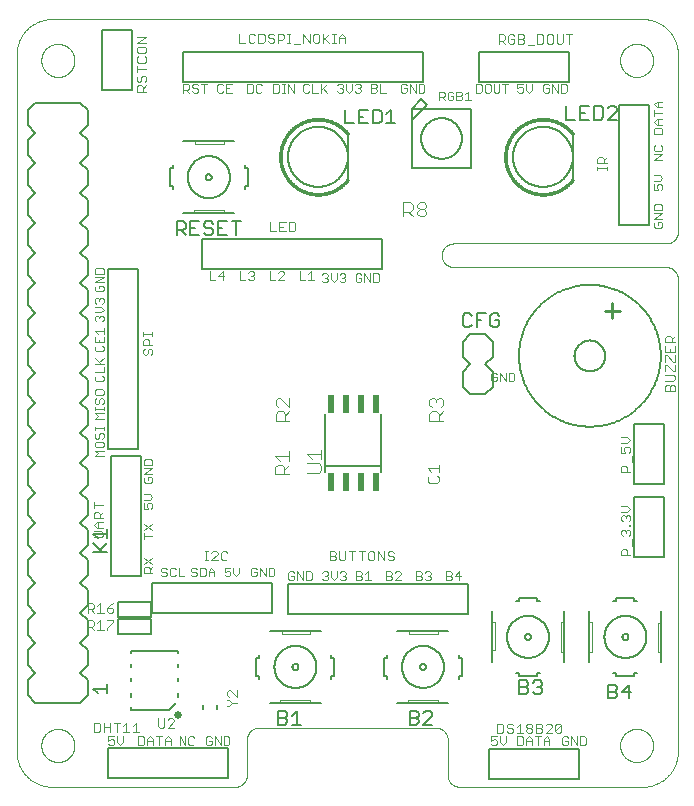
<source format=gto>
G75*
%MOIN*%
%OFA0B0*%
%FSLAX25Y25*%
%IPPOS*%
%LPD*%
%AMOC8*
5,1,8,0,0,1.08239X$1,22.5*
%
%ADD10C,0.00000*%
%ADD11C,0.00300*%
%ADD12C,0.00600*%
%ADD13C,0.00500*%
%ADD14C,0.00800*%
%ADD15R,0.01930X0.05984*%
%ADD16C,0.00400*%
%ADD17C,0.01000*%
%ADD18C,0.02600*%
%ADD19C,0.00200*%
%ADD20C,0.00100*%
D10*
X0037312Y0035098D02*
X0098336Y0035098D01*
X0098460Y0035100D01*
X0098583Y0035106D01*
X0098707Y0035115D01*
X0098829Y0035129D01*
X0098952Y0035146D01*
X0099074Y0035168D01*
X0099195Y0035193D01*
X0099315Y0035222D01*
X0099434Y0035254D01*
X0099553Y0035291D01*
X0099670Y0035331D01*
X0099785Y0035374D01*
X0099900Y0035422D01*
X0100012Y0035473D01*
X0100123Y0035527D01*
X0100233Y0035585D01*
X0100340Y0035646D01*
X0100446Y0035711D01*
X0100549Y0035779D01*
X0100650Y0035850D01*
X0100749Y0035924D01*
X0100846Y0036001D01*
X0100940Y0036082D01*
X0101031Y0036165D01*
X0101120Y0036251D01*
X0101206Y0036340D01*
X0101289Y0036431D01*
X0101370Y0036525D01*
X0101447Y0036622D01*
X0101521Y0036721D01*
X0101592Y0036822D01*
X0101660Y0036925D01*
X0101725Y0037031D01*
X0101786Y0037138D01*
X0101844Y0037248D01*
X0101898Y0037359D01*
X0101949Y0037471D01*
X0101997Y0037586D01*
X0102040Y0037701D01*
X0102080Y0037818D01*
X0102117Y0037937D01*
X0102149Y0038056D01*
X0102178Y0038176D01*
X0102203Y0038297D01*
X0102225Y0038419D01*
X0102242Y0038542D01*
X0102256Y0038664D01*
X0102265Y0038788D01*
X0102271Y0038911D01*
X0102273Y0039035D01*
X0102273Y0050846D01*
X0102275Y0050970D01*
X0102281Y0051093D01*
X0102290Y0051217D01*
X0102304Y0051339D01*
X0102321Y0051462D01*
X0102343Y0051584D01*
X0102368Y0051705D01*
X0102397Y0051825D01*
X0102429Y0051944D01*
X0102466Y0052063D01*
X0102506Y0052180D01*
X0102549Y0052295D01*
X0102597Y0052410D01*
X0102648Y0052522D01*
X0102702Y0052633D01*
X0102760Y0052743D01*
X0102821Y0052850D01*
X0102886Y0052956D01*
X0102954Y0053059D01*
X0103025Y0053160D01*
X0103099Y0053259D01*
X0103176Y0053356D01*
X0103257Y0053450D01*
X0103340Y0053541D01*
X0103426Y0053630D01*
X0103515Y0053716D01*
X0103606Y0053799D01*
X0103700Y0053880D01*
X0103797Y0053957D01*
X0103896Y0054031D01*
X0103997Y0054102D01*
X0104100Y0054170D01*
X0104206Y0054235D01*
X0104313Y0054296D01*
X0104423Y0054354D01*
X0104534Y0054408D01*
X0104646Y0054459D01*
X0104761Y0054507D01*
X0104876Y0054550D01*
X0104993Y0054590D01*
X0105112Y0054627D01*
X0105231Y0054659D01*
X0105351Y0054688D01*
X0105472Y0054713D01*
X0105594Y0054735D01*
X0105717Y0054752D01*
X0105839Y0054766D01*
X0105963Y0054775D01*
X0106086Y0054781D01*
X0106210Y0054783D01*
X0165265Y0054783D01*
X0165389Y0054781D01*
X0165512Y0054775D01*
X0165636Y0054766D01*
X0165758Y0054752D01*
X0165881Y0054735D01*
X0166003Y0054713D01*
X0166124Y0054688D01*
X0166244Y0054659D01*
X0166363Y0054627D01*
X0166482Y0054590D01*
X0166599Y0054550D01*
X0166714Y0054507D01*
X0166829Y0054459D01*
X0166941Y0054408D01*
X0167052Y0054354D01*
X0167162Y0054296D01*
X0167269Y0054235D01*
X0167375Y0054170D01*
X0167478Y0054102D01*
X0167579Y0054031D01*
X0167678Y0053957D01*
X0167775Y0053880D01*
X0167869Y0053799D01*
X0167960Y0053716D01*
X0168049Y0053630D01*
X0168135Y0053541D01*
X0168218Y0053450D01*
X0168299Y0053356D01*
X0168376Y0053259D01*
X0168450Y0053160D01*
X0168521Y0053059D01*
X0168589Y0052956D01*
X0168654Y0052850D01*
X0168715Y0052743D01*
X0168773Y0052633D01*
X0168827Y0052522D01*
X0168878Y0052410D01*
X0168926Y0052295D01*
X0168969Y0052180D01*
X0169009Y0052063D01*
X0169046Y0051944D01*
X0169078Y0051825D01*
X0169107Y0051705D01*
X0169132Y0051584D01*
X0169154Y0051462D01*
X0169171Y0051339D01*
X0169185Y0051217D01*
X0169194Y0051093D01*
X0169200Y0050970D01*
X0169202Y0050846D01*
X0169202Y0039035D01*
X0169204Y0038911D01*
X0169210Y0038788D01*
X0169219Y0038664D01*
X0169233Y0038542D01*
X0169250Y0038419D01*
X0169272Y0038297D01*
X0169297Y0038176D01*
X0169326Y0038056D01*
X0169358Y0037937D01*
X0169395Y0037818D01*
X0169435Y0037701D01*
X0169478Y0037586D01*
X0169526Y0037471D01*
X0169577Y0037359D01*
X0169631Y0037248D01*
X0169689Y0037138D01*
X0169750Y0037031D01*
X0169815Y0036925D01*
X0169883Y0036822D01*
X0169954Y0036721D01*
X0170028Y0036622D01*
X0170105Y0036525D01*
X0170186Y0036431D01*
X0170269Y0036340D01*
X0170355Y0036251D01*
X0170444Y0036165D01*
X0170535Y0036082D01*
X0170629Y0036001D01*
X0170726Y0035924D01*
X0170825Y0035850D01*
X0170926Y0035779D01*
X0171029Y0035711D01*
X0171135Y0035646D01*
X0171242Y0035585D01*
X0171352Y0035527D01*
X0171463Y0035473D01*
X0171575Y0035422D01*
X0171690Y0035374D01*
X0171805Y0035331D01*
X0171922Y0035291D01*
X0172041Y0035254D01*
X0172160Y0035222D01*
X0172280Y0035193D01*
X0172401Y0035168D01*
X0172523Y0035146D01*
X0172646Y0035129D01*
X0172768Y0035115D01*
X0172892Y0035106D01*
X0173015Y0035100D01*
X0173139Y0035098D01*
X0234162Y0035098D01*
X0234447Y0035101D01*
X0234733Y0035112D01*
X0235018Y0035129D01*
X0235302Y0035153D01*
X0235586Y0035184D01*
X0235869Y0035222D01*
X0236150Y0035267D01*
X0236431Y0035318D01*
X0236711Y0035376D01*
X0236989Y0035441D01*
X0237265Y0035513D01*
X0237539Y0035591D01*
X0237812Y0035676D01*
X0238082Y0035768D01*
X0238350Y0035866D01*
X0238616Y0035970D01*
X0238879Y0036081D01*
X0239139Y0036198D01*
X0239397Y0036321D01*
X0239651Y0036451D01*
X0239902Y0036587D01*
X0240150Y0036728D01*
X0240394Y0036876D01*
X0240635Y0037029D01*
X0240871Y0037189D01*
X0241104Y0037354D01*
X0241333Y0037524D01*
X0241558Y0037700D01*
X0241778Y0037882D01*
X0241994Y0038068D01*
X0242205Y0038260D01*
X0242412Y0038457D01*
X0242614Y0038659D01*
X0242811Y0038866D01*
X0243003Y0039077D01*
X0243189Y0039293D01*
X0243371Y0039513D01*
X0243547Y0039738D01*
X0243717Y0039967D01*
X0243882Y0040200D01*
X0244042Y0040436D01*
X0244195Y0040677D01*
X0244343Y0040921D01*
X0244484Y0041169D01*
X0244620Y0041420D01*
X0244750Y0041674D01*
X0244873Y0041932D01*
X0244990Y0042192D01*
X0245101Y0042455D01*
X0245205Y0042721D01*
X0245303Y0042989D01*
X0245395Y0043259D01*
X0245480Y0043532D01*
X0245558Y0043806D01*
X0245630Y0044082D01*
X0245695Y0044360D01*
X0245753Y0044640D01*
X0245804Y0044921D01*
X0245849Y0045202D01*
X0245887Y0045485D01*
X0245918Y0045769D01*
X0245942Y0046053D01*
X0245959Y0046338D01*
X0245970Y0046624D01*
X0245973Y0046909D01*
X0245973Y0204390D01*
X0245971Y0204514D01*
X0245965Y0204637D01*
X0245956Y0204761D01*
X0245942Y0204883D01*
X0245925Y0205006D01*
X0245903Y0205128D01*
X0245878Y0205249D01*
X0245849Y0205369D01*
X0245817Y0205488D01*
X0245780Y0205607D01*
X0245740Y0205724D01*
X0245697Y0205839D01*
X0245649Y0205954D01*
X0245598Y0206066D01*
X0245544Y0206177D01*
X0245486Y0206287D01*
X0245425Y0206394D01*
X0245360Y0206500D01*
X0245292Y0206603D01*
X0245221Y0206704D01*
X0245147Y0206803D01*
X0245070Y0206900D01*
X0244989Y0206994D01*
X0244906Y0207085D01*
X0244820Y0207174D01*
X0244731Y0207260D01*
X0244640Y0207343D01*
X0244546Y0207424D01*
X0244449Y0207501D01*
X0244350Y0207575D01*
X0244249Y0207646D01*
X0244146Y0207714D01*
X0244040Y0207779D01*
X0243933Y0207840D01*
X0243823Y0207898D01*
X0243712Y0207952D01*
X0243600Y0208003D01*
X0243485Y0208051D01*
X0243370Y0208094D01*
X0243253Y0208134D01*
X0243134Y0208171D01*
X0243015Y0208203D01*
X0242895Y0208232D01*
X0242774Y0208257D01*
X0242652Y0208279D01*
X0242529Y0208296D01*
X0242407Y0208310D01*
X0242283Y0208319D01*
X0242160Y0208325D01*
X0242036Y0208327D01*
X0171170Y0208327D01*
X0171046Y0208329D01*
X0170923Y0208335D01*
X0170799Y0208344D01*
X0170677Y0208358D01*
X0170554Y0208375D01*
X0170432Y0208397D01*
X0170311Y0208422D01*
X0170191Y0208451D01*
X0170072Y0208483D01*
X0169953Y0208520D01*
X0169836Y0208560D01*
X0169721Y0208603D01*
X0169606Y0208651D01*
X0169494Y0208702D01*
X0169383Y0208756D01*
X0169273Y0208814D01*
X0169166Y0208875D01*
X0169060Y0208940D01*
X0168957Y0209008D01*
X0168856Y0209079D01*
X0168757Y0209153D01*
X0168660Y0209230D01*
X0168566Y0209311D01*
X0168475Y0209394D01*
X0168386Y0209480D01*
X0168300Y0209569D01*
X0168217Y0209660D01*
X0168136Y0209754D01*
X0168059Y0209851D01*
X0167985Y0209950D01*
X0167914Y0210051D01*
X0167846Y0210154D01*
X0167781Y0210260D01*
X0167720Y0210367D01*
X0167662Y0210477D01*
X0167608Y0210588D01*
X0167557Y0210700D01*
X0167509Y0210815D01*
X0167466Y0210930D01*
X0167426Y0211047D01*
X0167389Y0211166D01*
X0167357Y0211285D01*
X0167328Y0211405D01*
X0167303Y0211526D01*
X0167281Y0211648D01*
X0167264Y0211771D01*
X0167250Y0211893D01*
X0167241Y0212017D01*
X0167235Y0212140D01*
X0167233Y0212264D01*
X0167235Y0212388D01*
X0167241Y0212511D01*
X0167250Y0212635D01*
X0167264Y0212757D01*
X0167281Y0212880D01*
X0167303Y0213002D01*
X0167328Y0213123D01*
X0167357Y0213243D01*
X0167389Y0213362D01*
X0167426Y0213481D01*
X0167466Y0213598D01*
X0167509Y0213713D01*
X0167557Y0213828D01*
X0167608Y0213940D01*
X0167662Y0214051D01*
X0167720Y0214161D01*
X0167781Y0214268D01*
X0167846Y0214374D01*
X0167914Y0214477D01*
X0167985Y0214578D01*
X0168059Y0214677D01*
X0168136Y0214774D01*
X0168217Y0214868D01*
X0168300Y0214959D01*
X0168386Y0215048D01*
X0168475Y0215134D01*
X0168566Y0215217D01*
X0168660Y0215298D01*
X0168757Y0215375D01*
X0168856Y0215449D01*
X0168957Y0215520D01*
X0169060Y0215588D01*
X0169166Y0215653D01*
X0169273Y0215714D01*
X0169383Y0215772D01*
X0169494Y0215826D01*
X0169606Y0215877D01*
X0169721Y0215925D01*
X0169836Y0215968D01*
X0169953Y0216008D01*
X0170072Y0216045D01*
X0170191Y0216077D01*
X0170311Y0216106D01*
X0170432Y0216131D01*
X0170554Y0216153D01*
X0170677Y0216170D01*
X0170799Y0216184D01*
X0170923Y0216193D01*
X0171046Y0216199D01*
X0171170Y0216201D01*
X0242036Y0216201D01*
X0242160Y0216203D01*
X0242283Y0216209D01*
X0242407Y0216218D01*
X0242529Y0216232D01*
X0242652Y0216249D01*
X0242774Y0216271D01*
X0242895Y0216296D01*
X0243015Y0216325D01*
X0243134Y0216357D01*
X0243253Y0216394D01*
X0243370Y0216434D01*
X0243485Y0216477D01*
X0243600Y0216525D01*
X0243712Y0216576D01*
X0243823Y0216630D01*
X0243933Y0216688D01*
X0244040Y0216749D01*
X0244146Y0216814D01*
X0244249Y0216882D01*
X0244350Y0216953D01*
X0244449Y0217027D01*
X0244546Y0217104D01*
X0244640Y0217185D01*
X0244731Y0217268D01*
X0244820Y0217354D01*
X0244906Y0217443D01*
X0244989Y0217534D01*
X0245070Y0217628D01*
X0245147Y0217725D01*
X0245221Y0217824D01*
X0245292Y0217925D01*
X0245360Y0218028D01*
X0245425Y0218134D01*
X0245486Y0218241D01*
X0245544Y0218351D01*
X0245598Y0218462D01*
X0245649Y0218574D01*
X0245697Y0218689D01*
X0245740Y0218804D01*
X0245780Y0218921D01*
X0245817Y0219040D01*
X0245849Y0219159D01*
X0245878Y0219279D01*
X0245903Y0219400D01*
X0245925Y0219522D01*
X0245942Y0219645D01*
X0245956Y0219767D01*
X0245965Y0219891D01*
X0245971Y0220014D01*
X0245973Y0220138D01*
X0245973Y0279193D01*
X0245970Y0279478D01*
X0245959Y0279764D01*
X0245942Y0280049D01*
X0245918Y0280333D01*
X0245887Y0280617D01*
X0245849Y0280900D01*
X0245804Y0281181D01*
X0245753Y0281462D01*
X0245695Y0281742D01*
X0245630Y0282020D01*
X0245558Y0282296D01*
X0245480Y0282570D01*
X0245395Y0282843D01*
X0245303Y0283113D01*
X0245205Y0283381D01*
X0245101Y0283647D01*
X0244990Y0283910D01*
X0244873Y0284170D01*
X0244750Y0284428D01*
X0244620Y0284682D01*
X0244484Y0284933D01*
X0244343Y0285181D01*
X0244195Y0285425D01*
X0244042Y0285666D01*
X0243882Y0285902D01*
X0243717Y0286135D01*
X0243547Y0286364D01*
X0243371Y0286589D01*
X0243189Y0286809D01*
X0243003Y0287025D01*
X0242811Y0287236D01*
X0242614Y0287443D01*
X0242412Y0287645D01*
X0242205Y0287842D01*
X0241994Y0288034D01*
X0241778Y0288220D01*
X0241558Y0288402D01*
X0241333Y0288578D01*
X0241104Y0288748D01*
X0240871Y0288913D01*
X0240635Y0289073D01*
X0240394Y0289226D01*
X0240150Y0289374D01*
X0239902Y0289515D01*
X0239651Y0289651D01*
X0239397Y0289781D01*
X0239139Y0289904D01*
X0238879Y0290021D01*
X0238616Y0290132D01*
X0238350Y0290236D01*
X0238082Y0290334D01*
X0237812Y0290426D01*
X0237539Y0290511D01*
X0237265Y0290589D01*
X0236989Y0290661D01*
X0236711Y0290726D01*
X0236431Y0290784D01*
X0236150Y0290835D01*
X0235869Y0290880D01*
X0235586Y0290918D01*
X0235302Y0290949D01*
X0235018Y0290973D01*
X0234733Y0290990D01*
X0234447Y0291001D01*
X0234162Y0291004D01*
X0037312Y0291004D01*
X0037027Y0291001D01*
X0036741Y0290990D01*
X0036456Y0290973D01*
X0036172Y0290949D01*
X0035888Y0290918D01*
X0035605Y0290880D01*
X0035324Y0290835D01*
X0035043Y0290784D01*
X0034763Y0290726D01*
X0034485Y0290661D01*
X0034209Y0290589D01*
X0033935Y0290511D01*
X0033662Y0290426D01*
X0033392Y0290334D01*
X0033124Y0290236D01*
X0032858Y0290132D01*
X0032595Y0290021D01*
X0032335Y0289904D01*
X0032077Y0289781D01*
X0031823Y0289651D01*
X0031572Y0289515D01*
X0031324Y0289374D01*
X0031080Y0289226D01*
X0030839Y0289073D01*
X0030603Y0288913D01*
X0030370Y0288748D01*
X0030141Y0288578D01*
X0029916Y0288402D01*
X0029696Y0288220D01*
X0029480Y0288034D01*
X0029269Y0287842D01*
X0029062Y0287645D01*
X0028860Y0287443D01*
X0028663Y0287236D01*
X0028471Y0287025D01*
X0028285Y0286809D01*
X0028103Y0286589D01*
X0027927Y0286364D01*
X0027757Y0286135D01*
X0027592Y0285902D01*
X0027432Y0285666D01*
X0027279Y0285425D01*
X0027131Y0285181D01*
X0026990Y0284933D01*
X0026854Y0284682D01*
X0026724Y0284428D01*
X0026601Y0284170D01*
X0026484Y0283910D01*
X0026373Y0283647D01*
X0026269Y0283381D01*
X0026171Y0283113D01*
X0026079Y0282843D01*
X0025994Y0282570D01*
X0025916Y0282296D01*
X0025844Y0282020D01*
X0025779Y0281742D01*
X0025721Y0281462D01*
X0025670Y0281181D01*
X0025625Y0280900D01*
X0025587Y0280617D01*
X0025556Y0280333D01*
X0025532Y0280049D01*
X0025515Y0279764D01*
X0025504Y0279478D01*
X0025501Y0279193D01*
X0025501Y0046909D01*
X0025504Y0046624D01*
X0025515Y0046338D01*
X0025532Y0046053D01*
X0025556Y0045769D01*
X0025587Y0045485D01*
X0025625Y0045202D01*
X0025670Y0044921D01*
X0025721Y0044640D01*
X0025779Y0044360D01*
X0025844Y0044082D01*
X0025916Y0043806D01*
X0025994Y0043532D01*
X0026079Y0043259D01*
X0026171Y0042989D01*
X0026269Y0042721D01*
X0026373Y0042455D01*
X0026484Y0042192D01*
X0026601Y0041932D01*
X0026724Y0041674D01*
X0026854Y0041420D01*
X0026990Y0041169D01*
X0027131Y0040921D01*
X0027279Y0040677D01*
X0027432Y0040436D01*
X0027592Y0040200D01*
X0027757Y0039967D01*
X0027927Y0039738D01*
X0028103Y0039513D01*
X0028285Y0039293D01*
X0028471Y0039077D01*
X0028663Y0038866D01*
X0028860Y0038659D01*
X0029062Y0038457D01*
X0029269Y0038260D01*
X0029480Y0038068D01*
X0029696Y0037882D01*
X0029916Y0037700D01*
X0030141Y0037524D01*
X0030370Y0037354D01*
X0030603Y0037189D01*
X0030839Y0037029D01*
X0031080Y0036876D01*
X0031324Y0036728D01*
X0031572Y0036587D01*
X0031823Y0036451D01*
X0032077Y0036321D01*
X0032335Y0036198D01*
X0032595Y0036081D01*
X0032858Y0035970D01*
X0033124Y0035866D01*
X0033392Y0035768D01*
X0033662Y0035676D01*
X0033935Y0035591D01*
X0034209Y0035513D01*
X0034485Y0035441D01*
X0034763Y0035376D01*
X0035043Y0035318D01*
X0035324Y0035267D01*
X0035605Y0035222D01*
X0035888Y0035184D01*
X0036172Y0035153D01*
X0036456Y0035129D01*
X0036741Y0035112D01*
X0037027Y0035101D01*
X0037312Y0035098D01*
X0033765Y0048883D02*
X0033767Y0049031D01*
X0033773Y0049179D01*
X0033783Y0049327D01*
X0033797Y0049474D01*
X0033815Y0049621D01*
X0033836Y0049767D01*
X0033862Y0049913D01*
X0033892Y0050058D01*
X0033925Y0050202D01*
X0033963Y0050345D01*
X0034004Y0050487D01*
X0034049Y0050628D01*
X0034097Y0050768D01*
X0034150Y0050907D01*
X0034206Y0051044D01*
X0034266Y0051179D01*
X0034329Y0051313D01*
X0034396Y0051445D01*
X0034467Y0051575D01*
X0034541Y0051703D01*
X0034618Y0051829D01*
X0034699Y0051953D01*
X0034783Y0052075D01*
X0034870Y0052194D01*
X0034961Y0052311D01*
X0035055Y0052426D01*
X0035151Y0052538D01*
X0035251Y0052648D01*
X0035353Y0052754D01*
X0035459Y0052858D01*
X0035567Y0052959D01*
X0035678Y0053057D01*
X0035791Y0053153D01*
X0035907Y0053245D01*
X0036025Y0053334D01*
X0036146Y0053419D01*
X0036269Y0053502D01*
X0036394Y0053581D01*
X0036521Y0053657D01*
X0036650Y0053729D01*
X0036781Y0053798D01*
X0036914Y0053863D01*
X0037049Y0053924D01*
X0037185Y0053982D01*
X0037322Y0054037D01*
X0037461Y0054087D01*
X0037602Y0054134D01*
X0037743Y0054177D01*
X0037886Y0054217D01*
X0038030Y0054252D01*
X0038174Y0054284D01*
X0038320Y0054311D01*
X0038466Y0054335D01*
X0038613Y0054355D01*
X0038760Y0054371D01*
X0038907Y0054383D01*
X0039055Y0054391D01*
X0039203Y0054395D01*
X0039351Y0054395D01*
X0039499Y0054391D01*
X0039647Y0054383D01*
X0039794Y0054371D01*
X0039941Y0054355D01*
X0040088Y0054335D01*
X0040234Y0054311D01*
X0040380Y0054284D01*
X0040524Y0054252D01*
X0040668Y0054217D01*
X0040811Y0054177D01*
X0040952Y0054134D01*
X0041093Y0054087D01*
X0041232Y0054037D01*
X0041369Y0053982D01*
X0041505Y0053924D01*
X0041640Y0053863D01*
X0041773Y0053798D01*
X0041904Y0053729D01*
X0042033Y0053657D01*
X0042160Y0053581D01*
X0042285Y0053502D01*
X0042408Y0053419D01*
X0042529Y0053334D01*
X0042647Y0053245D01*
X0042763Y0053153D01*
X0042876Y0053057D01*
X0042987Y0052959D01*
X0043095Y0052858D01*
X0043201Y0052754D01*
X0043303Y0052648D01*
X0043403Y0052538D01*
X0043499Y0052426D01*
X0043593Y0052311D01*
X0043684Y0052194D01*
X0043771Y0052075D01*
X0043855Y0051953D01*
X0043936Y0051829D01*
X0044013Y0051703D01*
X0044087Y0051575D01*
X0044158Y0051445D01*
X0044225Y0051313D01*
X0044288Y0051179D01*
X0044348Y0051044D01*
X0044404Y0050907D01*
X0044457Y0050768D01*
X0044505Y0050628D01*
X0044550Y0050487D01*
X0044591Y0050345D01*
X0044629Y0050202D01*
X0044662Y0050058D01*
X0044692Y0049913D01*
X0044718Y0049767D01*
X0044739Y0049621D01*
X0044757Y0049474D01*
X0044771Y0049327D01*
X0044781Y0049179D01*
X0044787Y0049031D01*
X0044789Y0048883D01*
X0044787Y0048735D01*
X0044781Y0048587D01*
X0044771Y0048439D01*
X0044757Y0048292D01*
X0044739Y0048145D01*
X0044718Y0047999D01*
X0044692Y0047853D01*
X0044662Y0047708D01*
X0044629Y0047564D01*
X0044591Y0047421D01*
X0044550Y0047279D01*
X0044505Y0047138D01*
X0044457Y0046998D01*
X0044404Y0046859D01*
X0044348Y0046722D01*
X0044288Y0046587D01*
X0044225Y0046453D01*
X0044158Y0046321D01*
X0044087Y0046191D01*
X0044013Y0046063D01*
X0043936Y0045937D01*
X0043855Y0045813D01*
X0043771Y0045691D01*
X0043684Y0045572D01*
X0043593Y0045455D01*
X0043499Y0045340D01*
X0043403Y0045228D01*
X0043303Y0045118D01*
X0043201Y0045012D01*
X0043095Y0044908D01*
X0042987Y0044807D01*
X0042876Y0044709D01*
X0042763Y0044613D01*
X0042647Y0044521D01*
X0042529Y0044432D01*
X0042408Y0044347D01*
X0042285Y0044264D01*
X0042160Y0044185D01*
X0042033Y0044109D01*
X0041904Y0044037D01*
X0041773Y0043968D01*
X0041640Y0043903D01*
X0041505Y0043842D01*
X0041369Y0043784D01*
X0041232Y0043729D01*
X0041093Y0043679D01*
X0040952Y0043632D01*
X0040811Y0043589D01*
X0040668Y0043549D01*
X0040524Y0043514D01*
X0040380Y0043482D01*
X0040234Y0043455D01*
X0040088Y0043431D01*
X0039941Y0043411D01*
X0039794Y0043395D01*
X0039647Y0043383D01*
X0039499Y0043375D01*
X0039351Y0043371D01*
X0039203Y0043371D01*
X0039055Y0043375D01*
X0038907Y0043383D01*
X0038760Y0043395D01*
X0038613Y0043411D01*
X0038466Y0043431D01*
X0038320Y0043455D01*
X0038174Y0043482D01*
X0038030Y0043514D01*
X0037886Y0043549D01*
X0037743Y0043589D01*
X0037602Y0043632D01*
X0037461Y0043679D01*
X0037322Y0043729D01*
X0037185Y0043784D01*
X0037049Y0043842D01*
X0036914Y0043903D01*
X0036781Y0043968D01*
X0036650Y0044037D01*
X0036521Y0044109D01*
X0036394Y0044185D01*
X0036269Y0044264D01*
X0036146Y0044347D01*
X0036025Y0044432D01*
X0035907Y0044521D01*
X0035791Y0044613D01*
X0035678Y0044709D01*
X0035567Y0044807D01*
X0035459Y0044908D01*
X0035353Y0045012D01*
X0035251Y0045118D01*
X0035151Y0045228D01*
X0035055Y0045340D01*
X0034961Y0045455D01*
X0034870Y0045572D01*
X0034783Y0045691D01*
X0034699Y0045813D01*
X0034618Y0045937D01*
X0034541Y0046063D01*
X0034467Y0046191D01*
X0034396Y0046321D01*
X0034329Y0046453D01*
X0034266Y0046587D01*
X0034206Y0046722D01*
X0034150Y0046859D01*
X0034097Y0046998D01*
X0034049Y0047138D01*
X0034004Y0047279D01*
X0033963Y0047421D01*
X0033925Y0047564D01*
X0033892Y0047708D01*
X0033862Y0047853D01*
X0033836Y0047999D01*
X0033815Y0048145D01*
X0033797Y0048292D01*
X0033783Y0048439D01*
X0033773Y0048587D01*
X0033767Y0048735D01*
X0033765Y0048883D01*
X0226679Y0048883D02*
X0226681Y0049031D01*
X0226687Y0049179D01*
X0226697Y0049327D01*
X0226711Y0049474D01*
X0226729Y0049621D01*
X0226750Y0049767D01*
X0226776Y0049913D01*
X0226806Y0050058D01*
X0226839Y0050202D01*
X0226877Y0050345D01*
X0226918Y0050487D01*
X0226963Y0050628D01*
X0227011Y0050768D01*
X0227064Y0050907D01*
X0227120Y0051044D01*
X0227180Y0051179D01*
X0227243Y0051313D01*
X0227310Y0051445D01*
X0227381Y0051575D01*
X0227455Y0051703D01*
X0227532Y0051829D01*
X0227613Y0051953D01*
X0227697Y0052075D01*
X0227784Y0052194D01*
X0227875Y0052311D01*
X0227969Y0052426D01*
X0228065Y0052538D01*
X0228165Y0052648D01*
X0228267Y0052754D01*
X0228373Y0052858D01*
X0228481Y0052959D01*
X0228592Y0053057D01*
X0228705Y0053153D01*
X0228821Y0053245D01*
X0228939Y0053334D01*
X0229060Y0053419D01*
X0229183Y0053502D01*
X0229308Y0053581D01*
X0229435Y0053657D01*
X0229564Y0053729D01*
X0229695Y0053798D01*
X0229828Y0053863D01*
X0229963Y0053924D01*
X0230099Y0053982D01*
X0230236Y0054037D01*
X0230375Y0054087D01*
X0230516Y0054134D01*
X0230657Y0054177D01*
X0230800Y0054217D01*
X0230944Y0054252D01*
X0231088Y0054284D01*
X0231234Y0054311D01*
X0231380Y0054335D01*
X0231527Y0054355D01*
X0231674Y0054371D01*
X0231821Y0054383D01*
X0231969Y0054391D01*
X0232117Y0054395D01*
X0232265Y0054395D01*
X0232413Y0054391D01*
X0232561Y0054383D01*
X0232708Y0054371D01*
X0232855Y0054355D01*
X0233002Y0054335D01*
X0233148Y0054311D01*
X0233294Y0054284D01*
X0233438Y0054252D01*
X0233582Y0054217D01*
X0233725Y0054177D01*
X0233866Y0054134D01*
X0234007Y0054087D01*
X0234146Y0054037D01*
X0234283Y0053982D01*
X0234419Y0053924D01*
X0234554Y0053863D01*
X0234687Y0053798D01*
X0234818Y0053729D01*
X0234947Y0053657D01*
X0235074Y0053581D01*
X0235199Y0053502D01*
X0235322Y0053419D01*
X0235443Y0053334D01*
X0235561Y0053245D01*
X0235677Y0053153D01*
X0235790Y0053057D01*
X0235901Y0052959D01*
X0236009Y0052858D01*
X0236115Y0052754D01*
X0236217Y0052648D01*
X0236317Y0052538D01*
X0236413Y0052426D01*
X0236507Y0052311D01*
X0236598Y0052194D01*
X0236685Y0052075D01*
X0236769Y0051953D01*
X0236850Y0051829D01*
X0236927Y0051703D01*
X0237001Y0051575D01*
X0237072Y0051445D01*
X0237139Y0051313D01*
X0237202Y0051179D01*
X0237262Y0051044D01*
X0237318Y0050907D01*
X0237371Y0050768D01*
X0237419Y0050628D01*
X0237464Y0050487D01*
X0237505Y0050345D01*
X0237543Y0050202D01*
X0237576Y0050058D01*
X0237606Y0049913D01*
X0237632Y0049767D01*
X0237653Y0049621D01*
X0237671Y0049474D01*
X0237685Y0049327D01*
X0237695Y0049179D01*
X0237701Y0049031D01*
X0237703Y0048883D01*
X0237701Y0048735D01*
X0237695Y0048587D01*
X0237685Y0048439D01*
X0237671Y0048292D01*
X0237653Y0048145D01*
X0237632Y0047999D01*
X0237606Y0047853D01*
X0237576Y0047708D01*
X0237543Y0047564D01*
X0237505Y0047421D01*
X0237464Y0047279D01*
X0237419Y0047138D01*
X0237371Y0046998D01*
X0237318Y0046859D01*
X0237262Y0046722D01*
X0237202Y0046587D01*
X0237139Y0046453D01*
X0237072Y0046321D01*
X0237001Y0046191D01*
X0236927Y0046063D01*
X0236850Y0045937D01*
X0236769Y0045813D01*
X0236685Y0045691D01*
X0236598Y0045572D01*
X0236507Y0045455D01*
X0236413Y0045340D01*
X0236317Y0045228D01*
X0236217Y0045118D01*
X0236115Y0045012D01*
X0236009Y0044908D01*
X0235901Y0044807D01*
X0235790Y0044709D01*
X0235677Y0044613D01*
X0235561Y0044521D01*
X0235443Y0044432D01*
X0235322Y0044347D01*
X0235199Y0044264D01*
X0235074Y0044185D01*
X0234947Y0044109D01*
X0234818Y0044037D01*
X0234687Y0043968D01*
X0234554Y0043903D01*
X0234419Y0043842D01*
X0234283Y0043784D01*
X0234146Y0043729D01*
X0234007Y0043679D01*
X0233866Y0043632D01*
X0233725Y0043589D01*
X0233582Y0043549D01*
X0233438Y0043514D01*
X0233294Y0043482D01*
X0233148Y0043455D01*
X0233002Y0043431D01*
X0232855Y0043411D01*
X0232708Y0043395D01*
X0232561Y0043383D01*
X0232413Y0043375D01*
X0232265Y0043371D01*
X0232117Y0043371D01*
X0231969Y0043375D01*
X0231821Y0043383D01*
X0231674Y0043395D01*
X0231527Y0043411D01*
X0231380Y0043431D01*
X0231234Y0043455D01*
X0231088Y0043482D01*
X0230944Y0043514D01*
X0230800Y0043549D01*
X0230657Y0043589D01*
X0230516Y0043632D01*
X0230375Y0043679D01*
X0230236Y0043729D01*
X0230099Y0043784D01*
X0229963Y0043842D01*
X0229828Y0043903D01*
X0229695Y0043968D01*
X0229564Y0044037D01*
X0229435Y0044109D01*
X0229308Y0044185D01*
X0229183Y0044264D01*
X0229060Y0044347D01*
X0228939Y0044432D01*
X0228821Y0044521D01*
X0228705Y0044613D01*
X0228592Y0044709D01*
X0228481Y0044807D01*
X0228373Y0044908D01*
X0228267Y0045012D01*
X0228165Y0045118D01*
X0228065Y0045228D01*
X0227969Y0045340D01*
X0227875Y0045455D01*
X0227784Y0045572D01*
X0227697Y0045691D01*
X0227613Y0045813D01*
X0227532Y0045937D01*
X0227455Y0046063D01*
X0227381Y0046191D01*
X0227310Y0046321D01*
X0227243Y0046453D01*
X0227180Y0046587D01*
X0227120Y0046722D01*
X0227064Y0046859D01*
X0227011Y0046998D01*
X0226963Y0047138D01*
X0226918Y0047279D01*
X0226877Y0047421D01*
X0226839Y0047564D01*
X0226806Y0047708D01*
X0226776Y0047853D01*
X0226750Y0047999D01*
X0226729Y0048145D01*
X0226711Y0048292D01*
X0226697Y0048439D01*
X0226687Y0048587D01*
X0226681Y0048735D01*
X0226679Y0048883D01*
X0226679Y0277230D02*
X0226681Y0277378D01*
X0226687Y0277526D01*
X0226697Y0277674D01*
X0226711Y0277821D01*
X0226729Y0277968D01*
X0226750Y0278114D01*
X0226776Y0278260D01*
X0226806Y0278405D01*
X0226839Y0278549D01*
X0226877Y0278692D01*
X0226918Y0278834D01*
X0226963Y0278975D01*
X0227011Y0279115D01*
X0227064Y0279254D01*
X0227120Y0279391D01*
X0227180Y0279526D01*
X0227243Y0279660D01*
X0227310Y0279792D01*
X0227381Y0279922D01*
X0227455Y0280050D01*
X0227532Y0280176D01*
X0227613Y0280300D01*
X0227697Y0280422D01*
X0227784Y0280541D01*
X0227875Y0280658D01*
X0227969Y0280773D01*
X0228065Y0280885D01*
X0228165Y0280995D01*
X0228267Y0281101D01*
X0228373Y0281205D01*
X0228481Y0281306D01*
X0228592Y0281404D01*
X0228705Y0281500D01*
X0228821Y0281592D01*
X0228939Y0281681D01*
X0229060Y0281766D01*
X0229183Y0281849D01*
X0229308Y0281928D01*
X0229435Y0282004D01*
X0229564Y0282076D01*
X0229695Y0282145D01*
X0229828Y0282210D01*
X0229963Y0282271D01*
X0230099Y0282329D01*
X0230236Y0282384D01*
X0230375Y0282434D01*
X0230516Y0282481D01*
X0230657Y0282524D01*
X0230800Y0282564D01*
X0230944Y0282599D01*
X0231088Y0282631D01*
X0231234Y0282658D01*
X0231380Y0282682D01*
X0231527Y0282702D01*
X0231674Y0282718D01*
X0231821Y0282730D01*
X0231969Y0282738D01*
X0232117Y0282742D01*
X0232265Y0282742D01*
X0232413Y0282738D01*
X0232561Y0282730D01*
X0232708Y0282718D01*
X0232855Y0282702D01*
X0233002Y0282682D01*
X0233148Y0282658D01*
X0233294Y0282631D01*
X0233438Y0282599D01*
X0233582Y0282564D01*
X0233725Y0282524D01*
X0233866Y0282481D01*
X0234007Y0282434D01*
X0234146Y0282384D01*
X0234283Y0282329D01*
X0234419Y0282271D01*
X0234554Y0282210D01*
X0234687Y0282145D01*
X0234818Y0282076D01*
X0234947Y0282004D01*
X0235074Y0281928D01*
X0235199Y0281849D01*
X0235322Y0281766D01*
X0235443Y0281681D01*
X0235561Y0281592D01*
X0235677Y0281500D01*
X0235790Y0281404D01*
X0235901Y0281306D01*
X0236009Y0281205D01*
X0236115Y0281101D01*
X0236217Y0280995D01*
X0236317Y0280885D01*
X0236413Y0280773D01*
X0236507Y0280658D01*
X0236598Y0280541D01*
X0236685Y0280422D01*
X0236769Y0280300D01*
X0236850Y0280176D01*
X0236927Y0280050D01*
X0237001Y0279922D01*
X0237072Y0279792D01*
X0237139Y0279660D01*
X0237202Y0279526D01*
X0237262Y0279391D01*
X0237318Y0279254D01*
X0237371Y0279115D01*
X0237419Y0278975D01*
X0237464Y0278834D01*
X0237505Y0278692D01*
X0237543Y0278549D01*
X0237576Y0278405D01*
X0237606Y0278260D01*
X0237632Y0278114D01*
X0237653Y0277968D01*
X0237671Y0277821D01*
X0237685Y0277674D01*
X0237695Y0277526D01*
X0237701Y0277378D01*
X0237703Y0277230D01*
X0237701Y0277082D01*
X0237695Y0276934D01*
X0237685Y0276786D01*
X0237671Y0276639D01*
X0237653Y0276492D01*
X0237632Y0276346D01*
X0237606Y0276200D01*
X0237576Y0276055D01*
X0237543Y0275911D01*
X0237505Y0275768D01*
X0237464Y0275626D01*
X0237419Y0275485D01*
X0237371Y0275345D01*
X0237318Y0275206D01*
X0237262Y0275069D01*
X0237202Y0274934D01*
X0237139Y0274800D01*
X0237072Y0274668D01*
X0237001Y0274538D01*
X0236927Y0274410D01*
X0236850Y0274284D01*
X0236769Y0274160D01*
X0236685Y0274038D01*
X0236598Y0273919D01*
X0236507Y0273802D01*
X0236413Y0273687D01*
X0236317Y0273575D01*
X0236217Y0273465D01*
X0236115Y0273359D01*
X0236009Y0273255D01*
X0235901Y0273154D01*
X0235790Y0273056D01*
X0235677Y0272960D01*
X0235561Y0272868D01*
X0235443Y0272779D01*
X0235322Y0272694D01*
X0235199Y0272611D01*
X0235074Y0272532D01*
X0234947Y0272456D01*
X0234818Y0272384D01*
X0234687Y0272315D01*
X0234554Y0272250D01*
X0234419Y0272189D01*
X0234283Y0272131D01*
X0234146Y0272076D01*
X0234007Y0272026D01*
X0233866Y0271979D01*
X0233725Y0271936D01*
X0233582Y0271896D01*
X0233438Y0271861D01*
X0233294Y0271829D01*
X0233148Y0271802D01*
X0233002Y0271778D01*
X0232855Y0271758D01*
X0232708Y0271742D01*
X0232561Y0271730D01*
X0232413Y0271722D01*
X0232265Y0271718D01*
X0232117Y0271718D01*
X0231969Y0271722D01*
X0231821Y0271730D01*
X0231674Y0271742D01*
X0231527Y0271758D01*
X0231380Y0271778D01*
X0231234Y0271802D01*
X0231088Y0271829D01*
X0230944Y0271861D01*
X0230800Y0271896D01*
X0230657Y0271936D01*
X0230516Y0271979D01*
X0230375Y0272026D01*
X0230236Y0272076D01*
X0230099Y0272131D01*
X0229963Y0272189D01*
X0229828Y0272250D01*
X0229695Y0272315D01*
X0229564Y0272384D01*
X0229435Y0272456D01*
X0229308Y0272532D01*
X0229183Y0272611D01*
X0229060Y0272694D01*
X0228939Y0272779D01*
X0228821Y0272868D01*
X0228705Y0272960D01*
X0228592Y0273056D01*
X0228481Y0273154D01*
X0228373Y0273255D01*
X0228267Y0273359D01*
X0228165Y0273465D01*
X0228065Y0273575D01*
X0227969Y0273687D01*
X0227875Y0273802D01*
X0227784Y0273919D01*
X0227697Y0274038D01*
X0227613Y0274160D01*
X0227532Y0274284D01*
X0227455Y0274410D01*
X0227381Y0274538D01*
X0227310Y0274668D01*
X0227243Y0274800D01*
X0227180Y0274934D01*
X0227120Y0275069D01*
X0227064Y0275206D01*
X0227011Y0275345D01*
X0226963Y0275485D01*
X0226918Y0275626D01*
X0226877Y0275768D01*
X0226839Y0275911D01*
X0226806Y0276055D01*
X0226776Y0276200D01*
X0226750Y0276346D01*
X0226729Y0276492D01*
X0226711Y0276639D01*
X0226697Y0276786D01*
X0226687Y0276934D01*
X0226681Y0277082D01*
X0226679Y0277230D01*
X0033765Y0277230D02*
X0033767Y0277378D01*
X0033773Y0277526D01*
X0033783Y0277674D01*
X0033797Y0277821D01*
X0033815Y0277968D01*
X0033836Y0278114D01*
X0033862Y0278260D01*
X0033892Y0278405D01*
X0033925Y0278549D01*
X0033963Y0278692D01*
X0034004Y0278834D01*
X0034049Y0278975D01*
X0034097Y0279115D01*
X0034150Y0279254D01*
X0034206Y0279391D01*
X0034266Y0279526D01*
X0034329Y0279660D01*
X0034396Y0279792D01*
X0034467Y0279922D01*
X0034541Y0280050D01*
X0034618Y0280176D01*
X0034699Y0280300D01*
X0034783Y0280422D01*
X0034870Y0280541D01*
X0034961Y0280658D01*
X0035055Y0280773D01*
X0035151Y0280885D01*
X0035251Y0280995D01*
X0035353Y0281101D01*
X0035459Y0281205D01*
X0035567Y0281306D01*
X0035678Y0281404D01*
X0035791Y0281500D01*
X0035907Y0281592D01*
X0036025Y0281681D01*
X0036146Y0281766D01*
X0036269Y0281849D01*
X0036394Y0281928D01*
X0036521Y0282004D01*
X0036650Y0282076D01*
X0036781Y0282145D01*
X0036914Y0282210D01*
X0037049Y0282271D01*
X0037185Y0282329D01*
X0037322Y0282384D01*
X0037461Y0282434D01*
X0037602Y0282481D01*
X0037743Y0282524D01*
X0037886Y0282564D01*
X0038030Y0282599D01*
X0038174Y0282631D01*
X0038320Y0282658D01*
X0038466Y0282682D01*
X0038613Y0282702D01*
X0038760Y0282718D01*
X0038907Y0282730D01*
X0039055Y0282738D01*
X0039203Y0282742D01*
X0039351Y0282742D01*
X0039499Y0282738D01*
X0039647Y0282730D01*
X0039794Y0282718D01*
X0039941Y0282702D01*
X0040088Y0282682D01*
X0040234Y0282658D01*
X0040380Y0282631D01*
X0040524Y0282599D01*
X0040668Y0282564D01*
X0040811Y0282524D01*
X0040952Y0282481D01*
X0041093Y0282434D01*
X0041232Y0282384D01*
X0041369Y0282329D01*
X0041505Y0282271D01*
X0041640Y0282210D01*
X0041773Y0282145D01*
X0041904Y0282076D01*
X0042033Y0282004D01*
X0042160Y0281928D01*
X0042285Y0281849D01*
X0042408Y0281766D01*
X0042529Y0281681D01*
X0042647Y0281592D01*
X0042763Y0281500D01*
X0042876Y0281404D01*
X0042987Y0281306D01*
X0043095Y0281205D01*
X0043201Y0281101D01*
X0043303Y0280995D01*
X0043403Y0280885D01*
X0043499Y0280773D01*
X0043593Y0280658D01*
X0043684Y0280541D01*
X0043771Y0280422D01*
X0043855Y0280300D01*
X0043936Y0280176D01*
X0044013Y0280050D01*
X0044087Y0279922D01*
X0044158Y0279792D01*
X0044225Y0279660D01*
X0044288Y0279526D01*
X0044348Y0279391D01*
X0044404Y0279254D01*
X0044457Y0279115D01*
X0044505Y0278975D01*
X0044550Y0278834D01*
X0044591Y0278692D01*
X0044629Y0278549D01*
X0044662Y0278405D01*
X0044692Y0278260D01*
X0044718Y0278114D01*
X0044739Y0277968D01*
X0044757Y0277821D01*
X0044771Y0277674D01*
X0044781Y0277526D01*
X0044787Y0277378D01*
X0044789Y0277230D01*
X0044787Y0277082D01*
X0044781Y0276934D01*
X0044771Y0276786D01*
X0044757Y0276639D01*
X0044739Y0276492D01*
X0044718Y0276346D01*
X0044692Y0276200D01*
X0044662Y0276055D01*
X0044629Y0275911D01*
X0044591Y0275768D01*
X0044550Y0275626D01*
X0044505Y0275485D01*
X0044457Y0275345D01*
X0044404Y0275206D01*
X0044348Y0275069D01*
X0044288Y0274934D01*
X0044225Y0274800D01*
X0044158Y0274668D01*
X0044087Y0274538D01*
X0044013Y0274410D01*
X0043936Y0274284D01*
X0043855Y0274160D01*
X0043771Y0274038D01*
X0043684Y0273919D01*
X0043593Y0273802D01*
X0043499Y0273687D01*
X0043403Y0273575D01*
X0043303Y0273465D01*
X0043201Y0273359D01*
X0043095Y0273255D01*
X0042987Y0273154D01*
X0042876Y0273056D01*
X0042763Y0272960D01*
X0042647Y0272868D01*
X0042529Y0272779D01*
X0042408Y0272694D01*
X0042285Y0272611D01*
X0042160Y0272532D01*
X0042033Y0272456D01*
X0041904Y0272384D01*
X0041773Y0272315D01*
X0041640Y0272250D01*
X0041505Y0272189D01*
X0041369Y0272131D01*
X0041232Y0272076D01*
X0041093Y0272026D01*
X0040952Y0271979D01*
X0040811Y0271936D01*
X0040668Y0271896D01*
X0040524Y0271861D01*
X0040380Y0271829D01*
X0040234Y0271802D01*
X0040088Y0271778D01*
X0039941Y0271758D01*
X0039794Y0271742D01*
X0039647Y0271730D01*
X0039499Y0271722D01*
X0039351Y0271718D01*
X0039203Y0271718D01*
X0039055Y0271722D01*
X0038907Y0271730D01*
X0038760Y0271742D01*
X0038613Y0271758D01*
X0038466Y0271778D01*
X0038320Y0271802D01*
X0038174Y0271829D01*
X0038030Y0271861D01*
X0037886Y0271896D01*
X0037743Y0271936D01*
X0037602Y0271979D01*
X0037461Y0272026D01*
X0037322Y0272076D01*
X0037185Y0272131D01*
X0037049Y0272189D01*
X0036914Y0272250D01*
X0036781Y0272315D01*
X0036650Y0272384D01*
X0036521Y0272456D01*
X0036394Y0272532D01*
X0036269Y0272611D01*
X0036146Y0272694D01*
X0036025Y0272779D01*
X0035907Y0272868D01*
X0035791Y0272960D01*
X0035678Y0273056D01*
X0035567Y0273154D01*
X0035459Y0273255D01*
X0035353Y0273359D01*
X0035251Y0273465D01*
X0035151Y0273575D01*
X0035055Y0273687D01*
X0034961Y0273802D01*
X0034870Y0273919D01*
X0034783Y0274038D01*
X0034699Y0274160D01*
X0034618Y0274284D01*
X0034541Y0274410D01*
X0034467Y0274538D01*
X0034396Y0274668D01*
X0034329Y0274800D01*
X0034266Y0274934D01*
X0034206Y0275069D01*
X0034150Y0275206D01*
X0034097Y0275345D01*
X0034049Y0275485D01*
X0034004Y0275626D01*
X0033963Y0275768D01*
X0033925Y0275911D01*
X0033892Y0276055D01*
X0033862Y0276200D01*
X0033836Y0276346D01*
X0033815Y0276492D01*
X0033797Y0276639D01*
X0033783Y0276786D01*
X0033773Y0276934D01*
X0033767Y0277082D01*
X0033765Y0277230D01*
D11*
X0081120Y0269406D02*
X0081120Y0266504D01*
X0081120Y0267471D02*
X0082571Y0267471D01*
X0083055Y0267955D01*
X0083055Y0268923D01*
X0082571Y0269406D01*
X0081120Y0269406D01*
X0082088Y0267471D02*
X0083055Y0266504D01*
X0084067Y0266988D02*
X0084550Y0266504D01*
X0085518Y0266504D01*
X0086002Y0266988D01*
X0086002Y0267471D01*
X0085518Y0267955D01*
X0084550Y0267955D01*
X0084067Y0268439D01*
X0084067Y0268923D01*
X0084550Y0269406D01*
X0085518Y0269406D01*
X0086002Y0268923D01*
X0087013Y0269406D02*
X0088948Y0269406D01*
X0087981Y0269406D02*
X0087981Y0266504D01*
X0092370Y0266988D02*
X0092854Y0266504D01*
X0093821Y0266504D01*
X0094305Y0266988D01*
X0095317Y0266504D02*
X0095317Y0269406D01*
X0097252Y0269406D01*
X0096284Y0267955D02*
X0095317Y0267955D01*
X0094305Y0268923D02*
X0093821Y0269406D01*
X0092854Y0269406D01*
X0092370Y0268923D01*
X0092370Y0266988D01*
X0095317Y0266504D02*
X0097252Y0266504D01*
X0102370Y0266504D02*
X0102370Y0269406D01*
X0103821Y0269406D01*
X0104305Y0268923D01*
X0104305Y0266988D01*
X0103821Y0266504D01*
X0102370Y0266504D01*
X0105317Y0266988D02*
X0105800Y0266504D01*
X0106768Y0266504D01*
X0107252Y0266988D01*
X0107252Y0268923D02*
X0106768Y0269406D01*
X0105800Y0269406D01*
X0105317Y0268923D01*
X0105317Y0266988D01*
X0111120Y0266504D02*
X0112571Y0266504D01*
X0113055Y0266988D01*
X0113055Y0268923D01*
X0112571Y0269406D01*
X0111120Y0269406D01*
X0111120Y0266504D01*
X0114067Y0266504D02*
X0115034Y0266504D01*
X0114550Y0266504D02*
X0114550Y0269406D01*
X0114067Y0269406D02*
X0115034Y0269406D01*
X0116031Y0269406D02*
X0117966Y0266504D01*
X0117966Y0269406D01*
X0116031Y0269406D02*
X0116031Y0266504D01*
X0121120Y0266988D02*
X0121604Y0266504D01*
X0122571Y0266504D01*
X0123055Y0266988D01*
X0124067Y0266504D02*
X0124067Y0269406D01*
X0123055Y0268923D02*
X0122571Y0269406D01*
X0121604Y0269406D01*
X0121120Y0268923D01*
X0121120Y0266988D01*
X0124067Y0266504D02*
X0126002Y0266504D01*
X0127013Y0266504D02*
X0127013Y0269406D01*
X0127497Y0267955D02*
X0128948Y0266504D01*
X0127013Y0267471D02*
X0128948Y0269406D01*
X0132370Y0268923D02*
X0132854Y0269406D01*
X0133821Y0269406D01*
X0134305Y0268923D01*
X0134305Y0268439D01*
X0133821Y0267955D01*
X0134305Y0267471D01*
X0134305Y0266988D01*
X0133821Y0266504D01*
X0132854Y0266504D01*
X0132370Y0266988D01*
X0133338Y0267955D02*
X0133821Y0267955D01*
X0135317Y0267471D02*
X0136284Y0266504D01*
X0137252Y0267471D01*
X0137252Y0269406D01*
X0138263Y0268923D02*
X0138747Y0269406D01*
X0139714Y0269406D01*
X0140198Y0268923D01*
X0140198Y0268439D01*
X0139714Y0267955D01*
X0140198Y0267471D01*
X0140198Y0266988D01*
X0139714Y0266504D01*
X0138747Y0266504D01*
X0138263Y0266988D01*
X0139231Y0267955D02*
X0139714Y0267955D01*
X0143620Y0267955D02*
X0145071Y0267955D01*
X0145555Y0267471D01*
X0145555Y0266988D01*
X0145071Y0266504D01*
X0143620Y0266504D01*
X0143620Y0269406D01*
X0145071Y0269406D01*
X0145555Y0268923D01*
X0145555Y0268439D01*
X0145071Y0267955D01*
X0146567Y0269406D02*
X0146567Y0266504D01*
X0148502Y0266504D01*
X0153620Y0266988D02*
X0154104Y0266504D01*
X0155071Y0266504D01*
X0155555Y0266988D01*
X0155555Y0267955D01*
X0154588Y0267955D01*
X0155555Y0268923D02*
X0155071Y0269406D01*
X0154104Y0269406D01*
X0153620Y0268923D01*
X0153620Y0266988D01*
X0156567Y0266504D02*
X0156567Y0269406D01*
X0158502Y0266504D01*
X0158502Y0269406D01*
X0159513Y0269406D02*
X0159513Y0266504D01*
X0160964Y0266504D01*
X0161448Y0266988D01*
X0161448Y0268923D01*
X0160964Y0269406D01*
X0159513Y0269406D01*
X0166248Y0266838D02*
X0166248Y0263935D01*
X0166248Y0264903D02*
X0167699Y0264903D01*
X0168183Y0265386D01*
X0168183Y0266354D01*
X0167699Y0266838D01*
X0166248Y0266838D01*
X0167216Y0264903D02*
X0168183Y0263935D01*
X0169195Y0264419D02*
X0169678Y0263935D01*
X0170646Y0263935D01*
X0171130Y0264419D01*
X0171130Y0265386D01*
X0170162Y0265386D01*
X0169195Y0264419D02*
X0169195Y0266354D01*
X0169678Y0266838D01*
X0170646Y0266838D01*
X0171130Y0266354D01*
X0172141Y0266838D02*
X0172141Y0263935D01*
X0173592Y0263935D01*
X0174076Y0264419D01*
X0174076Y0264903D01*
X0173592Y0265386D01*
X0172141Y0265386D01*
X0173592Y0265386D02*
X0174076Y0265870D01*
X0174076Y0266354D01*
X0173592Y0266838D01*
X0172141Y0266838D01*
X0175088Y0265870D02*
X0176055Y0266838D01*
X0176055Y0263935D01*
X0175088Y0263935D02*
X0177023Y0263935D01*
X0178620Y0266504D02*
X0180071Y0266504D01*
X0180555Y0266988D01*
X0180555Y0268923D01*
X0180071Y0269406D01*
X0178620Y0269406D01*
X0178620Y0266504D01*
X0181567Y0266988D02*
X0182050Y0266504D01*
X0183018Y0266504D01*
X0183502Y0266988D01*
X0183502Y0268923D01*
X0183018Y0269406D01*
X0182050Y0269406D01*
X0181567Y0268923D01*
X0181567Y0266988D01*
X0184513Y0266988D02*
X0184997Y0266504D01*
X0185964Y0266504D01*
X0186448Y0266988D01*
X0186448Y0269406D01*
X0187460Y0269406D02*
X0189395Y0269406D01*
X0188427Y0269406D02*
X0188427Y0266504D01*
X0184513Y0266988D02*
X0184513Y0269406D01*
X0192370Y0269406D02*
X0192370Y0267955D01*
X0193338Y0268439D01*
X0193821Y0268439D01*
X0194305Y0267955D01*
X0194305Y0266988D01*
X0193821Y0266504D01*
X0192854Y0266504D01*
X0192370Y0266988D01*
X0192370Y0269406D02*
X0194305Y0269406D01*
X0195317Y0269406D02*
X0195317Y0267471D01*
X0196284Y0266504D01*
X0197252Y0267471D01*
X0197252Y0269406D01*
X0201120Y0268923D02*
X0201120Y0266988D01*
X0201604Y0266504D01*
X0202571Y0266504D01*
X0203055Y0266988D01*
X0203055Y0267955D01*
X0202088Y0267955D01*
X0203055Y0268923D02*
X0202571Y0269406D01*
X0201604Y0269406D01*
X0201120Y0268923D01*
X0204067Y0269406D02*
X0206002Y0266504D01*
X0206002Y0269406D01*
X0207013Y0269406D02*
X0208464Y0269406D01*
X0208948Y0268923D01*
X0208948Y0266988D01*
X0208464Y0266504D01*
X0207013Y0266504D01*
X0207013Y0269406D01*
X0204067Y0269406D02*
X0204067Y0266504D01*
X0237918Y0262561D02*
X0238885Y0263528D01*
X0240820Y0263528D01*
X0239369Y0263528D02*
X0239369Y0261593D01*
X0238885Y0261593D02*
X0237918Y0262561D01*
X0238885Y0261593D02*
X0240820Y0261593D01*
X0240820Y0259614D02*
X0237918Y0259614D01*
X0237918Y0258647D02*
X0237918Y0260582D01*
X0238885Y0257635D02*
X0240820Y0257635D01*
X0239369Y0257635D02*
X0239369Y0255700D01*
X0238885Y0255700D02*
X0237918Y0256668D01*
X0238885Y0257635D01*
X0238885Y0255700D02*
X0240820Y0255700D01*
X0240336Y0254689D02*
X0238401Y0254689D01*
X0237918Y0254205D01*
X0237918Y0252754D01*
X0240820Y0252754D01*
X0240820Y0254205D01*
X0240336Y0254689D01*
X0240336Y0248885D02*
X0240820Y0248402D01*
X0240820Y0247434D01*
X0240336Y0246950D01*
X0238401Y0246950D01*
X0237918Y0247434D01*
X0237918Y0248402D01*
X0238401Y0248885D01*
X0237918Y0245939D02*
X0240820Y0245939D01*
X0237918Y0244004D01*
X0240820Y0244004D01*
X0239853Y0238885D02*
X0237918Y0238885D01*
X0237918Y0236950D02*
X0239853Y0236950D01*
X0240820Y0237918D01*
X0239853Y0238885D01*
X0240336Y0235939D02*
X0240820Y0235455D01*
X0240820Y0234488D01*
X0240336Y0234004D01*
X0239369Y0234004D02*
X0238885Y0234971D01*
X0238885Y0235455D01*
X0239369Y0235939D01*
X0240336Y0235939D01*
X0239369Y0234004D02*
X0237918Y0234004D01*
X0237918Y0235939D01*
X0238401Y0229332D02*
X0237918Y0228848D01*
X0237918Y0227397D01*
X0240820Y0227397D01*
X0240820Y0228848D01*
X0240336Y0229332D01*
X0238401Y0229332D01*
X0237918Y0226385D02*
X0240820Y0226385D01*
X0237918Y0224450D01*
X0240820Y0224450D01*
X0240336Y0223439D02*
X0239369Y0223439D01*
X0239369Y0222471D01*
X0240336Y0221504D02*
X0240820Y0221988D01*
X0240820Y0222955D01*
X0240336Y0223439D01*
X0238401Y0223439D02*
X0237918Y0222955D01*
X0237918Y0221988D01*
X0238401Y0221504D01*
X0240336Y0221504D01*
X0191448Y0172673D02*
X0190964Y0173156D01*
X0189513Y0173156D01*
X0189513Y0170254D01*
X0190964Y0170254D01*
X0191448Y0170738D01*
X0191448Y0172673D01*
X0188502Y0173156D02*
X0188502Y0170254D01*
X0186567Y0173156D01*
X0186567Y0170254D01*
X0185555Y0170738D02*
X0185555Y0171705D01*
X0184588Y0171705D01*
X0185555Y0170738D02*
X0185071Y0170254D01*
X0184104Y0170254D01*
X0183620Y0170738D01*
X0183620Y0172673D01*
X0184104Y0173156D01*
X0185071Y0173156D01*
X0185555Y0172673D01*
X0166208Y0142524D02*
X0166208Y0140055D01*
X0166208Y0141289D02*
X0162505Y0141289D01*
X0163739Y0140055D01*
X0163122Y0138841D02*
X0162505Y0138223D01*
X0162505Y0136989D01*
X0163122Y0136372D01*
X0165591Y0136372D01*
X0166208Y0136989D01*
X0166208Y0138223D01*
X0165591Y0138841D01*
X0163018Y0106906D02*
X0163502Y0106423D01*
X0163502Y0105939D01*
X0163018Y0105455D01*
X0163502Y0104971D01*
X0163502Y0104488D01*
X0163018Y0104004D01*
X0162050Y0104004D01*
X0161567Y0104488D01*
X0160555Y0104488D02*
X0160071Y0104004D01*
X0158620Y0104004D01*
X0158620Y0106906D01*
X0160071Y0106906D01*
X0160555Y0106423D01*
X0160555Y0105939D01*
X0160071Y0105455D01*
X0158620Y0105455D01*
X0160071Y0105455D02*
X0160555Y0104971D01*
X0160555Y0104488D01*
X0161567Y0106423D02*
X0162050Y0106906D01*
X0163018Y0106906D01*
X0163018Y0105455D02*
X0162534Y0105455D01*
X0168620Y0105455D02*
X0170071Y0105455D01*
X0170555Y0104971D01*
X0170555Y0104488D01*
X0170071Y0104004D01*
X0168620Y0104004D01*
X0168620Y0106906D01*
X0170071Y0106906D01*
X0170555Y0106423D01*
X0170555Y0105939D01*
X0170071Y0105455D01*
X0171567Y0105455D02*
X0173502Y0105455D01*
X0173018Y0104004D02*
X0173018Y0106906D01*
X0171567Y0105455D01*
X0153502Y0105939D02*
X0151567Y0104004D01*
X0153502Y0104004D01*
X0153502Y0105939D02*
X0153502Y0106423D01*
X0153018Y0106906D01*
X0152050Y0106906D01*
X0151567Y0106423D01*
X0150555Y0106423D02*
X0150555Y0105939D01*
X0150071Y0105455D01*
X0148620Y0105455D01*
X0148620Y0104004D02*
X0148620Y0106906D01*
X0150071Y0106906D01*
X0150555Y0106423D01*
X0150071Y0105455D02*
X0150555Y0104971D01*
X0150555Y0104488D01*
X0150071Y0104004D01*
X0148620Y0104004D01*
X0143502Y0104004D02*
X0141567Y0104004D01*
X0142534Y0104004D02*
X0142534Y0106906D01*
X0141567Y0105939D01*
X0140555Y0105939D02*
X0140071Y0105455D01*
X0138620Y0105455D01*
X0138620Y0104004D02*
X0138620Y0106906D01*
X0140071Y0106906D01*
X0140555Y0106423D01*
X0140555Y0105939D01*
X0140071Y0105455D02*
X0140555Y0104971D01*
X0140555Y0104488D01*
X0140071Y0104004D01*
X0138620Y0104004D01*
X0135198Y0104488D02*
X0134714Y0104004D01*
X0133747Y0104004D01*
X0133263Y0104488D01*
X0132252Y0104971D02*
X0131284Y0104004D01*
X0130317Y0104971D01*
X0130317Y0106906D01*
X0129305Y0106423D02*
X0129305Y0105939D01*
X0128821Y0105455D01*
X0129305Y0104971D01*
X0129305Y0104488D01*
X0128821Y0104004D01*
X0127854Y0104004D01*
X0127370Y0104488D01*
X0128338Y0105455D02*
X0128821Y0105455D01*
X0129305Y0106423D02*
X0128821Y0106906D01*
X0127854Y0106906D01*
X0127370Y0106423D01*
X0123948Y0106423D02*
X0123464Y0106906D01*
X0122013Y0106906D01*
X0122013Y0104004D01*
X0123464Y0104004D01*
X0123948Y0104488D01*
X0123948Y0106423D01*
X0121002Y0106906D02*
X0121002Y0104004D01*
X0119067Y0106906D01*
X0119067Y0104004D01*
X0118055Y0104488D02*
X0118055Y0105455D01*
X0117088Y0105455D01*
X0118055Y0104488D02*
X0117571Y0104004D01*
X0116604Y0104004D01*
X0116120Y0104488D01*
X0116120Y0106423D01*
X0116604Y0106906D01*
X0117571Y0106906D01*
X0118055Y0106423D01*
X0111448Y0105738D02*
X0111448Y0107673D01*
X0110964Y0108156D01*
X0109513Y0108156D01*
X0109513Y0105254D01*
X0110964Y0105254D01*
X0111448Y0105738D01*
X0108502Y0105254D02*
X0108502Y0108156D01*
X0106567Y0108156D02*
X0106567Y0105254D01*
X0105555Y0105738D02*
X0105555Y0106705D01*
X0104588Y0106705D01*
X0105555Y0105738D02*
X0105071Y0105254D01*
X0104104Y0105254D01*
X0103620Y0105738D01*
X0103620Y0107673D01*
X0104104Y0108156D01*
X0105071Y0108156D01*
X0105555Y0107673D01*
X0106567Y0108156D02*
X0108502Y0105254D01*
X0099752Y0106221D02*
X0099752Y0108156D01*
X0099752Y0106221D02*
X0098784Y0105254D01*
X0097817Y0106221D01*
X0097817Y0108156D01*
X0096805Y0108156D02*
X0094870Y0108156D01*
X0094870Y0106705D01*
X0095838Y0107189D01*
X0096321Y0107189D01*
X0096805Y0106705D01*
X0096805Y0105738D01*
X0096321Y0105254D01*
X0095354Y0105254D01*
X0094870Y0105738D01*
X0091448Y0105254D02*
X0091448Y0107189D01*
X0090481Y0108156D01*
X0089513Y0107189D01*
X0089513Y0105254D01*
X0088502Y0105738D02*
X0088502Y0107673D01*
X0088018Y0108156D01*
X0086567Y0108156D01*
X0086567Y0105254D01*
X0088018Y0105254D01*
X0088502Y0105738D01*
X0089513Y0106705D02*
X0091448Y0106705D01*
X0085555Y0106221D02*
X0085555Y0105738D01*
X0085071Y0105254D01*
X0084104Y0105254D01*
X0083620Y0105738D01*
X0084104Y0106705D02*
X0085071Y0106705D01*
X0085555Y0106221D01*
X0085555Y0107673D02*
X0085071Y0108156D01*
X0084104Y0108156D01*
X0083620Y0107673D01*
X0083620Y0107189D01*
X0084104Y0106705D01*
X0081448Y0105254D02*
X0079513Y0105254D01*
X0079513Y0108156D01*
X0078502Y0107673D02*
X0078018Y0108156D01*
X0077050Y0108156D01*
X0076567Y0107673D01*
X0076567Y0105738D01*
X0077050Y0105254D01*
X0078018Y0105254D01*
X0078502Y0105738D01*
X0075555Y0105738D02*
X0075071Y0105254D01*
X0074104Y0105254D01*
X0073620Y0105738D01*
X0074104Y0106705D02*
X0075071Y0106705D01*
X0075555Y0106221D01*
X0075555Y0105738D01*
X0074104Y0106705D02*
X0073620Y0107189D01*
X0073620Y0107673D01*
X0074104Y0108156D01*
X0075071Y0108156D01*
X0075555Y0107673D01*
X0070820Y0108439D02*
X0069853Y0107471D01*
X0069853Y0107955D02*
X0069853Y0106504D01*
X0070820Y0106504D02*
X0067918Y0106504D01*
X0067918Y0107955D01*
X0068401Y0108439D01*
X0069369Y0108439D01*
X0069853Y0107955D01*
X0070820Y0109450D02*
X0067918Y0111385D01*
X0067918Y0109450D02*
X0070820Y0111385D01*
X0067918Y0117754D02*
X0067918Y0119689D01*
X0067918Y0118721D02*
X0070820Y0118721D01*
X0070820Y0120700D02*
X0067918Y0122635D01*
X0067918Y0120700D02*
X0070820Y0122635D01*
X0070336Y0127754D02*
X0070820Y0128238D01*
X0070820Y0129205D01*
X0070336Y0129689D01*
X0069369Y0129689D01*
X0068885Y0129205D01*
X0068885Y0128721D01*
X0069369Y0127754D01*
X0067918Y0127754D01*
X0067918Y0129689D01*
X0067918Y0130700D02*
X0069853Y0130700D01*
X0070820Y0131668D01*
X0069853Y0132635D01*
X0067918Y0132635D01*
X0068401Y0136504D02*
X0070336Y0136504D01*
X0070820Y0136988D01*
X0070820Y0137955D01*
X0070336Y0138439D01*
X0069369Y0138439D01*
X0069369Y0137471D01*
X0068401Y0136504D02*
X0067918Y0136988D01*
X0067918Y0137955D01*
X0068401Y0138439D01*
X0067918Y0139450D02*
X0070820Y0141385D01*
X0067918Y0141385D01*
X0067918Y0142397D02*
X0067918Y0143848D01*
X0068401Y0144332D01*
X0070336Y0144332D01*
X0070820Y0143848D01*
X0070820Y0142397D01*
X0067918Y0142397D01*
X0067918Y0139450D02*
X0070820Y0139450D01*
X0054570Y0145254D02*
X0051668Y0145254D01*
X0052635Y0146221D01*
X0051668Y0147189D01*
X0054570Y0147189D01*
X0054086Y0148200D02*
X0054570Y0148684D01*
X0054570Y0149652D01*
X0054086Y0150135D01*
X0052151Y0150135D01*
X0051668Y0149652D01*
X0051668Y0148684D01*
X0052151Y0148200D01*
X0054086Y0148200D01*
X0054086Y0151147D02*
X0054570Y0151631D01*
X0054570Y0152598D01*
X0054086Y0153082D01*
X0053603Y0153082D01*
X0053119Y0152598D01*
X0053119Y0151631D01*
X0052635Y0151147D01*
X0052151Y0151147D01*
X0051668Y0151631D01*
X0051668Y0152598D01*
X0052151Y0153082D01*
X0051668Y0154093D02*
X0051668Y0155061D01*
X0051668Y0154577D02*
X0054570Y0154577D01*
X0054570Y0154093D02*
X0054570Y0155061D01*
X0054570Y0157754D02*
X0051668Y0157754D01*
X0052635Y0158721D01*
X0051668Y0159689D01*
X0054570Y0159689D01*
X0054570Y0160700D02*
X0054570Y0161668D01*
X0054570Y0161184D02*
X0051668Y0161184D01*
X0051668Y0160700D02*
X0051668Y0161668D01*
X0052151Y0162665D02*
X0052635Y0162665D01*
X0053119Y0163149D01*
X0053119Y0164116D01*
X0053603Y0164600D01*
X0054086Y0164600D01*
X0054570Y0164116D01*
X0054570Y0163149D01*
X0054086Y0162665D01*
X0052151Y0162665D02*
X0051668Y0163149D01*
X0051668Y0164116D01*
X0052151Y0164600D01*
X0052151Y0165611D02*
X0054086Y0165611D01*
X0054570Y0166095D01*
X0054570Y0167063D01*
X0054086Y0167546D01*
X0052151Y0167546D01*
X0051668Y0167063D01*
X0051668Y0166095D01*
X0052151Y0165611D01*
X0052151Y0170254D02*
X0054086Y0170254D01*
X0054570Y0170738D01*
X0054570Y0171705D01*
X0054086Y0172189D01*
X0054570Y0173200D02*
X0054570Y0175135D01*
X0054570Y0176147D02*
X0051668Y0176147D01*
X0053119Y0176631D02*
X0054570Y0178082D01*
X0053603Y0176147D02*
X0051668Y0178082D01*
X0052151Y0180254D02*
X0054086Y0180254D01*
X0054570Y0180738D01*
X0054570Y0181705D01*
X0054086Y0182189D01*
X0054570Y0183200D02*
X0054570Y0185135D01*
X0054570Y0186147D02*
X0054570Y0188082D01*
X0054570Y0187114D02*
X0051668Y0187114D01*
X0052635Y0186147D01*
X0051668Y0185135D02*
X0051668Y0183200D01*
X0054570Y0183200D01*
X0053119Y0183200D02*
X0053119Y0184168D01*
X0052151Y0182189D02*
X0051668Y0181705D01*
X0051668Y0180738D01*
X0052151Y0180254D01*
X0051668Y0173200D02*
X0054570Y0173200D01*
X0052151Y0172189D02*
X0051668Y0171705D01*
X0051668Y0170738D01*
X0052151Y0170254D01*
X0052151Y0190254D02*
X0051668Y0190738D01*
X0051668Y0191705D01*
X0052151Y0192189D01*
X0052635Y0192189D01*
X0053119Y0191705D01*
X0053603Y0192189D01*
X0054086Y0192189D01*
X0054570Y0191705D01*
X0054570Y0190738D01*
X0054086Y0190254D01*
X0053119Y0191221D02*
X0053119Y0191705D01*
X0053603Y0193200D02*
X0054570Y0194168D01*
X0053603Y0195135D01*
X0051668Y0195135D01*
X0052151Y0196147D02*
X0051668Y0196631D01*
X0051668Y0197598D01*
X0052151Y0198082D01*
X0052635Y0198082D01*
X0053119Y0197598D01*
X0053603Y0198082D01*
X0054086Y0198082D01*
X0054570Y0197598D01*
X0054570Y0196631D01*
X0054086Y0196147D01*
X0053119Y0197114D02*
X0053119Y0197598D01*
X0054086Y0200254D02*
X0054570Y0200738D01*
X0054570Y0201705D01*
X0054086Y0202189D01*
X0053119Y0202189D01*
X0053119Y0201221D01*
X0054086Y0200254D02*
X0052151Y0200254D01*
X0051668Y0200738D01*
X0051668Y0201705D01*
X0052151Y0202189D01*
X0051668Y0203200D02*
X0054570Y0205135D01*
X0051668Y0205135D01*
X0051668Y0206147D02*
X0051668Y0207598D01*
X0052151Y0208082D01*
X0054086Y0208082D01*
X0054570Y0207598D01*
X0054570Y0206147D01*
X0051668Y0206147D01*
X0051668Y0203200D02*
X0054570Y0203200D01*
X0053603Y0193200D02*
X0051668Y0193200D01*
X0089870Y0204004D02*
X0091805Y0204004D01*
X0092817Y0205455D02*
X0094752Y0205455D01*
X0094268Y0204004D02*
X0094268Y0206906D01*
X0092817Y0205455D01*
X0089870Y0206906D02*
X0089870Y0204004D01*
X0099870Y0204004D02*
X0101805Y0204004D01*
X0102817Y0204488D02*
X0103300Y0204004D01*
X0104268Y0204004D01*
X0104752Y0204488D01*
X0104752Y0204971D01*
X0104268Y0205455D01*
X0103784Y0205455D01*
X0104268Y0205455D02*
X0104752Y0205939D01*
X0104752Y0206423D01*
X0104268Y0206906D01*
X0103300Y0206906D01*
X0102817Y0206423D01*
X0099870Y0206906D02*
X0099870Y0204004D01*
X0109870Y0204004D02*
X0111805Y0204004D01*
X0112817Y0204004D02*
X0114752Y0205939D01*
X0114752Y0206423D01*
X0114268Y0206906D01*
X0113300Y0206906D01*
X0112817Y0206423D01*
X0112817Y0204004D02*
X0114752Y0204004D01*
X0109870Y0204004D02*
X0109870Y0206906D01*
X0119870Y0206906D02*
X0119870Y0204004D01*
X0121805Y0204004D01*
X0122817Y0204004D02*
X0124752Y0204004D01*
X0123784Y0204004D02*
X0123784Y0206906D01*
X0122817Y0205939D01*
X0127281Y0205723D02*
X0127764Y0206206D01*
X0128732Y0206206D01*
X0129216Y0205723D01*
X0129216Y0205239D01*
X0128732Y0204755D01*
X0129216Y0204271D01*
X0129216Y0203788D01*
X0128732Y0203304D01*
X0127764Y0203304D01*
X0127281Y0203788D01*
X0128248Y0204755D02*
X0128732Y0204755D01*
X0130227Y0204271D02*
X0131195Y0203304D01*
X0132162Y0204271D01*
X0132162Y0206206D01*
X0133174Y0205723D02*
X0133657Y0206206D01*
X0134625Y0206206D01*
X0135109Y0205723D01*
X0135109Y0205239D01*
X0134625Y0204755D01*
X0135109Y0204271D01*
X0135109Y0203788D01*
X0134625Y0203304D01*
X0133657Y0203304D01*
X0133174Y0203788D01*
X0134141Y0204755D02*
X0134625Y0204755D01*
X0138531Y0203788D02*
X0138531Y0205723D01*
X0139014Y0206206D01*
X0139982Y0206206D01*
X0140466Y0205723D01*
X0140466Y0204755D02*
X0139498Y0204755D01*
X0140466Y0204755D02*
X0140466Y0203788D01*
X0139982Y0203304D01*
X0139014Y0203304D01*
X0138531Y0203788D01*
X0141477Y0203304D02*
X0141477Y0206206D01*
X0143412Y0203304D01*
X0143412Y0206206D01*
X0144424Y0206206D02*
X0144424Y0203304D01*
X0145875Y0203304D01*
X0146359Y0203788D01*
X0146359Y0205723D01*
X0145875Y0206206D01*
X0144424Y0206206D01*
X0130227Y0206206D02*
X0130227Y0204271D01*
X0135317Y0267471D02*
X0135317Y0269406D01*
X0134714Y0106906D02*
X0135198Y0106423D01*
X0135198Y0105939D01*
X0134714Y0105455D01*
X0135198Y0104971D01*
X0135198Y0104488D01*
X0134714Y0105455D02*
X0134231Y0105455D01*
X0133263Y0106423D02*
X0133747Y0106906D01*
X0134714Y0106906D01*
X0132252Y0106906D02*
X0132252Y0104971D01*
X0095964Y0051906D02*
X0094513Y0051906D01*
X0094513Y0049004D01*
X0095964Y0049004D01*
X0096448Y0049488D01*
X0096448Y0051423D01*
X0095964Y0051906D01*
X0093502Y0051906D02*
X0093502Y0049004D01*
X0091567Y0051906D01*
X0091567Y0049004D01*
X0090555Y0049488D02*
X0090071Y0049004D01*
X0089104Y0049004D01*
X0088620Y0049488D01*
X0088620Y0051423D01*
X0089104Y0051906D01*
X0090071Y0051906D01*
X0090555Y0051423D01*
X0090555Y0050455D02*
X0089588Y0050455D01*
X0090555Y0050455D02*
X0090555Y0049488D01*
X0084752Y0049488D02*
X0084268Y0049004D01*
X0083300Y0049004D01*
X0082817Y0049488D01*
X0082817Y0051423D01*
X0083300Y0051906D01*
X0084268Y0051906D01*
X0084752Y0051423D01*
X0081805Y0051906D02*
X0081805Y0049004D01*
X0079870Y0051906D01*
X0079870Y0049004D01*
X0076895Y0049004D02*
X0076895Y0050939D01*
X0075927Y0051906D01*
X0074960Y0050939D01*
X0074960Y0049004D01*
X0074960Y0050455D02*
X0076895Y0050455D01*
X0073948Y0051906D02*
X0072013Y0051906D01*
X0072981Y0051906D02*
X0072981Y0049004D01*
X0071002Y0049004D02*
X0071002Y0050939D01*
X0070034Y0051906D01*
X0069067Y0050939D01*
X0069067Y0049004D01*
X0068055Y0049488D02*
X0067571Y0049004D01*
X0066120Y0049004D01*
X0066120Y0051906D01*
X0067571Y0051906D01*
X0068055Y0051423D01*
X0068055Y0049488D01*
X0069067Y0050455D02*
X0071002Y0050455D01*
X0061002Y0049971D02*
X0060034Y0049004D01*
X0059067Y0049971D01*
X0059067Y0051906D01*
X0058055Y0051906D02*
X0056120Y0051906D01*
X0056120Y0050455D01*
X0057088Y0050939D01*
X0057571Y0050939D01*
X0058055Y0050455D01*
X0058055Y0049488D01*
X0057571Y0049004D01*
X0056604Y0049004D01*
X0056120Y0049488D01*
X0061002Y0049971D02*
X0061002Y0051906D01*
X0183620Y0051906D02*
X0183620Y0050455D01*
X0184588Y0050939D01*
X0185071Y0050939D01*
X0185555Y0050455D01*
X0185555Y0049488D01*
X0185071Y0049004D01*
X0184104Y0049004D01*
X0183620Y0049488D01*
X0183620Y0051906D02*
X0185555Y0051906D01*
X0186567Y0051906D02*
X0186567Y0049971D01*
X0187534Y0049004D01*
X0188502Y0049971D01*
X0188502Y0051906D01*
X0192370Y0051906D02*
X0192370Y0049004D01*
X0193821Y0049004D01*
X0194305Y0049488D01*
X0194305Y0051423D01*
X0193821Y0051906D01*
X0192370Y0051906D01*
X0195317Y0050939D02*
X0195317Y0049004D01*
X0195317Y0050455D02*
X0197252Y0050455D01*
X0197252Y0050939D02*
X0197252Y0049004D01*
X0197252Y0050939D02*
X0196284Y0051906D01*
X0195317Y0050939D01*
X0198263Y0051906D02*
X0200198Y0051906D01*
X0199231Y0051906D02*
X0199231Y0049004D01*
X0201210Y0049004D02*
X0201210Y0050939D01*
X0202177Y0051906D01*
X0203145Y0050939D01*
X0203145Y0049004D01*
X0203145Y0050455D02*
X0201210Y0050455D01*
X0207370Y0049488D02*
X0207854Y0049004D01*
X0208821Y0049004D01*
X0209305Y0049488D01*
X0209305Y0050455D01*
X0208338Y0050455D01*
X0209305Y0051423D02*
X0208821Y0051906D01*
X0207854Y0051906D01*
X0207370Y0051423D01*
X0207370Y0049488D01*
X0210317Y0049004D02*
X0210317Y0051906D01*
X0212252Y0049004D01*
X0212252Y0051906D01*
X0213263Y0051906D02*
X0214714Y0051906D01*
X0215198Y0051423D01*
X0215198Y0049488D01*
X0214714Y0049004D01*
X0213263Y0049004D01*
X0213263Y0051906D01*
D12*
X0225470Y0072104D02*
X0231470Y0072104D01*
X0231470Y0073104D01*
X0232470Y0073104D01*
X0225470Y0073104D02*
X0224470Y0073104D01*
X0225470Y0073104D02*
X0225470Y0072104D01*
X0216470Y0076604D02*
X0216470Y0080104D01*
X0216470Y0090104D01*
X0216470Y0093604D01*
X0224470Y0097104D02*
X0225470Y0097104D01*
X0225470Y0098104D01*
X0231470Y0098104D01*
X0231470Y0097104D01*
X0232470Y0097104D01*
X0240470Y0093604D02*
X0240470Y0089604D01*
X0240470Y0080104D01*
X0240470Y0076604D01*
X0227470Y0085104D02*
X0227472Y0085167D01*
X0227478Y0085229D01*
X0227488Y0085291D01*
X0227501Y0085353D01*
X0227519Y0085413D01*
X0227540Y0085472D01*
X0227565Y0085530D01*
X0227594Y0085586D01*
X0227626Y0085640D01*
X0227661Y0085692D01*
X0227699Y0085741D01*
X0227741Y0085789D01*
X0227785Y0085833D01*
X0227833Y0085875D01*
X0227882Y0085913D01*
X0227934Y0085948D01*
X0227988Y0085980D01*
X0228044Y0086009D01*
X0228102Y0086034D01*
X0228161Y0086055D01*
X0228221Y0086073D01*
X0228283Y0086086D01*
X0228345Y0086096D01*
X0228407Y0086102D01*
X0228470Y0086104D01*
X0228533Y0086102D01*
X0228595Y0086096D01*
X0228657Y0086086D01*
X0228719Y0086073D01*
X0228779Y0086055D01*
X0228838Y0086034D01*
X0228896Y0086009D01*
X0228952Y0085980D01*
X0229006Y0085948D01*
X0229058Y0085913D01*
X0229107Y0085875D01*
X0229155Y0085833D01*
X0229199Y0085789D01*
X0229241Y0085741D01*
X0229279Y0085692D01*
X0229314Y0085640D01*
X0229346Y0085586D01*
X0229375Y0085530D01*
X0229400Y0085472D01*
X0229421Y0085413D01*
X0229439Y0085353D01*
X0229452Y0085291D01*
X0229462Y0085229D01*
X0229468Y0085167D01*
X0229470Y0085104D01*
X0229468Y0085041D01*
X0229462Y0084979D01*
X0229452Y0084917D01*
X0229439Y0084855D01*
X0229421Y0084795D01*
X0229400Y0084736D01*
X0229375Y0084678D01*
X0229346Y0084622D01*
X0229314Y0084568D01*
X0229279Y0084516D01*
X0229241Y0084467D01*
X0229199Y0084419D01*
X0229155Y0084375D01*
X0229107Y0084333D01*
X0229058Y0084295D01*
X0229006Y0084260D01*
X0228952Y0084228D01*
X0228896Y0084199D01*
X0228838Y0084174D01*
X0228779Y0084153D01*
X0228719Y0084135D01*
X0228657Y0084122D01*
X0228595Y0084112D01*
X0228533Y0084106D01*
X0228470Y0084104D01*
X0228407Y0084106D01*
X0228345Y0084112D01*
X0228283Y0084122D01*
X0228221Y0084135D01*
X0228161Y0084153D01*
X0228102Y0084174D01*
X0228044Y0084199D01*
X0227988Y0084228D01*
X0227934Y0084260D01*
X0227882Y0084295D01*
X0227833Y0084333D01*
X0227785Y0084375D01*
X0227741Y0084419D01*
X0227699Y0084467D01*
X0227661Y0084516D01*
X0227626Y0084568D01*
X0227594Y0084622D01*
X0227565Y0084678D01*
X0227540Y0084736D01*
X0227519Y0084795D01*
X0227501Y0084855D01*
X0227488Y0084917D01*
X0227478Y0084979D01*
X0227472Y0085041D01*
X0227470Y0085104D01*
X0221470Y0085104D02*
X0221472Y0085276D01*
X0221478Y0085447D01*
X0221489Y0085619D01*
X0221504Y0085790D01*
X0221523Y0085961D01*
X0221546Y0086131D01*
X0221573Y0086301D01*
X0221605Y0086470D01*
X0221640Y0086638D01*
X0221680Y0086805D01*
X0221724Y0086971D01*
X0221771Y0087136D01*
X0221823Y0087300D01*
X0221879Y0087462D01*
X0221939Y0087623D01*
X0222003Y0087783D01*
X0222071Y0087941D01*
X0222142Y0088097D01*
X0222217Y0088251D01*
X0222297Y0088404D01*
X0222379Y0088554D01*
X0222466Y0088703D01*
X0222556Y0088849D01*
X0222650Y0088993D01*
X0222747Y0089135D01*
X0222848Y0089274D01*
X0222952Y0089411D01*
X0223059Y0089545D01*
X0223170Y0089676D01*
X0223283Y0089805D01*
X0223400Y0089931D01*
X0223520Y0090054D01*
X0223643Y0090174D01*
X0223769Y0090291D01*
X0223898Y0090404D01*
X0224029Y0090515D01*
X0224163Y0090622D01*
X0224300Y0090726D01*
X0224439Y0090827D01*
X0224581Y0090924D01*
X0224725Y0091018D01*
X0224871Y0091108D01*
X0225020Y0091195D01*
X0225170Y0091277D01*
X0225323Y0091357D01*
X0225477Y0091432D01*
X0225633Y0091503D01*
X0225791Y0091571D01*
X0225951Y0091635D01*
X0226112Y0091695D01*
X0226274Y0091751D01*
X0226438Y0091803D01*
X0226603Y0091850D01*
X0226769Y0091894D01*
X0226936Y0091934D01*
X0227104Y0091969D01*
X0227273Y0092001D01*
X0227443Y0092028D01*
X0227613Y0092051D01*
X0227784Y0092070D01*
X0227955Y0092085D01*
X0228127Y0092096D01*
X0228298Y0092102D01*
X0228470Y0092104D01*
X0228642Y0092102D01*
X0228813Y0092096D01*
X0228985Y0092085D01*
X0229156Y0092070D01*
X0229327Y0092051D01*
X0229497Y0092028D01*
X0229667Y0092001D01*
X0229836Y0091969D01*
X0230004Y0091934D01*
X0230171Y0091894D01*
X0230337Y0091850D01*
X0230502Y0091803D01*
X0230666Y0091751D01*
X0230828Y0091695D01*
X0230989Y0091635D01*
X0231149Y0091571D01*
X0231307Y0091503D01*
X0231463Y0091432D01*
X0231617Y0091357D01*
X0231770Y0091277D01*
X0231920Y0091195D01*
X0232069Y0091108D01*
X0232215Y0091018D01*
X0232359Y0090924D01*
X0232501Y0090827D01*
X0232640Y0090726D01*
X0232777Y0090622D01*
X0232911Y0090515D01*
X0233042Y0090404D01*
X0233171Y0090291D01*
X0233297Y0090174D01*
X0233420Y0090054D01*
X0233540Y0089931D01*
X0233657Y0089805D01*
X0233770Y0089676D01*
X0233881Y0089545D01*
X0233988Y0089411D01*
X0234092Y0089274D01*
X0234193Y0089135D01*
X0234290Y0088993D01*
X0234384Y0088849D01*
X0234474Y0088703D01*
X0234561Y0088554D01*
X0234643Y0088404D01*
X0234723Y0088251D01*
X0234798Y0088097D01*
X0234869Y0087941D01*
X0234937Y0087783D01*
X0235001Y0087623D01*
X0235061Y0087462D01*
X0235117Y0087300D01*
X0235169Y0087136D01*
X0235216Y0086971D01*
X0235260Y0086805D01*
X0235300Y0086638D01*
X0235335Y0086470D01*
X0235367Y0086301D01*
X0235394Y0086131D01*
X0235417Y0085961D01*
X0235436Y0085790D01*
X0235451Y0085619D01*
X0235462Y0085447D01*
X0235468Y0085276D01*
X0235470Y0085104D01*
X0235468Y0084932D01*
X0235462Y0084761D01*
X0235451Y0084589D01*
X0235436Y0084418D01*
X0235417Y0084247D01*
X0235394Y0084077D01*
X0235367Y0083907D01*
X0235335Y0083738D01*
X0235300Y0083570D01*
X0235260Y0083403D01*
X0235216Y0083237D01*
X0235169Y0083072D01*
X0235117Y0082908D01*
X0235061Y0082746D01*
X0235001Y0082585D01*
X0234937Y0082425D01*
X0234869Y0082267D01*
X0234798Y0082111D01*
X0234723Y0081957D01*
X0234643Y0081804D01*
X0234561Y0081654D01*
X0234474Y0081505D01*
X0234384Y0081359D01*
X0234290Y0081215D01*
X0234193Y0081073D01*
X0234092Y0080934D01*
X0233988Y0080797D01*
X0233881Y0080663D01*
X0233770Y0080532D01*
X0233657Y0080403D01*
X0233540Y0080277D01*
X0233420Y0080154D01*
X0233297Y0080034D01*
X0233171Y0079917D01*
X0233042Y0079804D01*
X0232911Y0079693D01*
X0232777Y0079586D01*
X0232640Y0079482D01*
X0232501Y0079381D01*
X0232359Y0079284D01*
X0232215Y0079190D01*
X0232069Y0079100D01*
X0231920Y0079013D01*
X0231770Y0078931D01*
X0231617Y0078851D01*
X0231463Y0078776D01*
X0231307Y0078705D01*
X0231149Y0078637D01*
X0230989Y0078573D01*
X0230828Y0078513D01*
X0230666Y0078457D01*
X0230502Y0078405D01*
X0230337Y0078358D01*
X0230171Y0078314D01*
X0230004Y0078274D01*
X0229836Y0078239D01*
X0229667Y0078207D01*
X0229497Y0078180D01*
X0229327Y0078157D01*
X0229156Y0078138D01*
X0228985Y0078123D01*
X0228813Y0078112D01*
X0228642Y0078106D01*
X0228470Y0078104D01*
X0228298Y0078106D01*
X0228127Y0078112D01*
X0227955Y0078123D01*
X0227784Y0078138D01*
X0227613Y0078157D01*
X0227443Y0078180D01*
X0227273Y0078207D01*
X0227104Y0078239D01*
X0226936Y0078274D01*
X0226769Y0078314D01*
X0226603Y0078358D01*
X0226438Y0078405D01*
X0226274Y0078457D01*
X0226112Y0078513D01*
X0225951Y0078573D01*
X0225791Y0078637D01*
X0225633Y0078705D01*
X0225477Y0078776D01*
X0225323Y0078851D01*
X0225170Y0078931D01*
X0225020Y0079013D01*
X0224871Y0079100D01*
X0224725Y0079190D01*
X0224581Y0079284D01*
X0224439Y0079381D01*
X0224300Y0079482D01*
X0224163Y0079586D01*
X0224029Y0079693D01*
X0223898Y0079804D01*
X0223769Y0079917D01*
X0223643Y0080034D01*
X0223520Y0080154D01*
X0223400Y0080277D01*
X0223283Y0080403D01*
X0223170Y0080532D01*
X0223059Y0080663D01*
X0222952Y0080797D01*
X0222848Y0080934D01*
X0222747Y0081073D01*
X0222650Y0081215D01*
X0222556Y0081359D01*
X0222466Y0081505D01*
X0222379Y0081654D01*
X0222297Y0081804D01*
X0222217Y0081957D01*
X0222142Y0082111D01*
X0222071Y0082267D01*
X0222003Y0082425D01*
X0221939Y0082585D01*
X0221879Y0082746D01*
X0221823Y0082908D01*
X0221771Y0083072D01*
X0221724Y0083237D01*
X0221680Y0083403D01*
X0221640Y0083570D01*
X0221605Y0083738D01*
X0221573Y0083907D01*
X0221546Y0084077D01*
X0221523Y0084247D01*
X0221504Y0084418D01*
X0221489Y0084589D01*
X0221478Y0084761D01*
X0221472Y0084932D01*
X0221470Y0085104D01*
X0207970Y0090104D02*
X0207970Y0093604D01*
X0207970Y0090104D02*
X0207970Y0080104D01*
X0207970Y0076604D01*
X0199970Y0073104D02*
X0198970Y0073104D01*
X0198970Y0072104D01*
X0192970Y0072104D01*
X0192970Y0073104D01*
X0191970Y0073104D01*
X0183970Y0076604D02*
X0183970Y0080604D01*
X0183970Y0090104D01*
X0183970Y0093604D01*
X0191970Y0097104D02*
X0192970Y0097104D01*
X0192970Y0098104D01*
X0198970Y0098104D01*
X0198970Y0097104D01*
X0199970Y0097104D01*
X0194970Y0085104D02*
X0194972Y0085167D01*
X0194978Y0085229D01*
X0194988Y0085291D01*
X0195001Y0085353D01*
X0195019Y0085413D01*
X0195040Y0085472D01*
X0195065Y0085530D01*
X0195094Y0085586D01*
X0195126Y0085640D01*
X0195161Y0085692D01*
X0195199Y0085741D01*
X0195241Y0085789D01*
X0195285Y0085833D01*
X0195333Y0085875D01*
X0195382Y0085913D01*
X0195434Y0085948D01*
X0195488Y0085980D01*
X0195544Y0086009D01*
X0195602Y0086034D01*
X0195661Y0086055D01*
X0195721Y0086073D01*
X0195783Y0086086D01*
X0195845Y0086096D01*
X0195907Y0086102D01*
X0195970Y0086104D01*
X0196033Y0086102D01*
X0196095Y0086096D01*
X0196157Y0086086D01*
X0196219Y0086073D01*
X0196279Y0086055D01*
X0196338Y0086034D01*
X0196396Y0086009D01*
X0196452Y0085980D01*
X0196506Y0085948D01*
X0196558Y0085913D01*
X0196607Y0085875D01*
X0196655Y0085833D01*
X0196699Y0085789D01*
X0196741Y0085741D01*
X0196779Y0085692D01*
X0196814Y0085640D01*
X0196846Y0085586D01*
X0196875Y0085530D01*
X0196900Y0085472D01*
X0196921Y0085413D01*
X0196939Y0085353D01*
X0196952Y0085291D01*
X0196962Y0085229D01*
X0196968Y0085167D01*
X0196970Y0085104D01*
X0196968Y0085041D01*
X0196962Y0084979D01*
X0196952Y0084917D01*
X0196939Y0084855D01*
X0196921Y0084795D01*
X0196900Y0084736D01*
X0196875Y0084678D01*
X0196846Y0084622D01*
X0196814Y0084568D01*
X0196779Y0084516D01*
X0196741Y0084467D01*
X0196699Y0084419D01*
X0196655Y0084375D01*
X0196607Y0084333D01*
X0196558Y0084295D01*
X0196506Y0084260D01*
X0196452Y0084228D01*
X0196396Y0084199D01*
X0196338Y0084174D01*
X0196279Y0084153D01*
X0196219Y0084135D01*
X0196157Y0084122D01*
X0196095Y0084112D01*
X0196033Y0084106D01*
X0195970Y0084104D01*
X0195907Y0084106D01*
X0195845Y0084112D01*
X0195783Y0084122D01*
X0195721Y0084135D01*
X0195661Y0084153D01*
X0195602Y0084174D01*
X0195544Y0084199D01*
X0195488Y0084228D01*
X0195434Y0084260D01*
X0195382Y0084295D01*
X0195333Y0084333D01*
X0195285Y0084375D01*
X0195241Y0084419D01*
X0195199Y0084467D01*
X0195161Y0084516D01*
X0195126Y0084568D01*
X0195094Y0084622D01*
X0195065Y0084678D01*
X0195040Y0084736D01*
X0195019Y0084795D01*
X0195001Y0084855D01*
X0194988Y0084917D01*
X0194978Y0084979D01*
X0194972Y0085041D01*
X0194970Y0085104D01*
X0188970Y0085104D02*
X0188972Y0085276D01*
X0188978Y0085447D01*
X0188989Y0085619D01*
X0189004Y0085790D01*
X0189023Y0085961D01*
X0189046Y0086131D01*
X0189073Y0086301D01*
X0189105Y0086470D01*
X0189140Y0086638D01*
X0189180Y0086805D01*
X0189224Y0086971D01*
X0189271Y0087136D01*
X0189323Y0087300D01*
X0189379Y0087462D01*
X0189439Y0087623D01*
X0189503Y0087783D01*
X0189571Y0087941D01*
X0189642Y0088097D01*
X0189717Y0088251D01*
X0189797Y0088404D01*
X0189879Y0088554D01*
X0189966Y0088703D01*
X0190056Y0088849D01*
X0190150Y0088993D01*
X0190247Y0089135D01*
X0190348Y0089274D01*
X0190452Y0089411D01*
X0190559Y0089545D01*
X0190670Y0089676D01*
X0190783Y0089805D01*
X0190900Y0089931D01*
X0191020Y0090054D01*
X0191143Y0090174D01*
X0191269Y0090291D01*
X0191398Y0090404D01*
X0191529Y0090515D01*
X0191663Y0090622D01*
X0191800Y0090726D01*
X0191939Y0090827D01*
X0192081Y0090924D01*
X0192225Y0091018D01*
X0192371Y0091108D01*
X0192520Y0091195D01*
X0192670Y0091277D01*
X0192823Y0091357D01*
X0192977Y0091432D01*
X0193133Y0091503D01*
X0193291Y0091571D01*
X0193451Y0091635D01*
X0193612Y0091695D01*
X0193774Y0091751D01*
X0193938Y0091803D01*
X0194103Y0091850D01*
X0194269Y0091894D01*
X0194436Y0091934D01*
X0194604Y0091969D01*
X0194773Y0092001D01*
X0194943Y0092028D01*
X0195113Y0092051D01*
X0195284Y0092070D01*
X0195455Y0092085D01*
X0195627Y0092096D01*
X0195798Y0092102D01*
X0195970Y0092104D01*
X0196142Y0092102D01*
X0196313Y0092096D01*
X0196485Y0092085D01*
X0196656Y0092070D01*
X0196827Y0092051D01*
X0196997Y0092028D01*
X0197167Y0092001D01*
X0197336Y0091969D01*
X0197504Y0091934D01*
X0197671Y0091894D01*
X0197837Y0091850D01*
X0198002Y0091803D01*
X0198166Y0091751D01*
X0198328Y0091695D01*
X0198489Y0091635D01*
X0198649Y0091571D01*
X0198807Y0091503D01*
X0198963Y0091432D01*
X0199117Y0091357D01*
X0199270Y0091277D01*
X0199420Y0091195D01*
X0199569Y0091108D01*
X0199715Y0091018D01*
X0199859Y0090924D01*
X0200001Y0090827D01*
X0200140Y0090726D01*
X0200277Y0090622D01*
X0200411Y0090515D01*
X0200542Y0090404D01*
X0200671Y0090291D01*
X0200797Y0090174D01*
X0200920Y0090054D01*
X0201040Y0089931D01*
X0201157Y0089805D01*
X0201270Y0089676D01*
X0201381Y0089545D01*
X0201488Y0089411D01*
X0201592Y0089274D01*
X0201693Y0089135D01*
X0201790Y0088993D01*
X0201884Y0088849D01*
X0201974Y0088703D01*
X0202061Y0088554D01*
X0202143Y0088404D01*
X0202223Y0088251D01*
X0202298Y0088097D01*
X0202369Y0087941D01*
X0202437Y0087783D01*
X0202501Y0087623D01*
X0202561Y0087462D01*
X0202617Y0087300D01*
X0202669Y0087136D01*
X0202716Y0086971D01*
X0202760Y0086805D01*
X0202800Y0086638D01*
X0202835Y0086470D01*
X0202867Y0086301D01*
X0202894Y0086131D01*
X0202917Y0085961D01*
X0202936Y0085790D01*
X0202951Y0085619D01*
X0202962Y0085447D01*
X0202968Y0085276D01*
X0202970Y0085104D01*
X0202968Y0084932D01*
X0202962Y0084761D01*
X0202951Y0084589D01*
X0202936Y0084418D01*
X0202917Y0084247D01*
X0202894Y0084077D01*
X0202867Y0083907D01*
X0202835Y0083738D01*
X0202800Y0083570D01*
X0202760Y0083403D01*
X0202716Y0083237D01*
X0202669Y0083072D01*
X0202617Y0082908D01*
X0202561Y0082746D01*
X0202501Y0082585D01*
X0202437Y0082425D01*
X0202369Y0082267D01*
X0202298Y0082111D01*
X0202223Y0081957D01*
X0202143Y0081804D01*
X0202061Y0081654D01*
X0201974Y0081505D01*
X0201884Y0081359D01*
X0201790Y0081215D01*
X0201693Y0081073D01*
X0201592Y0080934D01*
X0201488Y0080797D01*
X0201381Y0080663D01*
X0201270Y0080532D01*
X0201157Y0080403D01*
X0201040Y0080277D01*
X0200920Y0080154D01*
X0200797Y0080034D01*
X0200671Y0079917D01*
X0200542Y0079804D01*
X0200411Y0079693D01*
X0200277Y0079586D01*
X0200140Y0079482D01*
X0200001Y0079381D01*
X0199859Y0079284D01*
X0199715Y0079190D01*
X0199569Y0079100D01*
X0199420Y0079013D01*
X0199270Y0078931D01*
X0199117Y0078851D01*
X0198963Y0078776D01*
X0198807Y0078705D01*
X0198649Y0078637D01*
X0198489Y0078573D01*
X0198328Y0078513D01*
X0198166Y0078457D01*
X0198002Y0078405D01*
X0197837Y0078358D01*
X0197671Y0078314D01*
X0197504Y0078274D01*
X0197336Y0078239D01*
X0197167Y0078207D01*
X0196997Y0078180D01*
X0196827Y0078157D01*
X0196656Y0078138D01*
X0196485Y0078123D01*
X0196313Y0078112D01*
X0196142Y0078106D01*
X0195970Y0078104D01*
X0195798Y0078106D01*
X0195627Y0078112D01*
X0195455Y0078123D01*
X0195284Y0078138D01*
X0195113Y0078157D01*
X0194943Y0078180D01*
X0194773Y0078207D01*
X0194604Y0078239D01*
X0194436Y0078274D01*
X0194269Y0078314D01*
X0194103Y0078358D01*
X0193938Y0078405D01*
X0193774Y0078457D01*
X0193612Y0078513D01*
X0193451Y0078573D01*
X0193291Y0078637D01*
X0193133Y0078705D01*
X0192977Y0078776D01*
X0192823Y0078851D01*
X0192670Y0078931D01*
X0192520Y0079013D01*
X0192371Y0079100D01*
X0192225Y0079190D01*
X0192081Y0079284D01*
X0191939Y0079381D01*
X0191800Y0079482D01*
X0191663Y0079586D01*
X0191529Y0079693D01*
X0191398Y0079804D01*
X0191269Y0079917D01*
X0191143Y0080034D01*
X0191020Y0080154D01*
X0190900Y0080277D01*
X0190783Y0080403D01*
X0190670Y0080532D01*
X0190559Y0080663D01*
X0190452Y0080797D01*
X0190348Y0080934D01*
X0190247Y0081073D01*
X0190150Y0081215D01*
X0190056Y0081359D01*
X0189966Y0081505D01*
X0189879Y0081654D01*
X0189797Y0081804D01*
X0189717Y0081957D01*
X0189642Y0082111D01*
X0189571Y0082267D01*
X0189503Y0082425D01*
X0189439Y0082585D01*
X0189379Y0082746D01*
X0189323Y0082908D01*
X0189271Y0083072D01*
X0189224Y0083237D01*
X0189180Y0083403D01*
X0189140Y0083570D01*
X0189105Y0083738D01*
X0189073Y0083907D01*
X0189046Y0084077D01*
X0189023Y0084247D01*
X0189004Y0084418D01*
X0188989Y0084589D01*
X0188978Y0084761D01*
X0188972Y0084932D01*
X0188970Y0085104D01*
X0173970Y0078104D02*
X0172970Y0078104D01*
X0172970Y0079104D01*
X0173970Y0078104D02*
X0173970Y0072104D01*
X0172970Y0072104D01*
X0172970Y0071104D01*
X0159970Y0075104D02*
X0159972Y0075167D01*
X0159978Y0075229D01*
X0159988Y0075291D01*
X0160001Y0075353D01*
X0160019Y0075413D01*
X0160040Y0075472D01*
X0160065Y0075530D01*
X0160094Y0075586D01*
X0160126Y0075640D01*
X0160161Y0075692D01*
X0160199Y0075741D01*
X0160241Y0075789D01*
X0160285Y0075833D01*
X0160333Y0075875D01*
X0160382Y0075913D01*
X0160434Y0075948D01*
X0160488Y0075980D01*
X0160544Y0076009D01*
X0160602Y0076034D01*
X0160661Y0076055D01*
X0160721Y0076073D01*
X0160783Y0076086D01*
X0160845Y0076096D01*
X0160907Y0076102D01*
X0160970Y0076104D01*
X0161033Y0076102D01*
X0161095Y0076096D01*
X0161157Y0076086D01*
X0161219Y0076073D01*
X0161279Y0076055D01*
X0161338Y0076034D01*
X0161396Y0076009D01*
X0161452Y0075980D01*
X0161506Y0075948D01*
X0161558Y0075913D01*
X0161607Y0075875D01*
X0161655Y0075833D01*
X0161699Y0075789D01*
X0161741Y0075741D01*
X0161779Y0075692D01*
X0161814Y0075640D01*
X0161846Y0075586D01*
X0161875Y0075530D01*
X0161900Y0075472D01*
X0161921Y0075413D01*
X0161939Y0075353D01*
X0161952Y0075291D01*
X0161962Y0075229D01*
X0161968Y0075167D01*
X0161970Y0075104D01*
X0161968Y0075041D01*
X0161962Y0074979D01*
X0161952Y0074917D01*
X0161939Y0074855D01*
X0161921Y0074795D01*
X0161900Y0074736D01*
X0161875Y0074678D01*
X0161846Y0074622D01*
X0161814Y0074568D01*
X0161779Y0074516D01*
X0161741Y0074467D01*
X0161699Y0074419D01*
X0161655Y0074375D01*
X0161607Y0074333D01*
X0161558Y0074295D01*
X0161506Y0074260D01*
X0161452Y0074228D01*
X0161396Y0074199D01*
X0161338Y0074174D01*
X0161279Y0074153D01*
X0161219Y0074135D01*
X0161157Y0074122D01*
X0161095Y0074112D01*
X0161033Y0074106D01*
X0160970Y0074104D01*
X0160907Y0074106D01*
X0160845Y0074112D01*
X0160783Y0074122D01*
X0160721Y0074135D01*
X0160661Y0074153D01*
X0160602Y0074174D01*
X0160544Y0074199D01*
X0160488Y0074228D01*
X0160434Y0074260D01*
X0160382Y0074295D01*
X0160333Y0074333D01*
X0160285Y0074375D01*
X0160241Y0074419D01*
X0160199Y0074467D01*
X0160161Y0074516D01*
X0160126Y0074568D01*
X0160094Y0074622D01*
X0160065Y0074678D01*
X0160040Y0074736D01*
X0160019Y0074795D01*
X0160001Y0074855D01*
X0159988Y0074917D01*
X0159978Y0074979D01*
X0159972Y0075041D01*
X0159970Y0075104D01*
X0153970Y0075104D02*
X0153972Y0075276D01*
X0153978Y0075447D01*
X0153989Y0075619D01*
X0154004Y0075790D01*
X0154023Y0075961D01*
X0154046Y0076131D01*
X0154073Y0076301D01*
X0154105Y0076470D01*
X0154140Y0076638D01*
X0154180Y0076805D01*
X0154224Y0076971D01*
X0154271Y0077136D01*
X0154323Y0077300D01*
X0154379Y0077462D01*
X0154439Y0077623D01*
X0154503Y0077783D01*
X0154571Y0077941D01*
X0154642Y0078097D01*
X0154717Y0078251D01*
X0154797Y0078404D01*
X0154879Y0078554D01*
X0154966Y0078703D01*
X0155056Y0078849D01*
X0155150Y0078993D01*
X0155247Y0079135D01*
X0155348Y0079274D01*
X0155452Y0079411D01*
X0155559Y0079545D01*
X0155670Y0079676D01*
X0155783Y0079805D01*
X0155900Y0079931D01*
X0156020Y0080054D01*
X0156143Y0080174D01*
X0156269Y0080291D01*
X0156398Y0080404D01*
X0156529Y0080515D01*
X0156663Y0080622D01*
X0156800Y0080726D01*
X0156939Y0080827D01*
X0157081Y0080924D01*
X0157225Y0081018D01*
X0157371Y0081108D01*
X0157520Y0081195D01*
X0157670Y0081277D01*
X0157823Y0081357D01*
X0157977Y0081432D01*
X0158133Y0081503D01*
X0158291Y0081571D01*
X0158451Y0081635D01*
X0158612Y0081695D01*
X0158774Y0081751D01*
X0158938Y0081803D01*
X0159103Y0081850D01*
X0159269Y0081894D01*
X0159436Y0081934D01*
X0159604Y0081969D01*
X0159773Y0082001D01*
X0159943Y0082028D01*
X0160113Y0082051D01*
X0160284Y0082070D01*
X0160455Y0082085D01*
X0160627Y0082096D01*
X0160798Y0082102D01*
X0160970Y0082104D01*
X0161142Y0082102D01*
X0161313Y0082096D01*
X0161485Y0082085D01*
X0161656Y0082070D01*
X0161827Y0082051D01*
X0161997Y0082028D01*
X0162167Y0082001D01*
X0162336Y0081969D01*
X0162504Y0081934D01*
X0162671Y0081894D01*
X0162837Y0081850D01*
X0163002Y0081803D01*
X0163166Y0081751D01*
X0163328Y0081695D01*
X0163489Y0081635D01*
X0163649Y0081571D01*
X0163807Y0081503D01*
X0163963Y0081432D01*
X0164117Y0081357D01*
X0164270Y0081277D01*
X0164420Y0081195D01*
X0164569Y0081108D01*
X0164715Y0081018D01*
X0164859Y0080924D01*
X0165001Y0080827D01*
X0165140Y0080726D01*
X0165277Y0080622D01*
X0165411Y0080515D01*
X0165542Y0080404D01*
X0165671Y0080291D01*
X0165797Y0080174D01*
X0165920Y0080054D01*
X0166040Y0079931D01*
X0166157Y0079805D01*
X0166270Y0079676D01*
X0166381Y0079545D01*
X0166488Y0079411D01*
X0166592Y0079274D01*
X0166693Y0079135D01*
X0166790Y0078993D01*
X0166884Y0078849D01*
X0166974Y0078703D01*
X0167061Y0078554D01*
X0167143Y0078404D01*
X0167223Y0078251D01*
X0167298Y0078097D01*
X0167369Y0077941D01*
X0167437Y0077783D01*
X0167501Y0077623D01*
X0167561Y0077462D01*
X0167617Y0077300D01*
X0167669Y0077136D01*
X0167716Y0076971D01*
X0167760Y0076805D01*
X0167800Y0076638D01*
X0167835Y0076470D01*
X0167867Y0076301D01*
X0167894Y0076131D01*
X0167917Y0075961D01*
X0167936Y0075790D01*
X0167951Y0075619D01*
X0167962Y0075447D01*
X0167968Y0075276D01*
X0167970Y0075104D01*
X0167968Y0074932D01*
X0167962Y0074761D01*
X0167951Y0074589D01*
X0167936Y0074418D01*
X0167917Y0074247D01*
X0167894Y0074077D01*
X0167867Y0073907D01*
X0167835Y0073738D01*
X0167800Y0073570D01*
X0167760Y0073403D01*
X0167716Y0073237D01*
X0167669Y0073072D01*
X0167617Y0072908D01*
X0167561Y0072746D01*
X0167501Y0072585D01*
X0167437Y0072425D01*
X0167369Y0072267D01*
X0167298Y0072111D01*
X0167223Y0071957D01*
X0167143Y0071804D01*
X0167061Y0071654D01*
X0166974Y0071505D01*
X0166884Y0071359D01*
X0166790Y0071215D01*
X0166693Y0071073D01*
X0166592Y0070934D01*
X0166488Y0070797D01*
X0166381Y0070663D01*
X0166270Y0070532D01*
X0166157Y0070403D01*
X0166040Y0070277D01*
X0165920Y0070154D01*
X0165797Y0070034D01*
X0165671Y0069917D01*
X0165542Y0069804D01*
X0165411Y0069693D01*
X0165277Y0069586D01*
X0165140Y0069482D01*
X0165001Y0069381D01*
X0164859Y0069284D01*
X0164715Y0069190D01*
X0164569Y0069100D01*
X0164420Y0069013D01*
X0164270Y0068931D01*
X0164117Y0068851D01*
X0163963Y0068776D01*
X0163807Y0068705D01*
X0163649Y0068637D01*
X0163489Y0068573D01*
X0163328Y0068513D01*
X0163166Y0068457D01*
X0163002Y0068405D01*
X0162837Y0068358D01*
X0162671Y0068314D01*
X0162504Y0068274D01*
X0162336Y0068239D01*
X0162167Y0068207D01*
X0161997Y0068180D01*
X0161827Y0068157D01*
X0161656Y0068138D01*
X0161485Y0068123D01*
X0161313Y0068112D01*
X0161142Y0068106D01*
X0160970Y0068104D01*
X0160798Y0068106D01*
X0160627Y0068112D01*
X0160455Y0068123D01*
X0160284Y0068138D01*
X0160113Y0068157D01*
X0159943Y0068180D01*
X0159773Y0068207D01*
X0159604Y0068239D01*
X0159436Y0068274D01*
X0159269Y0068314D01*
X0159103Y0068358D01*
X0158938Y0068405D01*
X0158774Y0068457D01*
X0158612Y0068513D01*
X0158451Y0068573D01*
X0158291Y0068637D01*
X0158133Y0068705D01*
X0157977Y0068776D01*
X0157823Y0068851D01*
X0157670Y0068931D01*
X0157520Y0069013D01*
X0157371Y0069100D01*
X0157225Y0069190D01*
X0157081Y0069284D01*
X0156939Y0069381D01*
X0156800Y0069482D01*
X0156663Y0069586D01*
X0156529Y0069693D01*
X0156398Y0069804D01*
X0156269Y0069917D01*
X0156143Y0070034D01*
X0156020Y0070154D01*
X0155900Y0070277D01*
X0155783Y0070403D01*
X0155670Y0070532D01*
X0155559Y0070663D01*
X0155452Y0070797D01*
X0155348Y0070934D01*
X0155247Y0071073D01*
X0155150Y0071215D01*
X0155056Y0071359D01*
X0154966Y0071505D01*
X0154879Y0071654D01*
X0154797Y0071804D01*
X0154717Y0071957D01*
X0154642Y0072111D01*
X0154571Y0072267D01*
X0154503Y0072425D01*
X0154439Y0072585D01*
X0154379Y0072746D01*
X0154323Y0072908D01*
X0154271Y0073072D01*
X0154224Y0073237D01*
X0154180Y0073403D01*
X0154140Y0073570D01*
X0154105Y0073738D01*
X0154073Y0073907D01*
X0154046Y0074077D01*
X0154023Y0074247D01*
X0154004Y0074418D01*
X0153989Y0074589D01*
X0153978Y0074761D01*
X0153972Y0074932D01*
X0153970Y0075104D01*
X0148970Y0078104D02*
X0148970Y0079104D01*
X0148970Y0078104D02*
X0147970Y0078104D01*
X0147970Y0072104D01*
X0148970Y0072104D01*
X0148970Y0071104D01*
X0152470Y0063104D02*
X0155970Y0063104D01*
X0165970Y0063104D01*
X0169470Y0063104D01*
X0169470Y0087104D02*
X0165970Y0087104D01*
X0156470Y0087104D01*
X0152470Y0087104D01*
X0131470Y0078104D02*
X0130470Y0078104D01*
X0130470Y0079104D01*
X0131470Y0078104D02*
X0131470Y0072104D01*
X0130470Y0072104D01*
X0130470Y0071104D01*
X0117470Y0075104D02*
X0117472Y0075167D01*
X0117478Y0075229D01*
X0117488Y0075291D01*
X0117501Y0075353D01*
X0117519Y0075413D01*
X0117540Y0075472D01*
X0117565Y0075530D01*
X0117594Y0075586D01*
X0117626Y0075640D01*
X0117661Y0075692D01*
X0117699Y0075741D01*
X0117741Y0075789D01*
X0117785Y0075833D01*
X0117833Y0075875D01*
X0117882Y0075913D01*
X0117934Y0075948D01*
X0117988Y0075980D01*
X0118044Y0076009D01*
X0118102Y0076034D01*
X0118161Y0076055D01*
X0118221Y0076073D01*
X0118283Y0076086D01*
X0118345Y0076096D01*
X0118407Y0076102D01*
X0118470Y0076104D01*
X0118533Y0076102D01*
X0118595Y0076096D01*
X0118657Y0076086D01*
X0118719Y0076073D01*
X0118779Y0076055D01*
X0118838Y0076034D01*
X0118896Y0076009D01*
X0118952Y0075980D01*
X0119006Y0075948D01*
X0119058Y0075913D01*
X0119107Y0075875D01*
X0119155Y0075833D01*
X0119199Y0075789D01*
X0119241Y0075741D01*
X0119279Y0075692D01*
X0119314Y0075640D01*
X0119346Y0075586D01*
X0119375Y0075530D01*
X0119400Y0075472D01*
X0119421Y0075413D01*
X0119439Y0075353D01*
X0119452Y0075291D01*
X0119462Y0075229D01*
X0119468Y0075167D01*
X0119470Y0075104D01*
X0119468Y0075041D01*
X0119462Y0074979D01*
X0119452Y0074917D01*
X0119439Y0074855D01*
X0119421Y0074795D01*
X0119400Y0074736D01*
X0119375Y0074678D01*
X0119346Y0074622D01*
X0119314Y0074568D01*
X0119279Y0074516D01*
X0119241Y0074467D01*
X0119199Y0074419D01*
X0119155Y0074375D01*
X0119107Y0074333D01*
X0119058Y0074295D01*
X0119006Y0074260D01*
X0118952Y0074228D01*
X0118896Y0074199D01*
X0118838Y0074174D01*
X0118779Y0074153D01*
X0118719Y0074135D01*
X0118657Y0074122D01*
X0118595Y0074112D01*
X0118533Y0074106D01*
X0118470Y0074104D01*
X0118407Y0074106D01*
X0118345Y0074112D01*
X0118283Y0074122D01*
X0118221Y0074135D01*
X0118161Y0074153D01*
X0118102Y0074174D01*
X0118044Y0074199D01*
X0117988Y0074228D01*
X0117934Y0074260D01*
X0117882Y0074295D01*
X0117833Y0074333D01*
X0117785Y0074375D01*
X0117741Y0074419D01*
X0117699Y0074467D01*
X0117661Y0074516D01*
X0117626Y0074568D01*
X0117594Y0074622D01*
X0117565Y0074678D01*
X0117540Y0074736D01*
X0117519Y0074795D01*
X0117501Y0074855D01*
X0117488Y0074917D01*
X0117478Y0074979D01*
X0117472Y0075041D01*
X0117470Y0075104D01*
X0111470Y0075104D02*
X0111472Y0075276D01*
X0111478Y0075447D01*
X0111489Y0075619D01*
X0111504Y0075790D01*
X0111523Y0075961D01*
X0111546Y0076131D01*
X0111573Y0076301D01*
X0111605Y0076470D01*
X0111640Y0076638D01*
X0111680Y0076805D01*
X0111724Y0076971D01*
X0111771Y0077136D01*
X0111823Y0077300D01*
X0111879Y0077462D01*
X0111939Y0077623D01*
X0112003Y0077783D01*
X0112071Y0077941D01*
X0112142Y0078097D01*
X0112217Y0078251D01*
X0112297Y0078404D01*
X0112379Y0078554D01*
X0112466Y0078703D01*
X0112556Y0078849D01*
X0112650Y0078993D01*
X0112747Y0079135D01*
X0112848Y0079274D01*
X0112952Y0079411D01*
X0113059Y0079545D01*
X0113170Y0079676D01*
X0113283Y0079805D01*
X0113400Y0079931D01*
X0113520Y0080054D01*
X0113643Y0080174D01*
X0113769Y0080291D01*
X0113898Y0080404D01*
X0114029Y0080515D01*
X0114163Y0080622D01*
X0114300Y0080726D01*
X0114439Y0080827D01*
X0114581Y0080924D01*
X0114725Y0081018D01*
X0114871Y0081108D01*
X0115020Y0081195D01*
X0115170Y0081277D01*
X0115323Y0081357D01*
X0115477Y0081432D01*
X0115633Y0081503D01*
X0115791Y0081571D01*
X0115951Y0081635D01*
X0116112Y0081695D01*
X0116274Y0081751D01*
X0116438Y0081803D01*
X0116603Y0081850D01*
X0116769Y0081894D01*
X0116936Y0081934D01*
X0117104Y0081969D01*
X0117273Y0082001D01*
X0117443Y0082028D01*
X0117613Y0082051D01*
X0117784Y0082070D01*
X0117955Y0082085D01*
X0118127Y0082096D01*
X0118298Y0082102D01*
X0118470Y0082104D01*
X0118642Y0082102D01*
X0118813Y0082096D01*
X0118985Y0082085D01*
X0119156Y0082070D01*
X0119327Y0082051D01*
X0119497Y0082028D01*
X0119667Y0082001D01*
X0119836Y0081969D01*
X0120004Y0081934D01*
X0120171Y0081894D01*
X0120337Y0081850D01*
X0120502Y0081803D01*
X0120666Y0081751D01*
X0120828Y0081695D01*
X0120989Y0081635D01*
X0121149Y0081571D01*
X0121307Y0081503D01*
X0121463Y0081432D01*
X0121617Y0081357D01*
X0121770Y0081277D01*
X0121920Y0081195D01*
X0122069Y0081108D01*
X0122215Y0081018D01*
X0122359Y0080924D01*
X0122501Y0080827D01*
X0122640Y0080726D01*
X0122777Y0080622D01*
X0122911Y0080515D01*
X0123042Y0080404D01*
X0123171Y0080291D01*
X0123297Y0080174D01*
X0123420Y0080054D01*
X0123540Y0079931D01*
X0123657Y0079805D01*
X0123770Y0079676D01*
X0123881Y0079545D01*
X0123988Y0079411D01*
X0124092Y0079274D01*
X0124193Y0079135D01*
X0124290Y0078993D01*
X0124384Y0078849D01*
X0124474Y0078703D01*
X0124561Y0078554D01*
X0124643Y0078404D01*
X0124723Y0078251D01*
X0124798Y0078097D01*
X0124869Y0077941D01*
X0124937Y0077783D01*
X0125001Y0077623D01*
X0125061Y0077462D01*
X0125117Y0077300D01*
X0125169Y0077136D01*
X0125216Y0076971D01*
X0125260Y0076805D01*
X0125300Y0076638D01*
X0125335Y0076470D01*
X0125367Y0076301D01*
X0125394Y0076131D01*
X0125417Y0075961D01*
X0125436Y0075790D01*
X0125451Y0075619D01*
X0125462Y0075447D01*
X0125468Y0075276D01*
X0125470Y0075104D01*
X0125468Y0074932D01*
X0125462Y0074761D01*
X0125451Y0074589D01*
X0125436Y0074418D01*
X0125417Y0074247D01*
X0125394Y0074077D01*
X0125367Y0073907D01*
X0125335Y0073738D01*
X0125300Y0073570D01*
X0125260Y0073403D01*
X0125216Y0073237D01*
X0125169Y0073072D01*
X0125117Y0072908D01*
X0125061Y0072746D01*
X0125001Y0072585D01*
X0124937Y0072425D01*
X0124869Y0072267D01*
X0124798Y0072111D01*
X0124723Y0071957D01*
X0124643Y0071804D01*
X0124561Y0071654D01*
X0124474Y0071505D01*
X0124384Y0071359D01*
X0124290Y0071215D01*
X0124193Y0071073D01*
X0124092Y0070934D01*
X0123988Y0070797D01*
X0123881Y0070663D01*
X0123770Y0070532D01*
X0123657Y0070403D01*
X0123540Y0070277D01*
X0123420Y0070154D01*
X0123297Y0070034D01*
X0123171Y0069917D01*
X0123042Y0069804D01*
X0122911Y0069693D01*
X0122777Y0069586D01*
X0122640Y0069482D01*
X0122501Y0069381D01*
X0122359Y0069284D01*
X0122215Y0069190D01*
X0122069Y0069100D01*
X0121920Y0069013D01*
X0121770Y0068931D01*
X0121617Y0068851D01*
X0121463Y0068776D01*
X0121307Y0068705D01*
X0121149Y0068637D01*
X0120989Y0068573D01*
X0120828Y0068513D01*
X0120666Y0068457D01*
X0120502Y0068405D01*
X0120337Y0068358D01*
X0120171Y0068314D01*
X0120004Y0068274D01*
X0119836Y0068239D01*
X0119667Y0068207D01*
X0119497Y0068180D01*
X0119327Y0068157D01*
X0119156Y0068138D01*
X0118985Y0068123D01*
X0118813Y0068112D01*
X0118642Y0068106D01*
X0118470Y0068104D01*
X0118298Y0068106D01*
X0118127Y0068112D01*
X0117955Y0068123D01*
X0117784Y0068138D01*
X0117613Y0068157D01*
X0117443Y0068180D01*
X0117273Y0068207D01*
X0117104Y0068239D01*
X0116936Y0068274D01*
X0116769Y0068314D01*
X0116603Y0068358D01*
X0116438Y0068405D01*
X0116274Y0068457D01*
X0116112Y0068513D01*
X0115951Y0068573D01*
X0115791Y0068637D01*
X0115633Y0068705D01*
X0115477Y0068776D01*
X0115323Y0068851D01*
X0115170Y0068931D01*
X0115020Y0069013D01*
X0114871Y0069100D01*
X0114725Y0069190D01*
X0114581Y0069284D01*
X0114439Y0069381D01*
X0114300Y0069482D01*
X0114163Y0069586D01*
X0114029Y0069693D01*
X0113898Y0069804D01*
X0113769Y0069917D01*
X0113643Y0070034D01*
X0113520Y0070154D01*
X0113400Y0070277D01*
X0113283Y0070403D01*
X0113170Y0070532D01*
X0113059Y0070663D01*
X0112952Y0070797D01*
X0112848Y0070934D01*
X0112747Y0071073D01*
X0112650Y0071215D01*
X0112556Y0071359D01*
X0112466Y0071505D01*
X0112379Y0071654D01*
X0112297Y0071804D01*
X0112217Y0071957D01*
X0112142Y0072111D01*
X0112071Y0072267D01*
X0112003Y0072425D01*
X0111939Y0072585D01*
X0111879Y0072746D01*
X0111823Y0072908D01*
X0111771Y0073072D01*
X0111724Y0073237D01*
X0111680Y0073403D01*
X0111640Y0073570D01*
X0111605Y0073738D01*
X0111573Y0073907D01*
X0111546Y0074077D01*
X0111523Y0074247D01*
X0111504Y0074418D01*
X0111489Y0074589D01*
X0111478Y0074761D01*
X0111472Y0074932D01*
X0111470Y0075104D01*
X0106470Y0078104D02*
X0106470Y0079104D01*
X0106470Y0078104D02*
X0105470Y0078104D01*
X0105470Y0072104D01*
X0106470Y0072104D01*
X0106470Y0071104D01*
X0109970Y0063104D02*
X0113470Y0063104D01*
X0123470Y0063104D01*
X0126970Y0063104D01*
X0126970Y0087104D02*
X0123470Y0087104D01*
X0113970Y0087104D01*
X0109970Y0087104D01*
X0049277Y0085557D02*
X0046777Y0083057D01*
X0049277Y0080557D01*
X0049277Y0075557D01*
X0046777Y0073057D01*
X0049277Y0070557D01*
X0049277Y0065557D01*
X0046777Y0063057D01*
X0031777Y0063057D01*
X0029277Y0065557D01*
X0029277Y0070557D01*
X0031777Y0073057D01*
X0029277Y0075557D01*
X0029277Y0080557D01*
X0031777Y0083057D01*
X0029277Y0085557D01*
X0029277Y0090557D01*
X0031777Y0093057D01*
X0029277Y0095557D01*
X0029277Y0100557D01*
X0031777Y0103057D01*
X0029277Y0105557D01*
X0029277Y0110557D01*
X0031777Y0113057D01*
X0029277Y0115557D01*
X0029277Y0120557D01*
X0031777Y0123057D01*
X0029277Y0125557D01*
X0029277Y0130557D01*
X0031777Y0133057D01*
X0029277Y0135557D01*
X0029277Y0140557D01*
X0031777Y0143057D01*
X0029277Y0145557D01*
X0029277Y0150557D01*
X0031777Y0153057D01*
X0029277Y0155557D01*
X0029277Y0160557D01*
X0031777Y0163057D01*
X0029277Y0165557D01*
X0029277Y0170557D01*
X0031777Y0173057D01*
X0029277Y0175557D01*
X0029277Y0180557D01*
X0031777Y0183057D01*
X0029277Y0185557D01*
X0029277Y0190557D01*
X0031777Y0193057D01*
X0029277Y0195557D01*
X0029277Y0200557D01*
X0031777Y0203057D01*
X0029277Y0205557D01*
X0029277Y0210557D01*
X0031777Y0213057D01*
X0029277Y0215557D01*
X0029277Y0220557D01*
X0031777Y0223057D01*
X0029277Y0225557D01*
X0029277Y0230557D01*
X0031777Y0233057D01*
X0029277Y0235557D01*
X0029277Y0240557D01*
X0031777Y0243057D01*
X0029277Y0245557D01*
X0029277Y0250557D01*
X0031777Y0253057D01*
X0029277Y0255557D01*
X0029277Y0260557D01*
X0031777Y0263057D01*
X0046777Y0263057D01*
X0049277Y0260557D01*
X0049277Y0255557D01*
X0046777Y0253057D01*
X0049277Y0250557D01*
X0049277Y0245557D01*
X0046777Y0243057D01*
X0049277Y0240557D01*
X0049277Y0235557D01*
X0046777Y0233057D01*
X0049277Y0230557D01*
X0049277Y0225557D01*
X0046777Y0223057D01*
X0049277Y0220557D01*
X0049277Y0215557D01*
X0046777Y0213057D01*
X0049277Y0210557D01*
X0049277Y0205557D01*
X0046777Y0203057D01*
X0049277Y0200557D01*
X0049277Y0195557D01*
X0046777Y0193057D01*
X0049277Y0190557D01*
X0049277Y0185557D01*
X0046777Y0183057D01*
X0049277Y0180557D01*
X0049277Y0175557D01*
X0046777Y0173057D01*
X0049277Y0170557D01*
X0049277Y0165557D01*
X0046777Y0163057D01*
X0049277Y0160557D01*
X0049277Y0155557D01*
X0046777Y0153057D01*
X0049277Y0150557D01*
X0049277Y0145557D01*
X0046777Y0143057D01*
X0049277Y0140557D01*
X0049277Y0135557D01*
X0046777Y0133057D01*
X0049277Y0130557D01*
X0049277Y0125557D01*
X0046777Y0123057D01*
X0049277Y0120557D01*
X0049277Y0115557D01*
X0046777Y0113057D01*
X0049277Y0110557D01*
X0049277Y0105557D01*
X0046777Y0103057D01*
X0049277Y0100557D01*
X0049277Y0095557D01*
X0046777Y0093057D01*
X0049277Y0090557D01*
X0049277Y0085557D01*
X0174267Y0168411D02*
X0176767Y0165911D01*
X0181767Y0165911D01*
X0184267Y0168411D01*
X0184267Y0173411D01*
X0181767Y0175911D01*
X0184267Y0178411D01*
X0184267Y0183411D01*
X0181767Y0185911D01*
X0176767Y0185911D01*
X0174267Y0183411D01*
X0174267Y0178411D01*
X0176767Y0175911D01*
X0174267Y0173411D01*
X0174267Y0168411D01*
X0098092Y0226352D02*
X0094592Y0226352D01*
X0084592Y0226352D01*
X0081092Y0226352D01*
X0077592Y0234352D02*
X0077592Y0235352D01*
X0076592Y0235352D01*
X0076592Y0241352D01*
X0077592Y0241352D01*
X0077592Y0242352D01*
X0081092Y0250352D02*
X0085092Y0250352D01*
X0094592Y0250352D01*
X0098092Y0250352D01*
X0101592Y0242352D02*
X0101592Y0241352D01*
X0102592Y0241352D01*
X0102592Y0235352D01*
X0101592Y0235352D01*
X0101592Y0234352D01*
X0088592Y0238352D02*
X0088594Y0238415D01*
X0088600Y0238477D01*
X0088610Y0238539D01*
X0088623Y0238601D01*
X0088641Y0238661D01*
X0088662Y0238720D01*
X0088687Y0238778D01*
X0088716Y0238834D01*
X0088748Y0238888D01*
X0088783Y0238940D01*
X0088821Y0238989D01*
X0088863Y0239037D01*
X0088907Y0239081D01*
X0088955Y0239123D01*
X0089004Y0239161D01*
X0089056Y0239196D01*
X0089110Y0239228D01*
X0089166Y0239257D01*
X0089224Y0239282D01*
X0089283Y0239303D01*
X0089343Y0239321D01*
X0089405Y0239334D01*
X0089467Y0239344D01*
X0089529Y0239350D01*
X0089592Y0239352D01*
X0089655Y0239350D01*
X0089717Y0239344D01*
X0089779Y0239334D01*
X0089841Y0239321D01*
X0089901Y0239303D01*
X0089960Y0239282D01*
X0090018Y0239257D01*
X0090074Y0239228D01*
X0090128Y0239196D01*
X0090180Y0239161D01*
X0090229Y0239123D01*
X0090277Y0239081D01*
X0090321Y0239037D01*
X0090363Y0238989D01*
X0090401Y0238940D01*
X0090436Y0238888D01*
X0090468Y0238834D01*
X0090497Y0238778D01*
X0090522Y0238720D01*
X0090543Y0238661D01*
X0090561Y0238601D01*
X0090574Y0238539D01*
X0090584Y0238477D01*
X0090590Y0238415D01*
X0090592Y0238352D01*
X0090590Y0238289D01*
X0090584Y0238227D01*
X0090574Y0238165D01*
X0090561Y0238103D01*
X0090543Y0238043D01*
X0090522Y0237984D01*
X0090497Y0237926D01*
X0090468Y0237870D01*
X0090436Y0237816D01*
X0090401Y0237764D01*
X0090363Y0237715D01*
X0090321Y0237667D01*
X0090277Y0237623D01*
X0090229Y0237581D01*
X0090180Y0237543D01*
X0090128Y0237508D01*
X0090074Y0237476D01*
X0090018Y0237447D01*
X0089960Y0237422D01*
X0089901Y0237401D01*
X0089841Y0237383D01*
X0089779Y0237370D01*
X0089717Y0237360D01*
X0089655Y0237354D01*
X0089592Y0237352D01*
X0089529Y0237354D01*
X0089467Y0237360D01*
X0089405Y0237370D01*
X0089343Y0237383D01*
X0089283Y0237401D01*
X0089224Y0237422D01*
X0089166Y0237447D01*
X0089110Y0237476D01*
X0089056Y0237508D01*
X0089004Y0237543D01*
X0088955Y0237581D01*
X0088907Y0237623D01*
X0088863Y0237667D01*
X0088821Y0237715D01*
X0088783Y0237764D01*
X0088748Y0237816D01*
X0088716Y0237870D01*
X0088687Y0237926D01*
X0088662Y0237984D01*
X0088641Y0238043D01*
X0088623Y0238103D01*
X0088610Y0238165D01*
X0088600Y0238227D01*
X0088594Y0238289D01*
X0088592Y0238352D01*
X0082592Y0238352D02*
X0082594Y0238524D01*
X0082600Y0238695D01*
X0082611Y0238867D01*
X0082626Y0239038D01*
X0082645Y0239209D01*
X0082668Y0239379D01*
X0082695Y0239549D01*
X0082727Y0239718D01*
X0082762Y0239886D01*
X0082802Y0240053D01*
X0082846Y0240219D01*
X0082893Y0240384D01*
X0082945Y0240548D01*
X0083001Y0240710D01*
X0083061Y0240871D01*
X0083125Y0241031D01*
X0083193Y0241189D01*
X0083264Y0241345D01*
X0083339Y0241499D01*
X0083419Y0241652D01*
X0083501Y0241802D01*
X0083588Y0241951D01*
X0083678Y0242097D01*
X0083772Y0242241D01*
X0083869Y0242383D01*
X0083970Y0242522D01*
X0084074Y0242659D01*
X0084181Y0242793D01*
X0084292Y0242924D01*
X0084405Y0243053D01*
X0084522Y0243179D01*
X0084642Y0243302D01*
X0084765Y0243422D01*
X0084891Y0243539D01*
X0085020Y0243652D01*
X0085151Y0243763D01*
X0085285Y0243870D01*
X0085422Y0243974D01*
X0085561Y0244075D01*
X0085703Y0244172D01*
X0085847Y0244266D01*
X0085993Y0244356D01*
X0086142Y0244443D01*
X0086292Y0244525D01*
X0086445Y0244605D01*
X0086599Y0244680D01*
X0086755Y0244751D01*
X0086913Y0244819D01*
X0087073Y0244883D01*
X0087234Y0244943D01*
X0087396Y0244999D01*
X0087560Y0245051D01*
X0087725Y0245098D01*
X0087891Y0245142D01*
X0088058Y0245182D01*
X0088226Y0245217D01*
X0088395Y0245249D01*
X0088565Y0245276D01*
X0088735Y0245299D01*
X0088906Y0245318D01*
X0089077Y0245333D01*
X0089249Y0245344D01*
X0089420Y0245350D01*
X0089592Y0245352D01*
X0089764Y0245350D01*
X0089935Y0245344D01*
X0090107Y0245333D01*
X0090278Y0245318D01*
X0090449Y0245299D01*
X0090619Y0245276D01*
X0090789Y0245249D01*
X0090958Y0245217D01*
X0091126Y0245182D01*
X0091293Y0245142D01*
X0091459Y0245098D01*
X0091624Y0245051D01*
X0091788Y0244999D01*
X0091950Y0244943D01*
X0092111Y0244883D01*
X0092271Y0244819D01*
X0092429Y0244751D01*
X0092585Y0244680D01*
X0092739Y0244605D01*
X0092892Y0244525D01*
X0093042Y0244443D01*
X0093191Y0244356D01*
X0093337Y0244266D01*
X0093481Y0244172D01*
X0093623Y0244075D01*
X0093762Y0243974D01*
X0093899Y0243870D01*
X0094033Y0243763D01*
X0094164Y0243652D01*
X0094293Y0243539D01*
X0094419Y0243422D01*
X0094542Y0243302D01*
X0094662Y0243179D01*
X0094779Y0243053D01*
X0094892Y0242924D01*
X0095003Y0242793D01*
X0095110Y0242659D01*
X0095214Y0242522D01*
X0095315Y0242383D01*
X0095412Y0242241D01*
X0095506Y0242097D01*
X0095596Y0241951D01*
X0095683Y0241802D01*
X0095765Y0241652D01*
X0095845Y0241499D01*
X0095920Y0241345D01*
X0095991Y0241189D01*
X0096059Y0241031D01*
X0096123Y0240871D01*
X0096183Y0240710D01*
X0096239Y0240548D01*
X0096291Y0240384D01*
X0096338Y0240219D01*
X0096382Y0240053D01*
X0096422Y0239886D01*
X0096457Y0239718D01*
X0096489Y0239549D01*
X0096516Y0239379D01*
X0096539Y0239209D01*
X0096558Y0239038D01*
X0096573Y0238867D01*
X0096584Y0238695D01*
X0096590Y0238524D01*
X0096592Y0238352D01*
X0096590Y0238180D01*
X0096584Y0238009D01*
X0096573Y0237837D01*
X0096558Y0237666D01*
X0096539Y0237495D01*
X0096516Y0237325D01*
X0096489Y0237155D01*
X0096457Y0236986D01*
X0096422Y0236818D01*
X0096382Y0236651D01*
X0096338Y0236485D01*
X0096291Y0236320D01*
X0096239Y0236156D01*
X0096183Y0235994D01*
X0096123Y0235833D01*
X0096059Y0235673D01*
X0095991Y0235515D01*
X0095920Y0235359D01*
X0095845Y0235205D01*
X0095765Y0235052D01*
X0095683Y0234902D01*
X0095596Y0234753D01*
X0095506Y0234607D01*
X0095412Y0234463D01*
X0095315Y0234321D01*
X0095214Y0234182D01*
X0095110Y0234045D01*
X0095003Y0233911D01*
X0094892Y0233780D01*
X0094779Y0233651D01*
X0094662Y0233525D01*
X0094542Y0233402D01*
X0094419Y0233282D01*
X0094293Y0233165D01*
X0094164Y0233052D01*
X0094033Y0232941D01*
X0093899Y0232834D01*
X0093762Y0232730D01*
X0093623Y0232629D01*
X0093481Y0232532D01*
X0093337Y0232438D01*
X0093191Y0232348D01*
X0093042Y0232261D01*
X0092892Y0232179D01*
X0092739Y0232099D01*
X0092585Y0232024D01*
X0092429Y0231953D01*
X0092271Y0231885D01*
X0092111Y0231821D01*
X0091950Y0231761D01*
X0091788Y0231705D01*
X0091624Y0231653D01*
X0091459Y0231606D01*
X0091293Y0231562D01*
X0091126Y0231522D01*
X0090958Y0231487D01*
X0090789Y0231455D01*
X0090619Y0231428D01*
X0090449Y0231405D01*
X0090278Y0231386D01*
X0090107Y0231371D01*
X0089935Y0231360D01*
X0089764Y0231354D01*
X0089592Y0231352D01*
X0089420Y0231354D01*
X0089249Y0231360D01*
X0089077Y0231371D01*
X0088906Y0231386D01*
X0088735Y0231405D01*
X0088565Y0231428D01*
X0088395Y0231455D01*
X0088226Y0231487D01*
X0088058Y0231522D01*
X0087891Y0231562D01*
X0087725Y0231606D01*
X0087560Y0231653D01*
X0087396Y0231705D01*
X0087234Y0231761D01*
X0087073Y0231821D01*
X0086913Y0231885D01*
X0086755Y0231953D01*
X0086599Y0232024D01*
X0086445Y0232099D01*
X0086292Y0232179D01*
X0086142Y0232261D01*
X0085993Y0232348D01*
X0085847Y0232438D01*
X0085703Y0232532D01*
X0085561Y0232629D01*
X0085422Y0232730D01*
X0085285Y0232834D01*
X0085151Y0232941D01*
X0085020Y0233052D01*
X0084891Y0233165D01*
X0084765Y0233282D01*
X0084642Y0233402D01*
X0084522Y0233525D01*
X0084405Y0233651D01*
X0084292Y0233780D01*
X0084181Y0233911D01*
X0084074Y0234045D01*
X0083970Y0234182D01*
X0083869Y0234321D01*
X0083772Y0234463D01*
X0083678Y0234607D01*
X0083588Y0234753D01*
X0083501Y0234902D01*
X0083419Y0235052D01*
X0083339Y0235205D01*
X0083264Y0235359D01*
X0083193Y0235515D01*
X0083125Y0235673D01*
X0083061Y0235833D01*
X0083001Y0235994D01*
X0082945Y0236156D01*
X0082893Y0236320D01*
X0082846Y0236485D01*
X0082802Y0236651D01*
X0082762Y0236818D01*
X0082727Y0236986D01*
X0082695Y0237155D01*
X0082668Y0237325D01*
X0082645Y0237495D01*
X0082626Y0237666D01*
X0082611Y0237837D01*
X0082600Y0238009D01*
X0082594Y0238180D01*
X0082592Y0238352D01*
X0115970Y0245104D02*
X0115973Y0245349D01*
X0115982Y0245595D01*
X0115997Y0245840D01*
X0116018Y0246084D01*
X0116045Y0246328D01*
X0116078Y0246571D01*
X0116117Y0246814D01*
X0116162Y0247055D01*
X0116213Y0247295D01*
X0116270Y0247534D01*
X0116332Y0247771D01*
X0116401Y0248007D01*
X0116475Y0248241D01*
X0116555Y0248473D01*
X0116640Y0248703D01*
X0116731Y0248931D01*
X0116828Y0249156D01*
X0116930Y0249380D01*
X0117038Y0249600D01*
X0117151Y0249818D01*
X0117269Y0250033D01*
X0117393Y0250245D01*
X0117521Y0250454D01*
X0117655Y0250660D01*
X0117794Y0250862D01*
X0117938Y0251061D01*
X0118087Y0251256D01*
X0118240Y0251448D01*
X0118398Y0251636D01*
X0118560Y0251820D01*
X0118728Y0251999D01*
X0118899Y0252175D01*
X0119075Y0252346D01*
X0119254Y0252514D01*
X0119438Y0252676D01*
X0119626Y0252834D01*
X0119818Y0252987D01*
X0120013Y0253136D01*
X0120212Y0253280D01*
X0120414Y0253419D01*
X0120620Y0253553D01*
X0120829Y0253681D01*
X0121041Y0253805D01*
X0121256Y0253923D01*
X0121474Y0254036D01*
X0121694Y0254144D01*
X0121918Y0254246D01*
X0122143Y0254343D01*
X0122371Y0254434D01*
X0122601Y0254519D01*
X0122833Y0254599D01*
X0123067Y0254673D01*
X0123303Y0254742D01*
X0123540Y0254804D01*
X0123779Y0254861D01*
X0124019Y0254912D01*
X0124260Y0254957D01*
X0124503Y0254996D01*
X0124746Y0255029D01*
X0124990Y0255056D01*
X0125234Y0255077D01*
X0125479Y0255092D01*
X0125725Y0255101D01*
X0125970Y0255104D01*
X0126215Y0255101D01*
X0126461Y0255092D01*
X0126706Y0255077D01*
X0126950Y0255056D01*
X0127194Y0255029D01*
X0127437Y0254996D01*
X0127680Y0254957D01*
X0127921Y0254912D01*
X0128161Y0254861D01*
X0128400Y0254804D01*
X0128637Y0254742D01*
X0128873Y0254673D01*
X0129107Y0254599D01*
X0129339Y0254519D01*
X0129569Y0254434D01*
X0129797Y0254343D01*
X0130022Y0254246D01*
X0130246Y0254144D01*
X0130466Y0254036D01*
X0130684Y0253923D01*
X0130899Y0253805D01*
X0131111Y0253681D01*
X0131320Y0253553D01*
X0131526Y0253419D01*
X0131728Y0253280D01*
X0131927Y0253136D01*
X0132122Y0252987D01*
X0132314Y0252834D01*
X0132502Y0252676D01*
X0132686Y0252514D01*
X0132865Y0252346D01*
X0133041Y0252175D01*
X0133212Y0251999D01*
X0133380Y0251820D01*
X0133542Y0251636D01*
X0133700Y0251448D01*
X0133853Y0251256D01*
X0134002Y0251061D01*
X0134146Y0250862D01*
X0134285Y0250660D01*
X0134419Y0250454D01*
X0134547Y0250245D01*
X0134671Y0250033D01*
X0134789Y0249818D01*
X0134902Y0249600D01*
X0135010Y0249380D01*
X0135112Y0249156D01*
X0135209Y0248931D01*
X0135300Y0248703D01*
X0135385Y0248473D01*
X0135465Y0248241D01*
X0135539Y0248007D01*
X0135608Y0247771D01*
X0135670Y0247534D01*
X0135727Y0247295D01*
X0135778Y0247055D01*
X0135823Y0246814D01*
X0135862Y0246571D01*
X0135895Y0246328D01*
X0135922Y0246084D01*
X0135943Y0245840D01*
X0135958Y0245595D01*
X0135967Y0245349D01*
X0135970Y0245104D01*
X0135967Y0244859D01*
X0135958Y0244613D01*
X0135943Y0244368D01*
X0135922Y0244124D01*
X0135895Y0243880D01*
X0135862Y0243637D01*
X0135823Y0243394D01*
X0135778Y0243153D01*
X0135727Y0242913D01*
X0135670Y0242674D01*
X0135608Y0242437D01*
X0135539Y0242201D01*
X0135465Y0241967D01*
X0135385Y0241735D01*
X0135300Y0241505D01*
X0135209Y0241277D01*
X0135112Y0241052D01*
X0135010Y0240828D01*
X0134902Y0240608D01*
X0134789Y0240390D01*
X0134671Y0240175D01*
X0134547Y0239963D01*
X0134419Y0239754D01*
X0134285Y0239548D01*
X0134146Y0239346D01*
X0134002Y0239147D01*
X0133853Y0238952D01*
X0133700Y0238760D01*
X0133542Y0238572D01*
X0133380Y0238388D01*
X0133212Y0238209D01*
X0133041Y0238033D01*
X0132865Y0237862D01*
X0132686Y0237694D01*
X0132502Y0237532D01*
X0132314Y0237374D01*
X0132122Y0237221D01*
X0131927Y0237072D01*
X0131728Y0236928D01*
X0131526Y0236789D01*
X0131320Y0236655D01*
X0131111Y0236527D01*
X0130899Y0236403D01*
X0130684Y0236285D01*
X0130466Y0236172D01*
X0130246Y0236064D01*
X0130022Y0235962D01*
X0129797Y0235865D01*
X0129569Y0235774D01*
X0129339Y0235689D01*
X0129107Y0235609D01*
X0128873Y0235535D01*
X0128637Y0235466D01*
X0128400Y0235404D01*
X0128161Y0235347D01*
X0127921Y0235296D01*
X0127680Y0235251D01*
X0127437Y0235212D01*
X0127194Y0235179D01*
X0126950Y0235152D01*
X0126706Y0235131D01*
X0126461Y0235116D01*
X0126215Y0235107D01*
X0125970Y0235104D01*
X0125725Y0235107D01*
X0125479Y0235116D01*
X0125234Y0235131D01*
X0124990Y0235152D01*
X0124746Y0235179D01*
X0124503Y0235212D01*
X0124260Y0235251D01*
X0124019Y0235296D01*
X0123779Y0235347D01*
X0123540Y0235404D01*
X0123303Y0235466D01*
X0123067Y0235535D01*
X0122833Y0235609D01*
X0122601Y0235689D01*
X0122371Y0235774D01*
X0122143Y0235865D01*
X0121918Y0235962D01*
X0121694Y0236064D01*
X0121474Y0236172D01*
X0121256Y0236285D01*
X0121041Y0236403D01*
X0120829Y0236527D01*
X0120620Y0236655D01*
X0120414Y0236789D01*
X0120212Y0236928D01*
X0120013Y0237072D01*
X0119818Y0237221D01*
X0119626Y0237374D01*
X0119438Y0237532D01*
X0119254Y0237694D01*
X0119075Y0237862D01*
X0118899Y0238033D01*
X0118728Y0238209D01*
X0118560Y0238388D01*
X0118398Y0238572D01*
X0118240Y0238760D01*
X0118087Y0238952D01*
X0117938Y0239147D01*
X0117794Y0239346D01*
X0117655Y0239548D01*
X0117521Y0239754D01*
X0117393Y0239963D01*
X0117269Y0240175D01*
X0117151Y0240390D01*
X0117038Y0240608D01*
X0116930Y0240828D01*
X0116828Y0241052D01*
X0116731Y0241277D01*
X0116640Y0241505D01*
X0116555Y0241735D01*
X0116475Y0241967D01*
X0116401Y0242201D01*
X0116332Y0242437D01*
X0116270Y0242674D01*
X0116213Y0242913D01*
X0116162Y0243153D01*
X0116117Y0243394D01*
X0116078Y0243637D01*
X0116045Y0243880D01*
X0116018Y0244124D01*
X0115997Y0244368D01*
X0115982Y0244613D01*
X0115973Y0244859D01*
X0115970Y0245104D01*
X0190970Y0245104D02*
X0190973Y0245349D01*
X0190982Y0245595D01*
X0190997Y0245840D01*
X0191018Y0246084D01*
X0191045Y0246328D01*
X0191078Y0246571D01*
X0191117Y0246814D01*
X0191162Y0247055D01*
X0191213Y0247295D01*
X0191270Y0247534D01*
X0191332Y0247771D01*
X0191401Y0248007D01*
X0191475Y0248241D01*
X0191555Y0248473D01*
X0191640Y0248703D01*
X0191731Y0248931D01*
X0191828Y0249156D01*
X0191930Y0249380D01*
X0192038Y0249600D01*
X0192151Y0249818D01*
X0192269Y0250033D01*
X0192393Y0250245D01*
X0192521Y0250454D01*
X0192655Y0250660D01*
X0192794Y0250862D01*
X0192938Y0251061D01*
X0193087Y0251256D01*
X0193240Y0251448D01*
X0193398Y0251636D01*
X0193560Y0251820D01*
X0193728Y0251999D01*
X0193899Y0252175D01*
X0194075Y0252346D01*
X0194254Y0252514D01*
X0194438Y0252676D01*
X0194626Y0252834D01*
X0194818Y0252987D01*
X0195013Y0253136D01*
X0195212Y0253280D01*
X0195414Y0253419D01*
X0195620Y0253553D01*
X0195829Y0253681D01*
X0196041Y0253805D01*
X0196256Y0253923D01*
X0196474Y0254036D01*
X0196694Y0254144D01*
X0196918Y0254246D01*
X0197143Y0254343D01*
X0197371Y0254434D01*
X0197601Y0254519D01*
X0197833Y0254599D01*
X0198067Y0254673D01*
X0198303Y0254742D01*
X0198540Y0254804D01*
X0198779Y0254861D01*
X0199019Y0254912D01*
X0199260Y0254957D01*
X0199503Y0254996D01*
X0199746Y0255029D01*
X0199990Y0255056D01*
X0200234Y0255077D01*
X0200479Y0255092D01*
X0200725Y0255101D01*
X0200970Y0255104D01*
X0201215Y0255101D01*
X0201461Y0255092D01*
X0201706Y0255077D01*
X0201950Y0255056D01*
X0202194Y0255029D01*
X0202437Y0254996D01*
X0202680Y0254957D01*
X0202921Y0254912D01*
X0203161Y0254861D01*
X0203400Y0254804D01*
X0203637Y0254742D01*
X0203873Y0254673D01*
X0204107Y0254599D01*
X0204339Y0254519D01*
X0204569Y0254434D01*
X0204797Y0254343D01*
X0205022Y0254246D01*
X0205246Y0254144D01*
X0205466Y0254036D01*
X0205684Y0253923D01*
X0205899Y0253805D01*
X0206111Y0253681D01*
X0206320Y0253553D01*
X0206526Y0253419D01*
X0206728Y0253280D01*
X0206927Y0253136D01*
X0207122Y0252987D01*
X0207314Y0252834D01*
X0207502Y0252676D01*
X0207686Y0252514D01*
X0207865Y0252346D01*
X0208041Y0252175D01*
X0208212Y0251999D01*
X0208380Y0251820D01*
X0208542Y0251636D01*
X0208700Y0251448D01*
X0208853Y0251256D01*
X0209002Y0251061D01*
X0209146Y0250862D01*
X0209285Y0250660D01*
X0209419Y0250454D01*
X0209547Y0250245D01*
X0209671Y0250033D01*
X0209789Y0249818D01*
X0209902Y0249600D01*
X0210010Y0249380D01*
X0210112Y0249156D01*
X0210209Y0248931D01*
X0210300Y0248703D01*
X0210385Y0248473D01*
X0210465Y0248241D01*
X0210539Y0248007D01*
X0210608Y0247771D01*
X0210670Y0247534D01*
X0210727Y0247295D01*
X0210778Y0247055D01*
X0210823Y0246814D01*
X0210862Y0246571D01*
X0210895Y0246328D01*
X0210922Y0246084D01*
X0210943Y0245840D01*
X0210958Y0245595D01*
X0210967Y0245349D01*
X0210970Y0245104D01*
X0210967Y0244859D01*
X0210958Y0244613D01*
X0210943Y0244368D01*
X0210922Y0244124D01*
X0210895Y0243880D01*
X0210862Y0243637D01*
X0210823Y0243394D01*
X0210778Y0243153D01*
X0210727Y0242913D01*
X0210670Y0242674D01*
X0210608Y0242437D01*
X0210539Y0242201D01*
X0210465Y0241967D01*
X0210385Y0241735D01*
X0210300Y0241505D01*
X0210209Y0241277D01*
X0210112Y0241052D01*
X0210010Y0240828D01*
X0209902Y0240608D01*
X0209789Y0240390D01*
X0209671Y0240175D01*
X0209547Y0239963D01*
X0209419Y0239754D01*
X0209285Y0239548D01*
X0209146Y0239346D01*
X0209002Y0239147D01*
X0208853Y0238952D01*
X0208700Y0238760D01*
X0208542Y0238572D01*
X0208380Y0238388D01*
X0208212Y0238209D01*
X0208041Y0238033D01*
X0207865Y0237862D01*
X0207686Y0237694D01*
X0207502Y0237532D01*
X0207314Y0237374D01*
X0207122Y0237221D01*
X0206927Y0237072D01*
X0206728Y0236928D01*
X0206526Y0236789D01*
X0206320Y0236655D01*
X0206111Y0236527D01*
X0205899Y0236403D01*
X0205684Y0236285D01*
X0205466Y0236172D01*
X0205246Y0236064D01*
X0205022Y0235962D01*
X0204797Y0235865D01*
X0204569Y0235774D01*
X0204339Y0235689D01*
X0204107Y0235609D01*
X0203873Y0235535D01*
X0203637Y0235466D01*
X0203400Y0235404D01*
X0203161Y0235347D01*
X0202921Y0235296D01*
X0202680Y0235251D01*
X0202437Y0235212D01*
X0202194Y0235179D01*
X0201950Y0235152D01*
X0201706Y0235131D01*
X0201461Y0235116D01*
X0201215Y0235107D01*
X0200970Y0235104D01*
X0200725Y0235107D01*
X0200479Y0235116D01*
X0200234Y0235131D01*
X0199990Y0235152D01*
X0199746Y0235179D01*
X0199503Y0235212D01*
X0199260Y0235251D01*
X0199019Y0235296D01*
X0198779Y0235347D01*
X0198540Y0235404D01*
X0198303Y0235466D01*
X0198067Y0235535D01*
X0197833Y0235609D01*
X0197601Y0235689D01*
X0197371Y0235774D01*
X0197143Y0235865D01*
X0196918Y0235962D01*
X0196694Y0236064D01*
X0196474Y0236172D01*
X0196256Y0236285D01*
X0196041Y0236403D01*
X0195829Y0236527D01*
X0195620Y0236655D01*
X0195414Y0236789D01*
X0195212Y0236928D01*
X0195013Y0237072D01*
X0194818Y0237221D01*
X0194626Y0237374D01*
X0194438Y0237532D01*
X0194254Y0237694D01*
X0194075Y0237862D01*
X0193899Y0238033D01*
X0193728Y0238209D01*
X0193560Y0238388D01*
X0193398Y0238572D01*
X0193240Y0238760D01*
X0193087Y0238952D01*
X0192938Y0239147D01*
X0192794Y0239346D01*
X0192655Y0239548D01*
X0192521Y0239754D01*
X0192393Y0239963D01*
X0192269Y0240175D01*
X0192151Y0240390D01*
X0192038Y0240608D01*
X0191930Y0240828D01*
X0191828Y0241052D01*
X0191731Y0241277D01*
X0191640Y0241505D01*
X0191555Y0241735D01*
X0191475Y0241967D01*
X0191401Y0242201D01*
X0191332Y0242437D01*
X0191270Y0242674D01*
X0191213Y0242913D01*
X0191162Y0243153D01*
X0191117Y0243394D01*
X0191078Y0243637D01*
X0191045Y0243880D01*
X0191018Y0244124D01*
X0190997Y0244368D01*
X0190982Y0244613D01*
X0190973Y0244859D01*
X0190970Y0245104D01*
D13*
X0176994Y0241383D02*
X0176994Y0261069D01*
X0160852Y0261069D01*
X0162230Y0262446D01*
X0160458Y0264218D01*
X0157309Y0261069D01*
X0160852Y0261069D01*
X0157309Y0257525D01*
X0157309Y0261069D01*
X0157309Y0257525D02*
X0157309Y0241383D01*
X0176994Y0241383D01*
X0160378Y0251226D02*
X0160380Y0251392D01*
X0160386Y0251558D01*
X0160396Y0251724D01*
X0160411Y0251890D01*
X0160429Y0252055D01*
X0160451Y0252220D01*
X0160478Y0252384D01*
X0160508Y0252547D01*
X0160543Y0252710D01*
X0160581Y0252872D01*
X0160623Y0253032D01*
X0160670Y0253192D01*
X0160720Y0253351D01*
X0160774Y0253508D01*
X0160832Y0253664D01*
X0160894Y0253818D01*
X0160959Y0253971D01*
X0161028Y0254122D01*
X0161101Y0254271D01*
X0161178Y0254419D01*
X0161258Y0254564D01*
X0161342Y0254708D01*
X0161429Y0254850D01*
X0161519Y0254989D01*
X0161613Y0255126D01*
X0161711Y0255261D01*
X0161812Y0255393D01*
X0161915Y0255523D01*
X0162022Y0255650D01*
X0162133Y0255774D01*
X0162246Y0255896D01*
X0162362Y0256015D01*
X0162481Y0256131D01*
X0162603Y0256244D01*
X0162727Y0256355D01*
X0162854Y0256462D01*
X0162984Y0256565D01*
X0163116Y0256666D01*
X0163251Y0256764D01*
X0163388Y0256858D01*
X0163527Y0256948D01*
X0163669Y0257035D01*
X0163813Y0257119D01*
X0163958Y0257199D01*
X0164106Y0257276D01*
X0164255Y0257349D01*
X0164406Y0257418D01*
X0164559Y0257483D01*
X0164713Y0257545D01*
X0164869Y0257603D01*
X0165026Y0257657D01*
X0165185Y0257707D01*
X0165345Y0257754D01*
X0165505Y0257796D01*
X0165667Y0257834D01*
X0165830Y0257869D01*
X0165993Y0257899D01*
X0166157Y0257926D01*
X0166322Y0257948D01*
X0166487Y0257966D01*
X0166653Y0257981D01*
X0166819Y0257991D01*
X0166985Y0257997D01*
X0167151Y0257999D01*
X0167317Y0257997D01*
X0167483Y0257991D01*
X0167649Y0257981D01*
X0167815Y0257966D01*
X0167980Y0257948D01*
X0168145Y0257926D01*
X0168309Y0257899D01*
X0168472Y0257869D01*
X0168635Y0257834D01*
X0168797Y0257796D01*
X0168957Y0257754D01*
X0169117Y0257707D01*
X0169276Y0257657D01*
X0169433Y0257603D01*
X0169589Y0257545D01*
X0169743Y0257483D01*
X0169896Y0257418D01*
X0170047Y0257349D01*
X0170196Y0257276D01*
X0170344Y0257199D01*
X0170489Y0257119D01*
X0170633Y0257035D01*
X0170775Y0256948D01*
X0170914Y0256858D01*
X0171051Y0256764D01*
X0171186Y0256666D01*
X0171318Y0256565D01*
X0171448Y0256462D01*
X0171575Y0256355D01*
X0171699Y0256244D01*
X0171821Y0256131D01*
X0171940Y0256015D01*
X0172056Y0255896D01*
X0172169Y0255774D01*
X0172280Y0255650D01*
X0172387Y0255523D01*
X0172490Y0255393D01*
X0172591Y0255261D01*
X0172689Y0255126D01*
X0172783Y0254989D01*
X0172873Y0254850D01*
X0172960Y0254708D01*
X0173044Y0254564D01*
X0173124Y0254419D01*
X0173201Y0254271D01*
X0173274Y0254122D01*
X0173343Y0253971D01*
X0173408Y0253818D01*
X0173470Y0253664D01*
X0173528Y0253508D01*
X0173582Y0253351D01*
X0173632Y0253192D01*
X0173679Y0253032D01*
X0173721Y0252872D01*
X0173759Y0252710D01*
X0173794Y0252547D01*
X0173824Y0252384D01*
X0173851Y0252220D01*
X0173873Y0252055D01*
X0173891Y0251890D01*
X0173906Y0251724D01*
X0173916Y0251558D01*
X0173922Y0251392D01*
X0173924Y0251226D01*
X0173922Y0251060D01*
X0173916Y0250894D01*
X0173906Y0250728D01*
X0173891Y0250562D01*
X0173873Y0250397D01*
X0173851Y0250232D01*
X0173824Y0250068D01*
X0173794Y0249905D01*
X0173759Y0249742D01*
X0173721Y0249580D01*
X0173679Y0249420D01*
X0173632Y0249260D01*
X0173582Y0249101D01*
X0173528Y0248944D01*
X0173470Y0248788D01*
X0173408Y0248634D01*
X0173343Y0248481D01*
X0173274Y0248330D01*
X0173201Y0248181D01*
X0173124Y0248033D01*
X0173044Y0247888D01*
X0172960Y0247744D01*
X0172873Y0247602D01*
X0172783Y0247463D01*
X0172689Y0247326D01*
X0172591Y0247191D01*
X0172490Y0247059D01*
X0172387Y0246929D01*
X0172280Y0246802D01*
X0172169Y0246678D01*
X0172056Y0246556D01*
X0171940Y0246437D01*
X0171821Y0246321D01*
X0171699Y0246208D01*
X0171575Y0246097D01*
X0171448Y0245990D01*
X0171318Y0245887D01*
X0171186Y0245786D01*
X0171051Y0245688D01*
X0170914Y0245594D01*
X0170775Y0245504D01*
X0170633Y0245417D01*
X0170489Y0245333D01*
X0170344Y0245253D01*
X0170196Y0245176D01*
X0170047Y0245103D01*
X0169896Y0245034D01*
X0169743Y0244969D01*
X0169589Y0244907D01*
X0169433Y0244849D01*
X0169276Y0244795D01*
X0169117Y0244745D01*
X0168957Y0244698D01*
X0168797Y0244656D01*
X0168635Y0244618D01*
X0168472Y0244583D01*
X0168309Y0244553D01*
X0168145Y0244526D01*
X0167980Y0244504D01*
X0167815Y0244486D01*
X0167649Y0244471D01*
X0167483Y0244461D01*
X0167317Y0244455D01*
X0167151Y0244453D01*
X0166985Y0244455D01*
X0166819Y0244461D01*
X0166653Y0244471D01*
X0166487Y0244486D01*
X0166322Y0244504D01*
X0166157Y0244526D01*
X0165993Y0244553D01*
X0165830Y0244583D01*
X0165667Y0244618D01*
X0165505Y0244656D01*
X0165345Y0244698D01*
X0165185Y0244745D01*
X0165026Y0244795D01*
X0164869Y0244849D01*
X0164713Y0244907D01*
X0164559Y0244969D01*
X0164406Y0245034D01*
X0164255Y0245103D01*
X0164106Y0245176D01*
X0163958Y0245253D01*
X0163813Y0245333D01*
X0163669Y0245417D01*
X0163527Y0245504D01*
X0163388Y0245594D01*
X0163251Y0245688D01*
X0163116Y0245786D01*
X0162984Y0245887D01*
X0162854Y0245990D01*
X0162727Y0246097D01*
X0162603Y0246208D01*
X0162481Y0246321D01*
X0162362Y0246437D01*
X0162246Y0246556D01*
X0162133Y0246678D01*
X0162022Y0246802D01*
X0161915Y0246929D01*
X0161812Y0247059D01*
X0161711Y0247191D01*
X0161613Y0247326D01*
X0161519Y0247463D01*
X0161429Y0247602D01*
X0161342Y0247744D01*
X0161258Y0247888D01*
X0161178Y0248033D01*
X0161101Y0248181D01*
X0161028Y0248330D01*
X0160959Y0248481D01*
X0160894Y0248634D01*
X0160832Y0248788D01*
X0160774Y0248944D01*
X0160720Y0249101D01*
X0160670Y0249260D01*
X0160623Y0249420D01*
X0160581Y0249580D01*
X0160543Y0249742D01*
X0160508Y0249905D01*
X0160478Y0250068D01*
X0160451Y0250232D01*
X0160429Y0250397D01*
X0160411Y0250562D01*
X0160396Y0250728D01*
X0160386Y0250894D01*
X0160380Y0251060D01*
X0160378Y0251226D01*
X0151784Y0256204D02*
X0148782Y0256204D01*
X0150283Y0256204D02*
X0150283Y0260708D01*
X0148782Y0259206D01*
X0147180Y0259957D02*
X0147180Y0256955D01*
X0146430Y0256204D01*
X0144178Y0256204D01*
X0144178Y0260708D01*
X0146430Y0260708D01*
X0147180Y0259957D01*
X0142577Y0260708D02*
X0139574Y0260708D01*
X0139574Y0256204D01*
X0142577Y0256204D01*
X0141075Y0258456D02*
X0139574Y0258456D01*
X0137973Y0256204D02*
X0134970Y0256204D01*
X0134970Y0260708D01*
X0160970Y0270104D02*
X0080970Y0270104D01*
X0080970Y0280104D01*
X0160970Y0280104D01*
X0160970Y0270104D01*
X0179720Y0270104D02*
X0179720Y0280104D01*
X0209720Y0280104D01*
X0209720Y0270104D01*
X0179720Y0270104D01*
X0208720Y0261958D02*
X0208720Y0257454D01*
X0211723Y0257454D01*
X0213324Y0257454D02*
X0216327Y0257454D01*
X0217928Y0257454D02*
X0220180Y0257454D01*
X0220930Y0258205D01*
X0220930Y0261207D01*
X0220180Y0261958D01*
X0217928Y0261958D01*
X0217928Y0257454D01*
X0214825Y0259706D02*
X0213324Y0259706D01*
X0213324Y0261958D02*
X0213324Y0257454D01*
X0213324Y0261958D02*
X0216327Y0261958D01*
X0222532Y0261207D02*
X0223282Y0261958D01*
X0224784Y0261958D01*
X0225534Y0261207D01*
X0225534Y0260456D01*
X0222532Y0257454D01*
X0225534Y0257454D01*
X0226423Y0262210D02*
X0236423Y0262210D01*
X0236423Y0222210D01*
X0226423Y0222210D01*
X0226423Y0262210D01*
X0147220Y0217604D02*
X0087220Y0217604D01*
X0087220Y0207604D01*
X0147220Y0207604D01*
X0147220Y0217604D01*
X0174217Y0192114D02*
X0174217Y0189112D01*
X0174968Y0188361D01*
X0176469Y0188361D01*
X0177220Y0189112D01*
X0178821Y0188361D02*
X0178821Y0192865D01*
X0181824Y0192865D01*
X0183425Y0192114D02*
X0183425Y0189112D01*
X0184176Y0188361D01*
X0185677Y0188361D01*
X0186428Y0189112D01*
X0186428Y0190613D01*
X0184926Y0190613D01*
X0183425Y0192114D02*
X0184176Y0192865D01*
X0185677Y0192865D01*
X0186428Y0192114D01*
X0180323Y0190613D02*
X0178821Y0190613D01*
X0177220Y0192114D02*
X0176469Y0192865D01*
X0174968Y0192865D01*
X0174217Y0192114D01*
X0211482Y0178765D02*
X0211484Y0178908D01*
X0211490Y0179051D01*
X0211500Y0179193D01*
X0211514Y0179335D01*
X0211532Y0179477D01*
X0211554Y0179619D01*
X0211579Y0179759D01*
X0211609Y0179899D01*
X0211643Y0180038D01*
X0211680Y0180176D01*
X0211722Y0180313D01*
X0211767Y0180448D01*
X0211816Y0180582D01*
X0211868Y0180715D01*
X0211924Y0180847D01*
X0211984Y0180976D01*
X0212048Y0181104D01*
X0212115Y0181231D01*
X0212186Y0181355D01*
X0212260Y0181477D01*
X0212337Y0181597D01*
X0212418Y0181715D01*
X0212502Y0181831D01*
X0212589Y0181944D01*
X0212679Y0182055D01*
X0212773Y0182163D01*
X0212869Y0182269D01*
X0212968Y0182371D01*
X0213071Y0182471D01*
X0213175Y0182568D01*
X0213283Y0182663D01*
X0213393Y0182754D01*
X0213506Y0182842D01*
X0213621Y0182926D01*
X0213738Y0183008D01*
X0213858Y0183086D01*
X0213979Y0183161D01*
X0214103Y0183233D01*
X0214229Y0183301D01*
X0214356Y0183365D01*
X0214486Y0183426D01*
X0214617Y0183483D01*
X0214749Y0183537D01*
X0214883Y0183586D01*
X0215018Y0183633D01*
X0215155Y0183675D01*
X0215293Y0183713D01*
X0215431Y0183748D01*
X0215571Y0183778D01*
X0215711Y0183805D01*
X0215852Y0183828D01*
X0215994Y0183847D01*
X0216136Y0183862D01*
X0216279Y0183873D01*
X0216421Y0183880D01*
X0216564Y0183883D01*
X0216707Y0183882D01*
X0216850Y0183877D01*
X0216993Y0183868D01*
X0217135Y0183855D01*
X0217277Y0183838D01*
X0217418Y0183817D01*
X0217559Y0183792D01*
X0217699Y0183764D01*
X0217838Y0183731D01*
X0217976Y0183694D01*
X0218113Y0183654D01*
X0218249Y0183610D01*
X0218384Y0183562D01*
X0218517Y0183510D01*
X0218649Y0183455D01*
X0218779Y0183396D01*
X0218908Y0183333D01*
X0219034Y0183267D01*
X0219159Y0183197D01*
X0219282Y0183124D01*
X0219402Y0183048D01*
X0219521Y0182968D01*
X0219637Y0182884D01*
X0219751Y0182798D01*
X0219862Y0182708D01*
X0219971Y0182616D01*
X0220077Y0182520D01*
X0220181Y0182422D01*
X0220282Y0182320D01*
X0220379Y0182216D01*
X0220474Y0182109D01*
X0220566Y0182000D01*
X0220655Y0181888D01*
X0220741Y0181773D01*
X0220823Y0181657D01*
X0220902Y0181537D01*
X0220978Y0181416D01*
X0221050Y0181293D01*
X0221119Y0181168D01*
X0221184Y0181041D01*
X0221246Y0180912D01*
X0221304Y0180781D01*
X0221359Y0180649D01*
X0221409Y0180515D01*
X0221456Y0180380D01*
X0221500Y0180244D01*
X0221539Y0180107D01*
X0221574Y0179968D01*
X0221606Y0179829D01*
X0221634Y0179689D01*
X0221658Y0179548D01*
X0221678Y0179406D01*
X0221694Y0179264D01*
X0221706Y0179122D01*
X0221714Y0178979D01*
X0221718Y0178836D01*
X0221718Y0178694D01*
X0221714Y0178551D01*
X0221706Y0178408D01*
X0221694Y0178266D01*
X0221678Y0178124D01*
X0221658Y0177982D01*
X0221634Y0177841D01*
X0221606Y0177701D01*
X0221574Y0177562D01*
X0221539Y0177423D01*
X0221500Y0177286D01*
X0221456Y0177150D01*
X0221409Y0177015D01*
X0221359Y0176881D01*
X0221304Y0176749D01*
X0221246Y0176618D01*
X0221184Y0176489D01*
X0221119Y0176362D01*
X0221050Y0176237D01*
X0220978Y0176114D01*
X0220902Y0175993D01*
X0220823Y0175873D01*
X0220741Y0175757D01*
X0220655Y0175642D01*
X0220566Y0175530D01*
X0220474Y0175421D01*
X0220379Y0175314D01*
X0220282Y0175210D01*
X0220181Y0175108D01*
X0220077Y0175010D01*
X0219971Y0174914D01*
X0219862Y0174822D01*
X0219751Y0174732D01*
X0219637Y0174646D01*
X0219521Y0174562D01*
X0219402Y0174482D01*
X0219282Y0174406D01*
X0219159Y0174333D01*
X0219034Y0174263D01*
X0218908Y0174197D01*
X0218779Y0174134D01*
X0218649Y0174075D01*
X0218517Y0174020D01*
X0218384Y0173968D01*
X0218249Y0173920D01*
X0218113Y0173876D01*
X0217976Y0173836D01*
X0217838Y0173799D01*
X0217699Y0173766D01*
X0217559Y0173738D01*
X0217418Y0173713D01*
X0217277Y0173692D01*
X0217135Y0173675D01*
X0216993Y0173662D01*
X0216850Y0173653D01*
X0216707Y0173648D01*
X0216564Y0173647D01*
X0216421Y0173650D01*
X0216279Y0173657D01*
X0216136Y0173668D01*
X0215994Y0173683D01*
X0215852Y0173702D01*
X0215711Y0173725D01*
X0215571Y0173752D01*
X0215431Y0173782D01*
X0215293Y0173817D01*
X0215155Y0173855D01*
X0215018Y0173897D01*
X0214883Y0173944D01*
X0214749Y0173993D01*
X0214617Y0174047D01*
X0214486Y0174104D01*
X0214356Y0174165D01*
X0214229Y0174229D01*
X0214103Y0174297D01*
X0213979Y0174369D01*
X0213858Y0174444D01*
X0213738Y0174522D01*
X0213621Y0174604D01*
X0213506Y0174688D01*
X0213393Y0174776D01*
X0213283Y0174867D01*
X0213175Y0174962D01*
X0213071Y0175059D01*
X0212968Y0175159D01*
X0212869Y0175261D01*
X0212773Y0175367D01*
X0212679Y0175475D01*
X0212589Y0175586D01*
X0212502Y0175699D01*
X0212418Y0175815D01*
X0212337Y0175933D01*
X0212260Y0176053D01*
X0212186Y0176175D01*
X0212115Y0176299D01*
X0212048Y0176426D01*
X0211984Y0176554D01*
X0211924Y0176683D01*
X0211868Y0176815D01*
X0211816Y0176948D01*
X0211767Y0177082D01*
X0211722Y0177217D01*
X0211680Y0177354D01*
X0211643Y0177492D01*
X0211609Y0177631D01*
X0211579Y0177771D01*
X0211554Y0177911D01*
X0211532Y0178053D01*
X0211514Y0178195D01*
X0211500Y0178337D01*
X0211490Y0178479D01*
X0211484Y0178622D01*
X0211482Y0178765D01*
X0192978Y0178765D02*
X0192985Y0179345D01*
X0193006Y0179924D01*
X0193042Y0180503D01*
X0193092Y0181080D01*
X0193156Y0181657D01*
X0193234Y0182231D01*
X0193326Y0182803D01*
X0193432Y0183373D01*
X0193552Y0183941D01*
X0193686Y0184505D01*
X0193834Y0185065D01*
X0193995Y0185622D01*
X0194170Y0186175D01*
X0194359Y0186723D01*
X0194561Y0187266D01*
X0194776Y0187805D01*
X0195005Y0188338D01*
X0195246Y0188865D01*
X0195500Y0189386D01*
X0195767Y0189900D01*
X0196047Y0190408D01*
X0196339Y0190909D01*
X0196643Y0191403D01*
X0196959Y0191889D01*
X0197287Y0192367D01*
X0197627Y0192837D01*
X0197978Y0193298D01*
X0198340Y0193751D01*
X0198713Y0194194D01*
X0199097Y0194629D01*
X0199492Y0195053D01*
X0199897Y0195468D01*
X0200312Y0195873D01*
X0200736Y0196268D01*
X0201171Y0196652D01*
X0201614Y0197025D01*
X0202067Y0197387D01*
X0202528Y0197738D01*
X0202998Y0198078D01*
X0203476Y0198406D01*
X0203962Y0198722D01*
X0204456Y0199026D01*
X0204957Y0199318D01*
X0205465Y0199598D01*
X0205979Y0199865D01*
X0206500Y0200119D01*
X0207027Y0200360D01*
X0207560Y0200589D01*
X0208099Y0200804D01*
X0208642Y0201006D01*
X0209190Y0201195D01*
X0209743Y0201370D01*
X0210300Y0201531D01*
X0210860Y0201679D01*
X0211424Y0201813D01*
X0211992Y0201933D01*
X0212562Y0202039D01*
X0213134Y0202131D01*
X0213708Y0202209D01*
X0214285Y0202273D01*
X0214862Y0202323D01*
X0215441Y0202359D01*
X0216020Y0202380D01*
X0216600Y0202387D01*
X0217180Y0202380D01*
X0217759Y0202359D01*
X0218338Y0202323D01*
X0218915Y0202273D01*
X0219492Y0202209D01*
X0220066Y0202131D01*
X0220638Y0202039D01*
X0221208Y0201933D01*
X0221776Y0201813D01*
X0222340Y0201679D01*
X0222900Y0201531D01*
X0223457Y0201370D01*
X0224010Y0201195D01*
X0224558Y0201006D01*
X0225101Y0200804D01*
X0225640Y0200589D01*
X0226173Y0200360D01*
X0226700Y0200119D01*
X0227221Y0199865D01*
X0227735Y0199598D01*
X0228243Y0199318D01*
X0228744Y0199026D01*
X0229238Y0198722D01*
X0229724Y0198406D01*
X0230202Y0198078D01*
X0230672Y0197738D01*
X0231133Y0197387D01*
X0231586Y0197025D01*
X0232029Y0196652D01*
X0232464Y0196268D01*
X0232888Y0195873D01*
X0233303Y0195468D01*
X0233708Y0195053D01*
X0234103Y0194629D01*
X0234487Y0194194D01*
X0234860Y0193751D01*
X0235222Y0193298D01*
X0235573Y0192837D01*
X0235913Y0192367D01*
X0236241Y0191889D01*
X0236557Y0191403D01*
X0236861Y0190909D01*
X0237153Y0190408D01*
X0237433Y0189900D01*
X0237700Y0189386D01*
X0237954Y0188865D01*
X0238195Y0188338D01*
X0238424Y0187805D01*
X0238639Y0187266D01*
X0238841Y0186723D01*
X0239030Y0186175D01*
X0239205Y0185622D01*
X0239366Y0185065D01*
X0239514Y0184505D01*
X0239648Y0183941D01*
X0239768Y0183373D01*
X0239874Y0182803D01*
X0239966Y0182231D01*
X0240044Y0181657D01*
X0240108Y0181080D01*
X0240158Y0180503D01*
X0240194Y0179924D01*
X0240215Y0179345D01*
X0240222Y0178765D01*
X0240215Y0178185D01*
X0240194Y0177606D01*
X0240158Y0177027D01*
X0240108Y0176450D01*
X0240044Y0175873D01*
X0239966Y0175299D01*
X0239874Y0174727D01*
X0239768Y0174157D01*
X0239648Y0173589D01*
X0239514Y0173025D01*
X0239366Y0172465D01*
X0239205Y0171908D01*
X0239030Y0171355D01*
X0238841Y0170807D01*
X0238639Y0170264D01*
X0238424Y0169725D01*
X0238195Y0169192D01*
X0237954Y0168665D01*
X0237700Y0168144D01*
X0237433Y0167630D01*
X0237153Y0167122D01*
X0236861Y0166621D01*
X0236557Y0166127D01*
X0236241Y0165641D01*
X0235913Y0165163D01*
X0235573Y0164693D01*
X0235222Y0164232D01*
X0234860Y0163779D01*
X0234487Y0163336D01*
X0234103Y0162901D01*
X0233708Y0162477D01*
X0233303Y0162062D01*
X0232888Y0161657D01*
X0232464Y0161262D01*
X0232029Y0160878D01*
X0231586Y0160505D01*
X0231133Y0160143D01*
X0230672Y0159792D01*
X0230202Y0159452D01*
X0229724Y0159124D01*
X0229238Y0158808D01*
X0228744Y0158504D01*
X0228243Y0158212D01*
X0227735Y0157932D01*
X0227221Y0157665D01*
X0226700Y0157411D01*
X0226173Y0157170D01*
X0225640Y0156941D01*
X0225101Y0156726D01*
X0224558Y0156524D01*
X0224010Y0156335D01*
X0223457Y0156160D01*
X0222900Y0155999D01*
X0222340Y0155851D01*
X0221776Y0155717D01*
X0221208Y0155597D01*
X0220638Y0155491D01*
X0220066Y0155399D01*
X0219492Y0155321D01*
X0218915Y0155257D01*
X0218338Y0155207D01*
X0217759Y0155171D01*
X0217180Y0155150D01*
X0216600Y0155143D01*
X0216020Y0155150D01*
X0215441Y0155171D01*
X0214862Y0155207D01*
X0214285Y0155257D01*
X0213708Y0155321D01*
X0213134Y0155399D01*
X0212562Y0155491D01*
X0211992Y0155597D01*
X0211424Y0155717D01*
X0210860Y0155851D01*
X0210300Y0155999D01*
X0209743Y0156160D01*
X0209190Y0156335D01*
X0208642Y0156524D01*
X0208099Y0156726D01*
X0207560Y0156941D01*
X0207027Y0157170D01*
X0206500Y0157411D01*
X0205979Y0157665D01*
X0205465Y0157932D01*
X0204957Y0158212D01*
X0204456Y0158504D01*
X0203962Y0158808D01*
X0203476Y0159124D01*
X0202998Y0159452D01*
X0202528Y0159792D01*
X0202067Y0160143D01*
X0201614Y0160505D01*
X0201171Y0160878D01*
X0200736Y0161262D01*
X0200312Y0161657D01*
X0199897Y0162062D01*
X0199492Y0162477D01*
X0199097Y0162901D01*
X0198713Y0163336D01*
X0198340Y0163779D01*
X0197978Y0164232D01*
X0197627Y0164693D01*
X0197287Y0165163D01*
X0196959Y0165641D01*
X0196643Y0166127D01*
X0196339Y0166621D01*
X0196047Y0167122D01*
X0195767Y0167630D01*
X0195500Y0168144D01*
X0195246Y0168665D01*
X0195005Y0169192D01*
X0194776Y0169725D01*
X0194561Y0170264D01*
X0194359Y0170807D01*
X0194170Y0171355D01*
X0193995Y0171908D01*
X0193834Y0172465D01*
X0193686Y0173025D01*
X0193552Y0173589D01*
X0193432Y0174157D01*
X0193326Y0174727D01*
X0193234Y0175299D01*
X0193156Y0175873D01*
X0193092Y0176450D01*
X0193042Y0177027D01*
X0193006Y0177606D01*
X0192985Y0178185D01*
X0192978Y0178765D01*
X0231472Y0156049D02*
X0231472Y0136049D01*
X0241472Y0136049D01*
X0241472Y0156049D01*
X0231472Y0156049D01*
X0231403Y0131659D02*
X0231403Y0111659D01*
X0241403Y0111659D01*
X0241403Y0131659D01*
X0231403Y0131659D01*
X0175970Y0102604D02*
X0175970Y0092604D01*
X0115970Y0092604D01*
X0115970Y0102604D01*
X0175970Y0102604D01*
X0192970Y0070608D02*
X0195222Y0070608D01*
X0195973Y0069857D01*
X0195973Y0069106D01*
X0195222Y0068356D01*
X0192970Y0068356D01*
X0192970Y0066104D02*
X0192970Y0070608D01*
X0195222Y0068356D02*
X0195973Y0067605D01*
X0195973Y0066855D01*
X0195222Y0066104D01*
X0192970Y0066104D01*
X0197574Y0066855D02*
X0198325Y0066104D01*
X0199826Y0066104D01*
X0200577Y0066855D01*
X0200577Y0067605D01*
X0199826Y0068356D01*
X0199075Y0068356D01*
X0199826Y0068356D02*
X0200577Y0069106D01*
X0200577Y0069857D01*
X0199826Y0070608D01*
X0198325Y0070608D01*
X0197574Y0069857D01*
X0222762Y0069108D02*
X0222762Y0064604D01*
X0225014Y0064604D01*
X0225765Y0065355D01*
X0225765Y0066105D01*
X0225014Y0066856D01*
X0222762Y0066856D01*
X0222762Y0069108D02*
X0225014Y0069108D01*
X0225765Y0068357D01*
X0225765Y0067606D01*
X0225014Y0066856D01*
X0227366Y0066856D02*
X0229618Y0069108D01*
X0229618Y0064604D01*
X0230369Y0066856D02*
X0227366Y0066856D01*
X0213076Y0047643D02*
X0213076Y0037643D01*
X0183076Y0037643D01*
X0183076Y0047643D01*
X0213076Y0047643D01*
X0164119Y0055854D02*
X0161116Y0055854D01*
X0164119Y0058856D01*
X0164119Y0059607D01*
X0163368Y0060358D01*
X0161867Y0060358D01*
X0161116Y0059607D01*
X0159515Y0059607D02*
X0159515Y0058856D01*
X0158764Y0058106D01*
X0156512Y0058106D01*
X0156512Y0055854D02*
X0156512Y0060358D01*
X0158764Y0060358D01*
X0159515Y0059607D01*
X0158764Y0058106D02*
X0159515Y0057355D01*
X0159515Y0056605D01*
X0158764Y0055854D01*
X0156512Y0055854D01*
X0120369Y0055854D02*
X0117366Y0055854D01*
X0118867Y0055854D02*
X0118867Y0060358D01*
X0117366Y0058856D01*
X0115765Y0058856D02*
X0115014Y0058106D01*
X0112762Y0058106D01*
X0112762Y0055854D02*
X0112762Y0060358D01*
X0115014Y0060358D01*
X0115765Y0059607D01*
X0115765Y0058856D01*
X0115014Y0058106D02*
X0115765Y0057355D01*
X0115765Y0056605D01*
X0115014Y0055854D01*
X0112762Y0055854D01*
X0096076Y0047903D02*
X0096076Y0037903D01*
X0056076Y0037903D01*
X0056076Y0047903D01*
X0096076Y0047903D01*
X0092427Y0060931D02*
X0092427Y0062506D01*
X0087702Y0062506D02*
X0087702Y0060931D01*
X0087702Y0062506D01*
X0079317Y0065143D02*
X0079317Y0066324D01*
X0078529Y0062904D02*
X0076438Y0060813D01*
X0063569Y0060813D01*
X0063569Y0061600D01*
X0063569Y0065143D02*
X0063569Y0066324D01*
X0063569Y0070261D02*
X0063569Y0071443D01*
X0063569Y0074986D02*
X0063569Y0076167D01*
X0063569Y0079710D02*
X0063569Y0080498D01*
X0079317Y0080498D01*
X0079317Y0079710D01*
X0079317Y0076167D02*
X0079317Y0074986D01*
X0079317Y0071443D02*
X0079317Y0070261D01*
X0055527Y0069309D02*
X0055527Y0066307D01*
X0055527Y0067808D02*
X0051023Y0067808D01*
X0052525Y0066307D01*
X0059446Y0086029D02*
X0059446Y0091029D01*
X0070446Y0091029D01*
X0070446Y0086029D01*
X0059446Y0086029D01*
X0059446Y0091718D02*
X0059446Y0096718D01*
X0070446Y0096718D01*
X0070446Y0091718D01*
X0059446Y0091718D01*
X0070576Y0092899D02*
X0070576Y0102899D01*
X0110576Y0102899D01*
X0110576Y0092899D01*
X0070576Y0092899D01*
X0067013Y0105498D02*
X0057013Y0105498D01*
X0057013Y0145498D01*
X0067013Y0145498D01*
X0067013Y0105498D01*
X0055527Y0113307D02*
X0051023Y0113307D01*
X0053275Y0114057D02*
X0055527Y0116309D01*
X0055527Y0117911D02*
X0055527Y0120913D01*
X0055527Y0119412D02*
X0051023Y0119412D01*
X0052525Y0117911D01*
X0051023Y0116309D02*
X0054026Y0113307D01*
X0055970Y0147604D02*
X0055970Y0207604D01*
X0065970Y0207604D01*
X0065970Y0147604D01*
X0055970Y0147604D01*
X0078822Y0219102D02*
X0078822Y0223606D01*
X0081074Y0223606D01*
X0081825Y0222855D01*
X0081825Y0221354D01*
X0081074Y0220603D01*
X0078822Y0220603D01*
X0080324Y0220603D02*
X0081825Y0219102D01*
X0083426Y0219102D02*
X0083426Y0223606D01*
X0086429Y0223606D01*
X0088030Y0222855D02*
X0088030Y0222105D01*
X0088781Y0221354D01*
X0090282Y0221354D01*
X0091033Y0220603D01*
X0091033Y0219853D01*
X0090282Y0219102D01*
X0088781Y0219102D01*
X0088030Y0219853D01*
X0086429Y0219102D02*
X0083426Y0219102D01*
X0083426Y0221354D02*
X0084928Y0221354D01*
X0088030Y0222855D02*
X0088781Y0223606D01*
X0090282Y0223606D01*
X0091033Y0222855D01*
X0092634Y0223606D02*
X0092634Y0219102D01*
X0095637Y0219102D01*
X0094136Y0221354D02*
X0092634Y0221354D01*
X0092634Y0223606D02*
X0095637Y0223606D01*
X0097238Y0223606D02*
X0100241Y0223606D01*
X0098739Y0223606D02*
X0098739Y0219102D01*
X0064139Y0267210D02*
X0054139Y0267210D01*
X0054139Y0287210D01*
X0064139Y0287210D01*
X0064139Y0267210D01*
D14*
X0135970Y0252604D02*
X0135970Y0237604D01*
X0210970Y0237604D02*
X0210970Y0252604D01*
X0147112Y0159218D02*
X0147112Y0142053D01*
X0128214Y0142053D01*
X0128214Y0159218D01*
X0128214Y0142053D02*
X0128214Y0140084D01*
X0147112Y0140084D02*
X0147112Y0142053D01*
D15*
X0145163Y0136698D03*
X0140163Y0136698D03*
X0135163Y0136698D03*
X0130163Y0136698D03*
X0130163Y0162604D03*
X0135163Y0162604D03*
X0140163Y0162604D03*
X0145163Y0162604D03*
D16*
X0163109Y0162515D02*
X0163876Y0161747D01*
X0163109Y0162515D02*
X0163109Y0164049D01*
X0163876Y0164817D01*
X0164644Y0164817D01*
X0165411Y0164049D01*
X0166178Y0164817D01*
X0166946Y0164817D01*
X0167713Y0164049D01*
X0167713Y0162515D01*
X0166946Y0161747D01*
X0167713Y0160213D02*
X0166178Y0158678D01*
X0166178Y0159445D02*
X0166178Y0157143D01*
X0167713Y0157143D02*
X0163109Y0157143D01*
X0163109Y0159445D01*
X0163876Y0160213D01*
X0165411Y0160213D01*
X0166178Y0159445D01*
X0165411Y0163282D02*
X0165411Y0164049D01*
X0126963Y0147524D02*
X0126963Y0144455D01*
X0126963Y0145990D02*
X0122359Y0145990D01*
X0123894Y0144455D01*
X0122359Y0142920D02*
X0126196Y0142920D01*
X0126963Y0142153D01*
X0126963Y0140618D01*
X0126196Y0139851D01*
X0122359Y0139851D01*
X0116327Y0139257D02*
X0111723Y0139257D01*
X0111723Y0141559D01*
X0112491Y0142326D01*
X0114025Y0142326D01*
X0114793Y0141559D01*
X0114793Y0139257D01*
X0114793Y0140791D02*
X0116327Y0142326D01*
X0116327Y0143861D02*
X0116327Y0146930D01*
X0116327Y0145395D02*
X0111723Y0145395D01*
X0113258Y0143861D01*
X0111859Y0157143D02*
X0111859Y0159445D01*
X0112626Y0160213D01*
X0114161Y0160213D01*
X0114928Y0159445D01*
X0114928Y0157143D01*
X0114928Y0158678D02*
X0116463Y0160213D01*
X0116463Y0161747D02*
X0113394Y0164817D01*
X0112626Y0164817D01*
X0111859Y0164049D01*
X0111859Y0162515D01*
X0112626Y0161747D01*
X0116463Y0161747D02*
X0116463Y0164817D01*
X0116463Y0157143D02*
X0111859Y0157143D01*
X0070770Y0179571D02*
X0070253Y0179054D01*
X0070770Y0179571D02*
X0070770Y0180605D01*
X0070253Y0181122D01*
X0069736Y0181122D01*
X0069219Y0180605D01*
X0069219Y0179571D01*
X0068702Y0179054D01*
X0068185Y0179054D01*
X0067667Y0179571D01*
X0067667Y0180605D01*
X0068185Y0181122D01*
X0067667Y0182277D02*
X0067667Y0183828D01*
X0068185Y0184345D01*
X0069219Y0184345D01*
X0069736Y0183828D01*
X0069736Y0182277D01*
X0070770Y0182277D02*
X0067667Y0182277D01*
X0067667Y0185499D02*
X0067667Y0186534D01*
X0067667Y0186017D02*
X0070770Y0186017D01*
X0070770Y0186534D02*
X0070770Y0185499D01*
X0109920Y0220304D02*
X0111989Y0220304D01*
X0113143Y0220304D02*
X0113143Y0223407D01*
X0115211Y0223407D01*
X0116366Y0223407D02*
X0117917Y0223407D01*
X0118434Y0222889D01*
X0118434Y0220821D01*
X0117917Y0220304D01*
X0116366Y0220304D01*
X0116366Y0223407D01*
X0114177Y0221855D02*
X0113143Y0221855D01*
X0113143Y0220304D02*
X0115211Y0220304D01*
X0109920Y0220304D02*
X0109920Y0223407D01*
X0154462Y0225304D02*
X0154462Y0229908D01*
X0156764Y0229908D01*
X0157531Y0229141D01*
X0157531Y0227606D01*
X0156764Y0226839D01*
X0154462Y0226839D01*
X0155997Y0226839D02*
X0157531Y0225304D01*
X0159066Y0226071D02*
X0159066Y0226839D01*
X0159833Y0227606D01*
X0161368Y0227606D01*
X0162135Y0226839D01*
X0162135Y0226071D01*
X0161368Y0225304D01*
X0159833Y0225304D01*
X0159066Y0226071D01*
X0159833Y0227606D02*
X0159066Y0228373D01*
X0159066Y0229141D01*
X0159833Y0229908D01*
X0161368Y0229908D01*
X0162135Y0229141D01*
X0162135Y0228373D01*
X0161368Y0227606D01*
X0219120Y0240789D02*
X0219120Y0241823D01*
X0219120Y0241306D02*
X0222223Y0241306D01*
X0222223Y0240789D02*
X0222223Y0241823D01*
X0222223Y0242937D02*
X0219120Y0242937D01*
X0219120Y0244489D01*
X0219637Y0245006D01*
X0220672Y0245006D01*
X0221189Y0244489D01*
X0221189Y0242937D01*
X0221189Y0243972D02*
X0222223Y0245006D01*
X0209764Y0282804D02*
X0209764Y0285907D01*
X0210798Y0285907D02*
X0208729Y0285907D01*
X0207575Y0285907D02*
X0207575Y0283321D01*
X0207058Y0282804D01*
X0206024Y0282804D01*
X0205507Y0283321D01*
X0205507Y0285907D01*
X0204352Y0285389D02*
X0204352Y0283321D01*
X0203835Y0282804D01*
X0202801Y0282804D01*
X0202284Y0283321D01*
X0202284Y0285389D01*
X0202801Y0285907D01*
X0203835Y0285907D01*
X0204352Y0285389D01*
X0201130Y0285389D02*
X0200612Y0285907D01*
X0199061Y0285907D01*
X0199061Y0282804D01*
X0200612Y0282804D01*
X0201130Y0283321D01*
X0201130Y0285389D01*
X0197907Y0282287D02*
X0195838Y0282287D01*
X0194684Y0283321D02*
X0194167Y0282804D01*
X0192616Y0282804D01*
X0192616Y0285907D01*
X0194167Y0285907D01*
X0194684Y0285389D01*
X0194684Y0284872D01*
X0194167Y0284355D01*
X0192616Y0284355D01*
X0191461Y0284355D02*
X0190427Y0284355D01*
X0191461Y0284355D02*
X0191461Y0283321D01*
X0190944Y0282804D01*
X0189910Y0282804D01*
X0189393Y0283321D01*
X0189393Y0285389D01*
X0189910Y0285907D01*
X0190944Y0285907D01*
X0191461Y0285389D01*
X0194167Y0284355D02*
X0194684Y0283838D01*
X0194684Y0283321D01*
X0188239Y0282804D02*
X0187204Y0283838D01*
X0187721Y0283838D02*
X0186170Y0283838D01*
X0186170Y0282804D02*
X0186170Y0285907D01*
X0187721Y0285907D01*
X0188239Y0285389D01*
X0188239Y0284355D01*
X0187721Y0283838D01*
X0135016Y0284605D02*
X0132947Y0284605D01*
X0132947Y0285122D02*
X0132947Y0283054D01*
X0131833Y0283054D02*
X0130799Y0283054D01*
X0131316Y0283054D02*
X0131316Y0286157D01*
X0130799Y0286157D02*
X0131833Y0286157D01*
X0132947Y0285122D02*
X0133981Y0286157D01*
X0135016Y0285122D01*
X0135016Y0283054D01*
X0129644Y0283054D02*
X0128093Y0284605D01*
X0127576Y0284088D02*
X0129644Y0286157D01*
X0127576Y0286157D02*
X0127576Y0283054D01*
X0126422Y0283571D02*
X0126422Y0285639D01*
X0125905Y0286157D01*
X0124870Y0286157D01*
X0124353Y0285639D01*
X0124353Y0283571D01*
X0124870Y0283054D01*
X0125905Y0283054D01*
X0126422Y0283571D01*
X0123199Y0283054D02*
X0123199Y0286157D01*
X0121131Y0286157D02*
X0121131Y0283054D01*
X0119976Y0282537D02*
X0117908Y0282537D01*
X0116793Y0283054D02*
X0115759Y0283054D01*
X0116276Y0283054D02*
X0116276Y0286157D01*
X0115759Y0286157D02*
X0116793Y0286157D01*
X0114605Y0285639D02*
X0114605Y0284605D01*
X0114088Y0284088D01*
X0112537Y0284088D01*
X0112537Y0283054D02*
X0112537Y0286157D01*
X0114088Y0286157D01*
X0114605Y0285639D01*
X0111382Y0285639D02*
X0110865Y0286157D01*
X0109831Y0286157D01*
X0109314Y0285639D01*
X0109314Y0285122D01*
X0109831Y0284605D01*
X0110865Y0284605D01*
X0111382Y0284088D01*
X0111382Y0283571D01*
X0110865Y0283054D01*
X0109831Y0283054D01*
X0109314Y0283571D01*
X0108159Y0283571D02*
X0108159Y0285639D01*
X0107642Y0286157D01*
X0106091Y0286157D01*
X0106091Y0283054D01*
X0107642Y0283054D01*
X0108159Y0283571D01*
X0104937Y0283571D02*
X0104420Y0283054D01*
X0103385Y0283054D01*
X0102868Y0283571D01*
X0102868Y0285639D01*
X0103385Y0286157D01*
X0104420Y0286157D01*
X0104937Y0285639D01*
X0101714Y0283054D02*
X0099646Y0283054D01*
X0099646Y0286157D01*
X0121131Y0286157D02*
X0123199Y0283054D01*
X0068689Y0282937D02*
X0065587Y0282937D01*
X0068689Y0285006D01*
X0065587Y0285006D01*
X0066104Y0281783D02*
X0065587Y0281266D01*
X0065587Y0280232D01*
X0066104Y0279715D01*
X0068172Y0279715D01*
X0068689Y0280232D01*
X0068689Y0281266D01*
X0068172Y0281783D01*
X0066104Y0281783D01*
X0066104Y0278560D02*
X0065587Y0278043D01*
X0065587Y0277009D01*
X0066104Y0276492D01*
X0068172Y0276492D01*
X0068689Y0277009D01*
X0068689Y0278043D01*
X0068172Y0278560D01*
X0065587Y0275338D02*
X0065587Y0273269D01*
X0065587Y0274303D02*
X0068689Y0274303D01*
X0068172Y0272115D02*
X0068689Y0271598D01*
X0068689Y0270564D01*
X0068172Y0270046D01*
X0067138Y0270564D02*
X0067138Y0271598D01*
X0067655Y0272115D01*
X0068172Y0272115D01*
X0067138Y0270564D02*
X0066621Y0270046D01*
X0066104Y0270046D01*
X0065587Y0270564D01*
X0065587Y0271598D01*
X0066104Y0272115D01*
X0066104Y0268892D02*
X0067138Y0268892D01*
X0067655Y0268375D01*
X0067655Y0266824D01*
X0067655Y0267858D02*
X0068689Y0268892D01*
X0068689Y0266824D02*
X0065587Y0266824D01*
X0065587Y0268375D01*
X0066104Y0268892D01*
X0241797Y0184794D02*
X0241797Y0183243D01*
X0244900Y0183243D01*
X0243866Y0183243D02*
X0243866Y0184794D01*
X0243349Y0185311D01*
X0242314Y0185311D01*
X0241797Y0184794D01*
X0243866Y0184277D02*
X0244900Y0185311D01*
X0244900Y0182088D02*
X0244900Y0180020D01*
X0241797Y0180020D01*
X0241797Y0182088D01*
X0243349Y0181054D02*
X0243349Y0180020D01*
X0242314Y0178866D02*
X0244383Y0176797D01*
X0244900Y0176797D01*
X0244900Y0178866D01*
X0242314Y0178866D02*
X0241797Y0178866D01*
X0241797Y0176797D01*
X0241797Y0175643D02*
X0242314Y0175643D01*
X0244383Y0173574D01*
X0244900Y0173574D01*
X0244900Y0175643D01*
X0241797Y0175643D02*
X0241797Y0173574D01*
X0241797Y0172420D02*
X0244383Y0172420D01*
X0244900Y0171903D01*
X0244900Y0170869D01*
X0244383Y0170352D01*
X0241797Y0170352D01*
X0242314Y0169197D02*
X0242832Y0169197D01*
X0243349Y0168680D01*
X0243349Y0167129D01*
X0244900Y0167129D02*
X0244900Y0168680D01*
X0244383Y0169197D01*
X0243866Y0169197D01*
X0243349Y0168680D01*
X0242314Y0169197D02*
X0241797Y0168680D01*
X0241797Y0167129D01*
X0244900Y0167129D01*
X0228988Y0151735D02*
X0226919Y0151735D01*
X0226919Y0149667D02*
X0228988Y0149667D01*
X0230022Y0150701D01*
X0228988Y0151735D01*
X0229505Y0148513D02*
X0230022Y0147996D01*
X0230022Y0146961D01*
X0229505Y0146444D01*
X0228471Y0146444D02*
X0227954Y0147479D01*
X0227954Y0147996D01*
X0228471Y0148513D01*
X0229505Y0148513D01*
X0228471Y0146444D02*
X0226919Y0146444D01*
X0226919Y0148513D01*
X0230539Y0145290D02*
X0230539Y0143222D01*
X0228988Y0141550D02*
X0228988Y0139999D01*
X0230022Y0139999D02*
X0226919Y0139999D01*
X0226919Y0141550D01*
X0227437Y0142067D01*
X0228471Y0142067D01*
X0228988Y0141550D01*
X0229053Y0128844D02*
X0226984Y0128844D01*
X0226984Y0126776D02*
X0229053Y0126776D01*
X0230087Y0127810D01*
X0229053Y0128844D01*
X0229053Y0125622D02*
X0229570Y0125622D01*
X0230087Y0125105D01*
X0230087Y0124070D01*
X0229570Y0123553D01*
X0229570Y0122459D02*
X0230087Y0122459D01*
X0230087Y0121942D01*
X0229570Y0121942D01*
X0229570Y0122459D01*
X0229570Y0120788D02*
X0230087Y0120270D01*
X0230087Y0119236D01*
X0229570Y0118719D01*
X0228536Y0119753D02*
X0228536Y0120270D01*
X0229053Y0120788D01*
X0229570Y0120788D01*
X0228536Y0120270D02*
X0228019Y0120788D01*
X0227501Y0120788D01*
X0226984Y0120270D01*
X0226984Y0119236D01*
X0227501Y0118719D01*
X0230604Y0117565D02*
X0230604Y0115496D01*
X0229053Y0113825D02*
X0229053Y0112274D01*
X0230087Y0112274D02*
X0226984Y0112274D01*
X0226984Y0113825D01*
X0227501Y0114342D01*
X0228536Y0114342D01*
X0229053Y0113825D01*
X0227501Y0123553D02*
X0226984Y0124070D01*
X0226984Y0125105D01*
X0227501Y0125622D01*
X0228019Y0125622D01*
X0228536Y0125105D01*
X0229053Y0125622D01*
X0228536Y0125105D02*
X0228536Y0124587D01*
X0151266Y0113139D02*
X0150749Y0113657D01*
X0149714Y0113657D01*
X0149197Y0113139D01*
X0149197Y0112622D01*
X0149714Y0112105D01*
X0150749Y0112105D01*
X0151266Y0111588D01*
X0151266Y0111071D01*
X0150749Y0110554D01*
X0149714Y0110554D01*
X0149197Y0111071D01*
X0148043Y0110554D02*
X0148043Y0113657D01*
X0145975Y0113657D02*
X0148043Y0110554D01*
X0145975Y0110554D02*
X0145975Y0113657D01*
X0144820Y0113139D02*
X0144303Y0113657D01*
X0143269Y0113657D01*
X0142752Y0113139D01*
X0142752Y0111071D01*
X0143269Y0110554D01*
X0144303Y0110554D01*
X0144820Y0111071D01*
X0144820Y0113139D01*
X0141597Y0113657D02*
X0139529Y0113657D01*
X0140563Y0113657D02*
X0140563Y0110554D01*
X0137341Y0110554D02*
X0137341Y0113657D01*
X0138375Y0113657D02*
X0136306Y0113657D01*
X0135152Y0113657D02*
X0135152Y0111071D01*
X0134635Y0110554D01*
X0133601Y0110554D01*
X0133084Y0111071D01*
X0133084Y0113657D01*
X0131929Y0113139D02*
X0131412Y0113657D01*
X0129861Y0113657D01*
X0129861Y0110554D01*
X0131412Y0110554D01*
X0131929Y0111071D01*
X0131929Y0111588D01*
X0131412Y0112105D01*
X0129861Y0112105D01*
X0131412Y0112105D02*
X0131929Y0112622D01*
X0131929Y0113139D01*
X0095716Y0113185D02*
X0095199Y0113702D01*
X0094165Y0113702D01*
X0093648Y0113185D01*
X0093648Y0111116D01*
X0094165Y0110599D01*
X0095199Y0110599D01*
X0095716Y0111116D01*
X0092493Y0110599D02*
X0090425Y0110599D01*
X0092493Y0112668D01*
X0092493Y0113185D01*
X0091976Y0113702D01*
X0090942Y0113702D01*
X0090425Y0113185D01*
X0089311Y0113702D02*
X0088276Y0113702D01*
X0088793Y0113702D02*
X0088793Y0110599D01*
X0088276Y0110599D02*
X0089311Y0110599D01*
X0057742Y0096271D02*
X0056708Y0095754D01*
X0055674Y0094719D01*
X0057225Y0094719D01*
X0057742Y0094202D01*
X0057742Y0093685D01*
X0057225Y0093168D01*
X0056191Y0093168D01*
X0055674Y0093685D01*
X0055674Y0094719D01*
X0054519Y0093168D02*
X0052451Y0093168D01*
X0053485Y0093168D02*
X0053485Y0096271D01*
X0052451Y0095237D01*
X0051297Y0095754D02*
X0051297Y0094719D01*
X0050780Y0094202D01*
X0049228Y0094202D01*
X0049228Y0093168D02*
X0049228Y0096271D01*
X0050780Y0096271D01*
X0051297Y0095754D01*
X0050262Y0094202D02*
X0051297Y0093168D01*
X0050780Y0090582D02*
X0051297Y0090065D01*
X0051297Y0089030D01*
X0050780Y0088513D01*
X0049228Y0088513D01*
X0049228Y0087479D02*
X0049228Y0090582D01*
X0050780Y0090582D01*
X0052451Y0089548D02*
X0053485Y0090582D01*
X0053485Y0087479D01*
X0052451Y0087479D02*
X0054519Y0087479D01*
X0055674Y0087479D02*
X0055674Y0087996D01*
X0057742Y0090065D01*
X0057742Y0090582D01*
X0055674Y0090582D01*
X0051297Y0087479D02*
X0050262Y0088513D01*
X0095762Y0066692D02*
X0095762Y0065658D01*
X0096279Y0065141D01*
X0096279Y0063987D02*
X0095762Y0063987D01*
X0096279Y0063987D02*
X0097313Y0062952D01*
X0098865Y0062952D01*
X0097313Y0062952D02*
X0096279Y0061918D01*
X0095762Y0061918D01*
X0098865Y0065141D02*
X0096796Y0067209D01*
X0096279Y0067209D01*
X0095762Y0066692D01*
X0098865Y0067209D02*
X0098865Y0065141D01*
X0077988Y0057441D02*
X0077471Y0057958D01*
X0076437Y0057958D01*
X0075920Y0057441D01*
X0074765Y0057958D02*
X0074765Y0055372D01*
X0074248Y0054855D01*
X0073214Y0054855D01*
X0072697Y0055372D01*
X0072697Y0057958D01*
X0075920Y0054855D02*
X0077988Y0056924D01*
X0077988Y0057441D01*
X0077988Y0054855D02*
X0075920Y0054855D01*
X0066372Y0053353D02*
X0064304Y0053353D01*
X0065338Y0053353D02*
X0065338Y0056456D01*
X0064304Y0055422D01*
X0063149Y0053353D02*
X0061081Y0053353D01*
X0062115Y0053353D02*
X0062115Y0056456D01*
X0061081Y0055422D01*
X0059927Y0056456D02*
X0057858Y0056456D01*
X0058892Y0056456D02*
X0058892Y0053353D01*
X0056704Y0053353D02*
X0056704Y0056456D01*
X0056704Y0054904D02*
X0054635Y0054904D01*
X0053481Y0053870D02*
X0053481Y0055939D01*
X0052964Y0056456D01*
X0051413Y0056456D01*
X0051413Y0053353D01*
X0052964Y0053353D01*
X0053481Y0053870D01*
X0054635Y0053353D02*
X0054635Y0056456D01*
X0053796Y0118198D02*
X0051211Y0118198D01*
X0051211Y0120266D02*
X0053796Y0120266D01*
X0054313Y0119749D01*
X0054313Y0118715D01*
X0053796Y0118198D01*
X0054313Y0121420D02*
X0052245Y0121420D01*
X0051211Y0122455D01*
X0052245Y0123489D01*
X0054313Y0123489D01*
X0054313Y0124643D02*
X0051211Y0124643D01*
X0051211Y0126194D01*
X0051728Y0126712D01*
X0052762Y0126712D01*
X0053279Y0126194D01*
X0053279Y0124643D01*
X0053279Y0125677D02*
X0054313Y0126712D01*
X0054313Y0128900D02*
X0051211Y0128900D01*
X0051211Y0127866D02*
X0051211Y0129934D01*
X0052762Y0123489D02*
X0052762Y0121420D01*
X0185717Y0056196D02*
X0185717Y0053093D01*
X0187268Y0053093D01*
X0187786Y0053610D01*
X0187786Y0055679D01*
X0187268Y0056196D01*
X0185717Y0056196D01*
X0188940Y0055679D02*
X0188940Y0055162D01*
X0189457Y0054645D01*
X0190491Y0054645D01*
X0191008Y0054128D01*
X0191008Y0053610D01*
X0190491Y0053093D01*
X0189457Y0053093D01*
X0188940Y0053610D01*
X0188940Y0055679D02*
X0189457Y0056196D01*
X0190491Y0056196D01*
X0191008Y0055679D01*
X0192163Y0055162D02*
X0193197Y0056196D01*
X0193197Y0053093D01*
X0192163Y0053093D02*
X0194231Y0053093D01*
X0195385Y0053610D02*
X0195385Y0054128D01*
X0195902Y0054645D01*
X0196937Y0054645D01*
X0197454Y0054128D01*
X0197454Y0053610D01*
X0196937Y0053093D01*
X0195902Y0053093D01*
X0195385Y0053610D01*
X0195902Y0054645D02*
X0195385Y0055162D01*
X0195385Y0055679D01*
X0195902Y0056196D01*
X0196937Y0056196D01*
X0197454Y0055679D01*
X0197454Y0055162D01*
X0196937Y0054645D01*
X0198608Y0054645D02*
X0200159Y0054645D01*
X0200677Y0054128D01*
X0200677Y0053610D01*
X0200159Y0053093D01*
X0198608Y0053093D01*
X0198608Y0056196D01*
X0200159Y0056196D01*
X0200677Y0055679D01*
X0200677Y0055162D01*
X0200159Y0054645D01*
X0201831Y0055679D02*
X0202348Y0056196D01*
X0203382Y0056196D01*
X0203899Y0055679D01*
X0203899Y0055162D01*
X0201831Y0053093D01*
X0203899Y0053093D01*
X0205054Y0053610D02*
X0207122Y0055679D01*
X0207122Y0053610D01*
X0206605Y0053093D01*
X0205571Y0053093D01*
X0205054Y0053610D01*
X0205054Y0055679D01*
X0205571Y0056196D01*
X0206605Y0056196D01*
X0207122Y0055679D01*
D17*
X0224100Y0191265D02*
X0224100Y0193765D01*
X0221600Y0193765D01*
X0224100Y0193765D02*
X0226600Y0193765D01*
X0224100Y0193765D02*
X0224100Y0196265D01*
D18*
X0079443Y0059155D03*
D19*
X0113470Y0063104D02*
X0113470Y0064104D01*
X0123470Y0064104D01*
X0123470Y0063104D01*
X0155970Y0063104D02*
X0155970Y0064104D01*
X0165970Y0064104D01*
X0165970Y0063104D01*
X0183970Y0080604D02*
X0184970Y0080604D01*
X0184970Y0090104D01*
X0183970Y0090104D01*
X0165970Y0087104D02*
X0165970Y0086104D01*
X0156470Y0086104D01*
X0156470Y0087104D01*
X0123470Y0087104D02*
X0123470Y0086104D01*
X0113970Y0086104D01*
X0113970Y0087104D01*
X0206970Y0090104D02*
X0206970Y0080104D01*
X0207970Y0080104D01*
X0216470Y0080104D02*
X0217470Y0080104D01*
X0217470Y0090104D01*
X0216470Y0090104D01*
X0207970Y0090104D02*
X0206970Y0090104D01*
X0239470Y0089604D02*
X0239470Y0080104D01*
X0240470Y0080104D01*
X0240470Y0089604D02*
X0239470Y0089604D01*
X0094592Y0226352D02*
X0094592Y0227352D01*
X0084592Y0227352D01*
X0084592Y0226352D01*
X0085092Y0249352D02*
X0085092Y0250352D01*
X0085092Y0249352D02*
X0094592Y0249352D01*
X0094592Y0250352D01*
D20*
X0136299Y0252913D02*
X0135579Y0252373D01*
X0135580Y0252374D02*
X0135399Y0252607D01*
X0135213Y0252835D01*
X0135021Y0253059D01*
X0134824Y0253278D01*
X0134622Y0253492D01*
X0134414Y0253701D01*
X0134201Y0253904D01*
X0133984Y0254103D01*
X0133761Y0254296D01*
X0133534Y0254484D01*
X0133303Y0254666D01*
X0133067Y0254843D01*
X0132826Y0255013D01*
X0132582Y0255178D01*
X0132334Y0255336D01*
X0132082Y0255489D01*
X0131826Y0255635D01*
X0131567Y0255775D01*
X0131304Y0255909D01*
X0131039Y0256036D01*
X0130770Y0256157D01*
X0130498Y0256271D01*
X0130224Y0256378D01*
X0129947Y0256479D01*
X0129668Y0256573D01*
X0129386Y0256660D01*
X0129103Y0256740D01*
X0128817Y0256813D01*
X0128530Y0256879D01*
X0128241Y0256938D01*
X0127951Y0256990D01*
X0127660Y0257035D01*
X0127368Y0257073D01*
X0127075Y0257103D01*
X0126781Y0257127D01*
X0126487Y0257143D01*
X0126193Y0257152D01*
X0125898Y0257154D01*
X0125603Y0257148D01*
X0125309Y0257136D01*
X0125015Y0257116D01*
X0124722Y0257089D01*
X0124429Y0257055D01*
X0124137Y0257014D01*
X0123847Y0256965D01*
X0123557Y0256910D01*
X0123270Y0256848D01*
X0122983Y0256778D01*
X0122699Y0256701D01*
X0122416Y0256618D01*
X0122136Y0256528D01*
X0121858Y0256431D01*
X0121582Y0256327D01*
X0121309Y0256216D01*
X0121039Y0256099D01*
X0120771Y0255975D01*
X0120507Y0255845D01*
X0120246Y0255708D01*
X0119989Y0255565D01*
X0119735Y0255415D01*
X0119484Y0255260D01*
X0119238Y0255098D01*
X0118996Y0254931D01*
X0118758Y0254757D01*
X0118524Y0254578D01*
X0118294Y0254393D01*
X0118070Y0254203D01*
X0117849Y0254007D01*
X0117634Y0253806D01*
X0117424Y0253599D01*
X0117219Y0253388D01*
X0117019Y0253171D01*
X0116824Y0252950D01*
X0116635Y0252724D01*
X0116452Y0252494D01*
X0116274Y0252259D01*
X0116102Y0252019D01*
X0115936Y0251776D01*
X0115776Y0251529D01*
X0115622Y0251278D01*
X0115474Y0251023D01*
X0115332Y0250764D01*
X0115197Y0250503D01*
X0115068Y0250238D01*
X0114946Y0249970D01*
X0114830Y0249699D01*
X0114721Y0249425D01*
X0114619Y0249149D01*
X0114524Y0248870D01*
X0114435Y0248589D01*
X0114353Y0248306D01*
X0114278Y0248021D01*
X0114211Y0247734D01*
X0114150Y0247446D01*
X0114096Y0247156D01*
X0114049Y0246865D01*
X0114010Y0246573D01*
X0113978Y0246281D01*
X0113952Y0245987D01*
X0113934Y0245693D01*
X0113924Y0245399D01*
X0113920Y0245104D01*
X0113924Y0244809D01*
X0113934Y0244515D01*
X0113952Y0244221D01*
X0113978Y0243927D01*
X0114010Y0243635D01*
X0114049Y0243343D01*
X0114096Y0243052D01*
X0114150Y0242762D01*
X0114211Y0242474D01*
X0114278Y0242187D01*
X0114353Y0241902D01*
X0114435Y0241619D01*
X0114524Y0241338D01*
X0114619Y0241059D01*
X0114721Y0240783D01*
X0114830Y0240509D01*
X0114946Y0240238D01*
X0115068Y0239970D01*
X0115197Y0239705D01*
X0115332Y0239444D01*
X0115474Y0239185D01*
X0115622Y0238930D01*
X0115776Y0238679D01*
X0115936Y0238432D01*
X0116102Y0238189D01*
X0116274Y0237949D01*
X0116452Y0237714D01*
X0116635Y0237484D01*
X0116824Y0237258D01*
X0117019Y0237037D01*
X0117219Y0236820D01*
X0117424Y0236609D01*
X0117634Y0236402D01*
X0117849Y0236201D01*
X0118070Y0236005D01*
X0118294Y0235815D01*
X0118524Y0235630D01*
X0118758Y0235451D01*
X0118996Y0235277D01*
X0119238Y0235110D01*
X0119484Y0234948D01*
X0119735Y0234793D01*
X0119989Y0234643D01*
X0120246Y0234500D01*
X0120507Y0234363D01*
X0120771Y0234233D01*
X0121039Y0234109D01*
X0121309Y0233992D01*
X0121582Y0233881D01*
X0121858Y0233777D01*
X0122136Y0233680D01*
X0122416Y0233590D01*
X0122699Y0233507D01*
X0122983Y0233430D01*
X0123270Y0233360D01*
X0123557Y0233298D01*
X0123847Y0233243D01*
X0124137Y0233194D01*
X0124429Y0233153D01*
X0124722Y0233119D01*
X0125015Y0233092D01*
X0125309Y0233072D01*
X0125603Y0233060D01*
X0125898Y0233054D01*
X0126193Y0233056D01*
X0126487Y0233065D01*
X0126781Y0233081D01*
X0127075Y0233105D01*
X0127368Y0233135D01*
X0127660Y0233173D01*
X0127951Y0233218D01*
X0128241Y0233270D01*
X0128530Y0233329D01*
X0128817Y0233395D01*
X0129103Y0233468D01*
X0129386Y0233548D01*
X0129668Y0233635D01*
X0129947Y0233729D01*
X0130224Y0233830D01*
X0130498Y0233937D01*
X0130770Y0234051D01*
X0131039Y0234172D01*
X0131304Y0234299D01*
X0131567Y0234433D01*
X0131826Y0234573D01*
X0132082Y0234719D01*
X0132334Y0234872D01*
X0132582Y0235030D01*
X0132826Y0235195D01*
X0133067Y0235365D01*
X0133303Y0235542D01*
X0133534Y0235724D01*
X0133761Y0235912D01*
X0133984Y0236105D01*
X0134201Y0236304D01*
X0134414Y0236507D01*
X0134622Y0236716D01*
X0134824Y0236930D01*
X0135021Y0237149D01*
X0135213Y0237373D01*
X0135399Y0237601D01*
X0135580Y0237834D01*
X0136299Y0237295D01*
X0136300Y0237294D01*
X0136106Y0237044D01*
X0135906Y0236798D01*
X0135700Y0236558D01*
X0135488Y0236323D01*
X0135270Y0236093D01*
X0135047Y0235868D01*
X0134819Y0235649D01*
X0134585Y0235435D01*
X0134346Y0235227D01*
X0134102Y0235025D01*
X0133853Y0234830D01*
X0133599Y0234640D01*
X0133341Y0234457D01*
X0133079Y0234280D01*
X0132812Y0234109D01*
X0132541Y0233945D01*
X0132266Y0233788D01*
X0131988Y0233637D01*
X0131705Y0233493D01*
X0131420Y0233357D01*
X0131131Y0233227D01*
X0130839Y0233104D01*
X0130544Y0232989D01*
X0130247Y0232881D01*
X0129946Y0232780D01*
X0129644Y0232686D01*
X0129339Y0232600D01*
X0129032Y0232521D01*
X0128724Y0232450D01*
X0128414Y0232387D01*
X0128102Y0232331D01*
X0127789Y0232282D01*
X0127475Y0232242D01*
X0127160Y0232209D01*
X0126844Y0232184D01*
X0126528Y0232166D01*
X0126212Y0232156D01*
X0125895Y0232154D01*
X0125578Y0232160D01*
X0125262Y0232173D01*
X0124946Y0232195D01*
X0124631Y0232223D01*
X0124316Y0232260D01*
X0124003Y0232304D01*
X0123690Y0232356D01*
X0123379Y0232416D01*
X0123070Y0232483D01*
X0122762Y0232558D01*
X0122456Y0232640D01*
X0122153Y0232729D01*
X0121851Y0232826D01*
X0121552Y0232931D01*
X0121256Y0233043D01*
X0120962Y0233161D01*
X0120672Y0233287D01*
X0120385Y0233420D01*
X0120100Y0233561D01*
X0119820Y0233708D01*
X0119543Y0233861D01*
X0119270Y0234022D01*
X0119001Y0234189D01*
X0118736Y0234363D01*
X0118476Y0234543D01*
X0118220Y0234729D01*
X0117969Y0234922D01*
X0117722Y0235120D01*
X0117480Y0235325D01*
X0117244Y0235535D01*
X0117012Y0235752D01*
X0116787Y0235974D01*
X0116566Y0236201D01*
X0116351Y0236433D01*
X0116142Y0236671D01*
X0115939Y0236914D01*
X0115741Y0237162D01*
X0115550Y0237414D01*
X0115365Y0237671D01*
X0115187Y0237933D01*
X0115015Y0238199D01*
X0114849Y0238468D01*
X0114690Y0238742D01*
X0114538Y0239020D01*
X0114393Y0239301D01*
X0114254Y0239586D01*
X0114123Y0239874D01*
X0113999Y0240166D01*
X0113881Y0240460D01*
X0113771Y0240757D01*
X0113669Y0241056D01*
X0113574Y0241358D01*
X0113486Y0241662D01*
X0113405Y0241969D01*
X0113332Y0242277D01*
X0113267Y0242587D01*
X0113209Y0242898D01*
X0113159Y0243211D01*
X0113117Y0243525D01*
X0113082Y0243839D01*
X0113055Y0244155D01*
X0113035Y0244471D01*
X0113024Y0244787D01*
X0113020Y0245104D01*
X0113024Y0245421D01*
X0113035Y0245737D01*
X0113055Y0246053D01*
X0113082Y0246369D01*
X0113117Y0246683D01*
X0113159Y0246997D01*
X0113209Y0247310D01*
X0113267Y0247621D01*
X0113332Y0247931D01*
X0113405Y0248239D01*
X0113486Y0248546D01*
X0113574Y0248850D01*
X0113669Y0249152D01*
X0113771Y0249451D01*
X0113881Y0249748D01*
X0113999Y0250042D01*
X0114123Y0250334D01*
X0114254Y0250622D01*
X0114393Y0250907D01*
X0114538Y0251188D01*
X0114690Y0251466D01*
X0114849Y0251740D01*
X0115015Y0252009D01*
X0115187Y0252275D01*
X0115365Y0252537D01*
X0115550Y0252794D01*
X0115741Y0253046D01*
X0115939Y0253294D01*
X0116142Y0253537D01*
X0116351Y0253775D01*
X0116566Y0254007D01*
X0116787Y0254234D01*
X0117012Y0254456D01*
X0117244Y0254673D01*
X0117480Y0254883D01*
X0117722Y0255088D01*
X0117969Y0255286D01*
X0118220Y0255479D01*
X0118476Y0255665D01*
X0118736Y0255845D01*
X0119001Y0256019D01*
X0119270Y0256186D01*
X0119543Y0256347D01*
X0119820Y0256500D01*
X0120100Y0256647D01*
X0120385Y0256788D01*
X0120672Y0256921D01*
X0120962Y0257047D01*
X0121256Y0257165D01*
X0121552Y0257277D01*
X0121851Y0257382D01*
X0122153Y0257479D01*
X0122456Y0257568D01*
X0122762Y0257650D01*
X0123070Y0257725D01*
X0123379Y0257792D01*
X0123690Y0257852D01*
X0124003Y0257904D01*
X0124316Y0257948D01*
X0124631Y0257985D01*
X0124946Y0258013D01*
X0125262Y0258035D01*
X0125578Y0258048D01*
X0125895Y0258054D01*
X0126212Y0258052D01*
X0126528Y0258042D01*
X0126844Y0258024D01*
X0127160Y0257999D01*
X0127475Y0257966D01*
X0127789Y0257926D01*
X0128102Y0257877D01*
X0128414Y0257821D01*
X0128724Y0257758D01*
X0129032Y0257687D01*
X0129339Y0257608D01*
X0129644Y0257522D01*
X0129946Y0257428D01*
X0130247Y0257327D01*
X0130544Y0257219D01*
X0130839Y0257104D01*
X0131131Y0256981D01*
X0131420Y0256851D01*
X0131705Y0256715D01*
X0131988Y0256571D01*
X0132266Y0256420D01*
X0132541Y0256263D01*
X0132812Y0256099D01*
X0133079Y0255928D01*
X0133341Y0255751D01*
X0133599Y0255568D01*
X0133853Y0255378D01*
X0134102Y0255183D01*
X0134346Y0254981D01*
X0134585Y0254773D01*
X0134819Y0254559D01*
X0135047Y0254340D01*
X0135270Y0254115D01*
X0135488Y0253885D01*
X0135700Y0253650D01*
X0135906Y0253410D01*
X0136106Y0253164D01*
X0136300Y0252914D01*
X0136225Y0252858D01*
X0136032Y0253106D01*
X0135833Y0253350D01*
X0135629Y0253588D01*
X0135419Y0253822D01*
X0135203Y0254050D01*
X0134981Y0254273D01*
X0134754Y0254491D01*
X0134522Y0254703D01*
X0134285Y0254909D01*
X0134043Y0255110D01*
X0133795Y0255304D01*
X0133544Y0255492D01*
X0133287Y0255674D01*
X0133027Y0255850D01*
X0132762Y0256019D01*
X0132493Y0256182D01*
X0132220Y0256338D01*
X0131944Y0256488D01*
X0131664Y0256630D01*
X0131380Y0256766D01*
X0131093Y0256895D01*
X0130803Y0257017D01*
X0130511Y0257131D01*
X0130215Y0257239D01*
X0129917Y0257339D01*
X0129617Y0257432D01*
X0129314Y0257517D01*
X0129010Y0257595D01*
X0128704Y0257666D01*
X0128396Y0257729D01*
X0128086Y0257785D01*
X0127776Y0257833D01*
X0127464Y0257873D01*
X0127151Y0257906D01*
X0126838Y0257931D01*
X0126524Y0257948D01*
X0126210Y0257958D01*
X0125895Y0257960D01*
X0125581Y0257954D01*
X0125267Y0257941D01*
X0124953Y0257920D01*
X0124640Y0257891D01*
X0124328Y0257855D01*
X0124017Y0257811D01*
X0123707Y0257759D01*
X0123398Y0257700D01*
X0123091Y0257633D01*
X0122785Y0257559D01*
X0122482Y0257478D01*
X0122180Y0257389D01*
X0121881Y0257292D01*
X0121584Y0257189D01*
X0121290Y0257078D01*
X0120999Y0256960D01*
X0120710Y0256835D01*
X0120425Y0256703D01*
X0120143Y0256564D01*
X0119865Y0256418D01*
X0119590Y0256265D01*
X0119319Y0256106D01*
X0119052Y0255940D01*
X0118789Y0255767D01*
X0118530Y0255589D01*
X0118276Y0255404D01*
X0118027Y0255212D01*
X0117782Y0255015D01*
X0117542Y0254812D01*
X0117307Y0254603D01*
X0117077Y0254388D01*
X0116853Y0254168D01*
X0116634Y0253943D01*
X0116421Y0253712D01*
X0116213Y0253476D01*
X0116011Y0253234D01*
X0115816Y0252989D01*
X0115626Y0252738D01*
X0115442Y0252483D01*
X0115265Y0252223D01*
X0115094Y0251959D01*
X0114930Y0251691D01*
X0114772Y0251419D01*
X0114621Y0251144D01*
X0114477Y0250864D01*
X0114339Y0250582D01*
X0114209Y0250296D01*
X0114085Y0250007D01*
X0113969Y0249714D01*
X0113860Y0249420D01*
X0113758Y0249122D01*
X0113664Y0248823D01*
X0113576Y0248520D01*
X0113496Y0248216D01*
X0113424Y0247911D01*
X0113359Y0247603D01*
X0113302Y0247294D01*
X0113252Y0246983D01*
X0113210Y0246672D01*
X0113175Y0246359D01*
X0113149Y0246046D01*
X0113129Y0245732D01*
X0113118Y0245418D01*
X0113114Y0245104D01*
X0113118Y0244790D01*
X0113129Y0244476D01*
X0113149Y0244162D01*
X0113175Y0243849D01*
X0113210Y0243536D01*
X0113252Y0243225D01*
X0113302Y0242914D01*
X0113359Y0242605D01*
X0113424Y0242297D01*
X0113496Y0241992D01*
X0113576Y0241688D01*
X0113664Y0241385D01*
X0113758Y0241086D01*
X0113860Y0240788D01*
X0113969Y0240494D01*
X0114085Y0240201D01*
X0114209Y0239912D01*
X0114339Y0239626D01*
X0114477Y0239344D01*
X0114621Y0239064D01*
X0114772Y0238789D01*
X0114930Y0238517D01*
X0115094Y0238249D01*
X0115265Y0237985D01*
X0115442Y0237725D01*
X0115626Y0237470D01*
X0115816Y0237219D01*
X0116011Y0236974D01*
X0116213Y0236732D01*
X0116421Y0236496D01*
X0116634Y0236265D01*
X0116853Y0236040D01*
X0117077Y0235820D01*
X0117307Y0235605D01*
X0117542Y0235396D01*
X0117782Y0235193D01*
X0118027Y0234996D01*
X0118276Y0234804D01*
X0118530Y0234619D01*
X0118789Y0234441D01*
X0119052Y0234268D01*
X0119319Y0234102D01*
X0119590Y0233943D01*
X0119865Y0233790D01*
X0120143Y0233644D01*
X0120425Y0233505D01*
X0120710Y0233373D01*
X0120999Y0233248D01*
X0121290Y0233130D01*
X0121584Y0233019D01*
X0121881Y0232916D01*
X0122180Y0232819D01*
X0122482Y0232730D01*
X0122785Y0232649D01*
X0123091Y0232575D01*
X0123398Y0232508D01*
X0123707Y0232449D01*
X0124017Y0232397D01*
X0124328Y0232353D01*
X0124640Y0232317D01*
X0124953Y0232288D01*
X0125267Y0232267D01*
X0125581Y0232254D01*
X0125895Y0232248D01*
X0126210Y0232250D01*
X0126524Y0232260D01*
X0126838Y0232277D01*
X0127151Y0232302D01*
X0127464Y0232335D01*
X0127776Y0232375D01*
X0128086Y0232423D01*
X0128396Y0232479D01*
X0128704Y0232542D01*
X0129010Y0232613D01*
X0129314Y0232691D01*
X0129617Y0232776D01*
X0129917Y0232869D01*
X0130215Y0232969D01*
X0130511Y0233077D01*
X0130803Y0233191D01*
X0131093Y0233313D01*
X0131380Y0233442D01*
X0131664Y0233578D01*
X0131944Y0233720D01*
X0132220Y0233870D01*
X0132493Y0234026D01*
X0132762Y0234189D01*
X0133027Y0234358D01*
X0133287Y0234534D01*
X0133544Y0234716D01*
X0133795Y0234904D01*
X0134043Y0235098D01*
X0134285Y0235299D01*
X0134522Y0235505D01*
X0134754Y0235717D01*
X0134981Y0235935D01*
X0135203Y0236158D01*
X0135419Y0236386D01*
X0135629Y0236620D01*
X0135833Y0236858D01*
X0136032Y0237102D01*
X0136225Y0237350D01*
X0136150Y0237407D01*
X0135958Y0237160D01*
X0135761Y0236918D01*
X0135558Y0236681D01*
X0135349Y0236450D01*
X0135135Y0236223D01*
X0134915Y0236001D01*
X0134690Y0235785D01*
X0134459Y0235575D01*
X0134224Y0235370D01*
X0133983Y0235171D01*
X0133738Y0234978D01*
X0133488Y0234792D01*
X0133234Y0234611D01*
X0132975Y0234436D01*
X0132712Y0234268D01*
X0132445Y0234107D01*
X0132174Y0233952D01*
X0131900Y0233803D01*
X0131622Y0233662D01*
X0131340Y0233527D01*
X0131056Y0233399D01*
X0130768Y0233278D01*
X0130477Y0233164D01*
X0130184Y0233058D01*
X0129888Y0232958D01*
X0129590Y0232866D01*
X0129290Y0232781D01*
X0128987Y0232704D01*
X0128683Y0232634D01*
X0128378Y0232571D01*
X0128071Y0232516D01*
X0127762Y0232468D01*
X0127453Y0232428D01*
X0127142Y0232396D01*
X0126831Y0232371D01*
X0126520Y0232354D01*
X0126208Y0232344D01*
X0125896Y0232342D01*
X0125584Y0232348D01*
X0125272Y0232361D01*
X0124961Y0232382D01*
X0124650Y0232410D01*
X0124340Y0232447D01*
X0124031Y0232490D01*
X0123723Y0232541D01*
X0123416Y0232600D01*
X0123112Y0232666D01*
X0122808Y0232740D01*
X0122507Y0232821D01*
X0122208Y0232909D01*
X0121911Y0233005D01*
X0121616Y0233108D01*
X0121324Y0233218D01*
X0121035Y0233335D01*
X0120748Y0233459D01*
X0120465Y0233590D01*
X0120185Y0233728D01*
X0119909Y0233873D01*
X0119636Y0234025D01*
X0119367Y0234183D01*
X0119102Y0234348D01*
X0118841Y0234519D01*
X0118585Y0234696D01*
X0118332Y0234880D01*
X0118085Y0235070D01*
X0117842Y0235265D01*
X0117603Y0235467D01*
X0117370Y0235675D01*
X0117142Y0235888D01*
X0116920Y0236106D01*
X0116702Y0236330D01*
X0116491Y0236559D01*
X0116285Y0236794D01*
X0116084Y0237033D01*
X0115890Y0237277D01*
X0115702Y0237526D01*
X0115519Y0237779D01*
X0115343Y0238037D01*
X0115174Y0238299D01*
X0115011Y0238565D01*
X0114854Y0238835D01*
X0114704Y0239109D01*
X0114561Y0239386D01*
X0114424Y0239666D01*
X0114295Y0239950D01*
X0114172Y0240237D01*
X0114057Y0240527D01*
X0113949Y0240820D01*
X0113847Y0241115D01*
X0113753Y0241413D01*
X0113667Y0241713D01*
X0113588Y0242014D01*
X0113516Y0242318D01*
X0113451Y0242623D01*
X0113394Y0242930D01*
X0113345Y0243238D01*
X0113303Y0243548D01*
X0113269Y0243858D01*
X0113242Y0244169D01*
X0113223Y0244480D01*
X0113212Y0244792D01*
X0113208Y0245104D01*
X0113212Y0245416D01*
X0113223Y0245728D01*
X0113242Y0246039D01*
X0113269Y0246350D01*
X0113303Y0246660D01*
X0113345Y0246970D01*
X0113394Y0247278D01*
X0113451Y0247585D01*
X0113516Y0247890D01*
X0113588Y0248194D01*
X0113667Y0248495D01*
X0113753Y0248795D01*
X0113847Y0249093D01*
X0113949Y0249388D01*
X0114057Y0249681D01*
X0114172Y0249971D01*
X0114295Y0250258D01*
X0114424Y0250542D01*
X0114561Y0250822D01*
X0114704Y0251099D01*
X0114854Y0251373D01*
X0115011Y0251643D01*
X0115174Y0251909D01*
X0115343Y0252171D01*
X0115519Y0252429D01*
X0115702Y0252682D01*
X0115890Y0252931D01*
X0116084Y0253175D01*
X0116285Y0253414D01*
X0116491Y0253649D01*
X0116702Y0253878D01*
X0116920Y0254102D01*
X0117142Y0254320D01*
X0117370Y0254533D01*
X0117603Y0254741D01*
X0117842Y0254943D01*
X0118085Y0255138D01*
X0118332Y0255328D01*
X0118585Y0255512D01*
X0118841Y0255689D01*
X0119102Y0255860D01*
X0119367Y0256025D01*
X0119636Y0256183D01*
X0119909Y0256335D01*
X0120185Y0256480D01*
X0120465Y0256618D01*
X0120748Y0256749D01*
X0121035Y0256873D01*
X0121324Y0256990D01*
X0121616Y0257100D01*
X0121911Y0257203D01*
X0122208Y0257299D01*
X0122507Y0257387D01*
X0122808Y0257468D01*
X0123112Y0257542D01*
X0123416Y0257608D01*
X0123723Y0257667D01*
X0124031Y0257718D01*
X0124340Y0257761D01*
X0124650Y0257798D01*
X0124961Y0257826D01*
X0125272Y0257847D01*
X0125584Y0257860D01*
X0125896Y0257866D01*
X0126208Y0257864D01*
X0126520Y0257854D01*
X0126831Y0257837D01*
X0127142Y0257812D01*
X0127453Y0257780D01*
X0127762Y0257740D01*
X0128071Y0257692D01*
X0128378Y0257637D01*
X0128683Y0257574D01*
X0128987Y0257504D01*
X0129290Y0257427D01*
X0129590Y0257342D01*
X0129888Y0257250D01*
X0130184Y0257150D01*
X0130477Y0257044D01*
X0130768Y0256930D01*
X0131056Y0256809D01*
X0131340Y0256681D01*
X0131622Y0256546D01*
X0131900Y0256405D01*
X0132174Y0256256D01*
X0132445Y0256101D01*
X0132712Y0255940D01*
X0132975Y0255772D01*
X0133234Y0255597D01*
X0133488Y0255416D01*
X0133738Y0255230D01*
X0133983Y0255037D01*
X0134224Y0254838D01*
X0134459Y0254633D01*
X0134690Y0254423D01*
X0134915Y0254207D01*
X0135135Y0253985D01*
X0135349Y0253758D01*
X0135558Y0253527D01*
X0135761Y0253290D01*
X0135958Y0253048D01*
X0136150Y0252801D01*
X0136074Y0252745D01*
X0135884Y0252990D01*
X0135689Y0253230D01*
X0135487Y0253465D01*
X0135280Y0253695D01*
X0135067Y0253920D01*
X0134849Y0254140D01*
X0134625Y0254354D01*
X0134396Y0254563D01*
X0134163Y0254766D01*
X0133924Y0254964D01*
X0133681Y0255155D01*
X0133432Y0255341D01*
X0133180Y0255520D01*
X0132923Y0255693D01*
X0132662Y0255860D01*
X0132397Y0256021D01*
X0132128Y0256174D01*
X0131856Y0256322D01*
X0131580Y0256462D01*
X0131300Y0256596D01*
X0131018Y0256723D01*
X0130732Y0256843D01*
X0130444Y0256956D01*
X0130153Y0257062D01*
X0129859Y0257160D01*
X0129563Y0257252D01*
X0129265Y0257336D01*
X0128965Y0257413D01*
X0128663Y0257482D01*
X0128360Y0257545D01*
X0128055Y0257599D01*
X0127749Y0257647D01*
X0127441Y0257686D01*
X0127133Y0257718D01*
X0126825Y0257743D01*
X0126515Y0257760D01*
X0126206Y0257770D01*
X0125896Y0257772D01*
X0125586Y0257766D01*
X0125277Y0257753D01*
X0124968Y0257732D01*
X0124659Y0257704D01*
X0124352Y0257668D01*
X0124045Y0257625D01*
X0123739Y0257574D01*
X0123435Y0257516D01*
X0123132Y0257450D01*
X0122831Y0257377D01*
X0122532Y0257297D01*
X0122235Y0257209D01*
X0121940Y0257114D01*
X0121648Y0257012D01*
X0121358Y0256903D01*
X0121071Y0256786D01*
X0120787Y0256663D01*
X0120506Y0256533D01*
X0120228Y0256396D01*
X0119954Y0256252D01*
X0119683Y0256102D01*
X0119416Y0255945D01*
X0119153Y0255781D01*
X0118894Y0255611D01*
X0118639Y0255435D01*
X0118388Y0255253D01*
X0118143Y0255064D01*
X0117901Y0254870D01*
X0117665Y0254670D01*
X0117434Y0254464D01*
X0117207Y0254252D01*
X0116986Y0254035D01*
X0116771Y0253813D01*
X0116560Y0253586D01*
X0116356Y0253353D01*
X0116157Y0253115D01*
X0115964Y0252873D01*
X0115777Y0252626D01*
X0115596Y0252375D01*
X0115422Y0252119D01*
X0115253Y0251859D01*
X0115091Y0251595D01*
X0114936Y0251327D01*
X0114787Y0251055D01*
X0114645Y0250780D01*
X0114509Y0250501D01*
X0114381Y0250220D01*
X0114259Y0249935D01*
X0114145Y0249647D01*
X0114037Y0249356D01*
X0113937Y0249063D01*
X0113843Y0248768D01*
X0113757Y0248470D01*
X0113679Y0248171D01*
X0113608Y0247869D01*
X0113544Y0247566D01*
X0113487Y0247262D01*
X0113438Y0246956D01*
X0113397Y0246649D01*
X0113363Y0246341D01*
X0113336Y0246032D01*
X0113317Y0245723D01*
X0113306Y0245414D01*
X0113302Y0245104D01*
X0113306Y0244794D01*
X0113317Y0244485D01*
X0113336Y0244176D01*
X0113363Y0243867D01*
X0113397Y0243559D01*
X0113438Y0243252D01*
X0113487Y0242946D01*
X0113544Y0242642D01*
X0113608Y0242339D01*
X0113679Y0242037D01*
X0113757Y0241738D01*
X0113843Y0241440D01*
X0113937Y0241145D01*
X0114037Y0240852D01*
X0114145Y0240561D01*
X0114259Y0240273D01*
X0114381Y0239988D01*
X0114509Y0239707D01*
X0114645Y0239428D01*
X0114787Y0239153D01*
X0114936Y0238881D01*
X0115091Y0238613D01*
X0115253Y0238349D01*
X0115422Y0238089D01*
X0115596Y0237833D01*
X0115777Y0237582D01*
X0115964Y0237335D01*
X0116157Y0237093D01*
X0116356Y0236855D01*
X0116560Y0236622D01*
X0116771Y0236395D01*
X0116986Y0236173D01*
X0117207Y0235956D01*
X0117434Y0235744D01*
X0117665Y0235538D01*
X0117901Y0235338D01*
X0118143Y0235144D01*
X0118388Y0234955D01*
X0118639Y0234773D01*
X0118894Y0234597D01*
X0119153Y0234427D01*
X0119416Y0234263D01*
X0119683Y0234106D01*
X0119954Y0233956D01*
X0120228Y0233812D01*
X0120506Y0233675D01*
X0120787Y0233545D01*
X0121071Y0233422D01*
X0121358Y0233305D01*
X0121648Y0233196D01*
X0121940Y0233094D01*
X0122235Y0232999D01*
X0122532Y0232911D01*
X0122831Y0232831D01*
X0123132Y0232758D01*
X0123435Y0232692D01*
X0123739Y0232634D01*
X0124045Y0232583D01*
X0124352Y0232540D01*
X0124659Y0232504D01*
X0124968Y0232476D01*
X0125277Y0232455D01*
X0125586Y0232442D01*
X0125896Y0232436D01*
X0126206Y0232438D01*
X0126515Y0232448D01*
X0126825Y0232465D01*
X0127133Y0232490D01*
X0127441Y0232522D01*
X0127749Y0232561D01*
X0128055Y0232609D01*
X0128360Y0232663D01*
X0128663Y0232726D01*
X0128965Y0232795D01*
X0129265Y0232872D01*
X0129563Y0232956D01*
X0129859Y0233048D01*
X0130153Y0233146D01*
X0130444Y0233252D01*
X0130732Y0233365D01*
X0131018Y0233485D01*
X0131300Y0233612D01*
X0131580Y0233746D01*
X0131856Y0233886D01*
X0132128Y0234034D01*
X0132397Y0234187D01*
X0132662Y0234348D01*
X0132923Y0234515D01*
X0133180Y0234688D01*
X0133432Y0234867D01*
X0133681Y0235053D01*
X0133924Y0235244D01*
X0134163Y0235442D01*
X0134396Y0235645D01*
X0134625Y0235854D01*
X0134849Y0236068D01*
X0135067Y0236288D01*
X0135280Y0236513D01*
X0135487Y0236743D01*
X0135689Y0236978D01*
X0135884Y0237218D01*
X0136074Y0237463D01*
X0135999Y0237520D01*
X0135811Y0237277D01*
X0135616Y0237038D01*
X0135416Y0236805D01*
X0135211Y0236577D01*
X0134999Y0236353D01*
X0134783Y0236135D01*
X0134561Y0235922D01*
X0134334Y0235715D01*
X0134102Y0235513D01*
X0133865Y0235317D01*
X0133623Y0235127D01*
X0133377Y0234943D01*
X0133126Y0234765D01*
X0132871Y0234593D01*
X0132612Y0234428D01*
X0132349Y0234268D01*
X0132082Y0234116D01*
X0131812Y0233969D01*
X0131538Y0233830D01*
X0131261Y0233697D01*
X0130980Y0233571D01*
X0130697Y0233452D01*
X0130410Y0233340D01*
X0130121Y0233235D01*
X0129830Y0233137D01*
X0129536Y0233046D01*
X0129240Y0232963D01*
X0128943Y0232886D01*
X0128643Y0232817D01*
X0128342Y0232756D01*
X0128039Y0232701D01*
X0127735Y0232655D01*
X0127430Y0232615D01*
X0127125Y0232583D01*
X0126818Y0232559D01*
X0126511Y0232542D01*
X0126204Y0232532D01*
X0125896Y0232530D01*
X0125589Y0232536D01*
X0125282Y0232549D01*
X0124975Y0232569D01*
X0124669Y0232598D01*
X0124363Y0232633D01*
X0124059Y0232676D01*
X0123756Y0232727D01*
X0123454Y0232784D01*
X0123153Y0232850D01*
X0122854Y0232922D01*
X0122558Y0233002D01*
X0122263Y0233089D01*
X0121970Y0233183D01*
X0121680Y0233285D01*
X0121392Y0233393D01*
X0121107Y0233508D01*
X0120825Y0233631D01*
X0120546Y0233760D01*
X0120270Y0233896D01*
X0119998Y0234039D01*
X0119729Y0234188D01*
X0119464Y0234344D01*
X0119203Y0234506D01*
X0118946Y0234675D01*
X0118693Y0234850D01*
X0118445Y0235031D01*
X0118201Y0235218D01*
X0117961Y0235411D01*
X0117727Y0235609D01*
X0117497Y0235814D01*
X0117272Y0236024D01*
X0117053Y0236239D01*
X0116839Y0236460D01*
X0116630Y0236685D01*
X0116427Y0236916D01*
X0116230Y0237152D01*
X0116038Y0237393D01*
X0115853Y0237638D01*
X0115673Y0237887D01*
X0115500Y0238141D01*
X0115333Y0238399D01*
X0115172Y0238661D01*
X0115018Y0238927D01*
X0114870Y0239197D01*
X0114729Y0239470D01*
X0114594Y0239747D01*
X0114467Y0240026D01*
X0114346Y0240309D01*
X0114232Y0240595D01*
X0114126Y0240883D01*
X0114026Y0241174D01*
X0113933Y0241467D01*
X0113848Y0241763D01*
X0113770Y0242060D01*
X0113699Y0242359D01*
X0113636Y0242660D01*
X0113580Y0242962D01*
X0113531Y0243266D01*
X0113490Y0243571D01*
X0113456Y0243876D01*
X0113430Y0244182D01*
X0113411Y0244489D01*
X0113400Y0244797D01*
X0113396Y0245104D01*
X0113400Y0245411D01*
X0113411Y0245719D01*
X0113430Y0246026D01*
X0113456Y0246332D01*
X0113490Y0246637D01*
X0113531Y0246942D01*
X0113580Y0247246D01*
X0113636Y0247548D01*
X0113699Y0247849D01*
X0113770Y0248148D01*
X0113848Y0248445D01*
X0113933Y0248741D01*
X0114026Y0249034D01*
X0114126Y0249325D01*
X0114232Y0249613D01*
X0114346Y0249899D01*
X0114467Y0250182D01*
X0114594Y0250461D01*
X0114729Y0250738D01*
X0114870Y0251011D01*
X0115018Y0251281D01*
X0115172Y0251547D01*
X0115333Y0251809D01*
X0115500Y0252067D01*
X0115673Y0252321D01*
X0115853Y0252570D01*
X0116038Y0252815D01*
X0116230Y0253056D01*
X0116427Y0253292D01*
X0116630Y0253523D01*
X0116839Y0253748D01*
X0117053Y0253969D01*
X0117272Y0254184D01*
X0117497Y0254394D01*
X0117727Y0254599D01*
X0117961Y0254797D01*
X0118201Y0254990D01*
X0118445Y0255177D01*
X0118693Y0255358D01*
X0118946Y0255533D01*
X0119203Y0255702D01*
X0119464Y0255864D01*
X0119729Y0256020D01*
X0119998Y0256169D01*
X0120270Y0256312D01*
X0120546Y0256448D01*
X0120825Y0256577D01*
X0121107Y0256700D01*
X0121392Y0256815D01*
X0121680Y0256923D01*
X0121970Y0257025D01*
X0122263Y0257119D01*
X0122558Y0257206D01*
X0122854Y0257286D01*
X0123153Y0257358D01*
X0123454Y0257424D01*
X0123756Y0257481D01*
X0124059Y0257532D01*
X0124363Y0257575D01*
X0124669Y0257610D01*
X0124975Y0257639D01*
X0125282Y0257659D01*
X0125589Y0257672D01*
X0125896Y0257678D01*
X0126204Y0257676D01*
X0126511Y0257666D01*
X0126818Y0257649D01*
X0127125Y0257625D01*
X0127430Y0257593D01*
X0127735Y0257553D01*
X0128039Y0257507D01*
X0128342Y0257452D01*
X0128643Y0257391D01*
X0128943Y0257322D01*
X0129240Y0257245D01*
X0129536Y0257162D01*
X0129830Y0257071D01*
X0130121Y0256973D01*
X0130410Y0256868D01*
X0130697Y0256756D01*
X0130980Y0256637D01*
X0131261Y0256511D01*
X0131538Y0256378D01*
X0131812Y0256239D01*
X0132082Y0256092D01*
X0132349Y0255940D01*
X0132612Y0255780D01*
X0132871Y0255615D01*
X0133126Y0255443D01*
X0133377Y0255265D01*
X0133623Y0255081D01*
X0133865Y0254891D01*
X0134102Y0254695D01*
X0134334Y0254493D01*
X0134561Y0254286D01*
X0134783Y0254073D01*
X0134999Y0253855D01*
X0135211Y0253631D01*
X0135416Y0253403D01*
X0135616Y0253170D01*
X0135811Y0252931D01*
X0135999Y0252688D01*
X0135924Y0252632D01*
X0135737Y0252873D01*
X0135544Y0253110D01*
X0135345Y0253341D01*
X0135141Y0253568D01*
X0134932Y0253790D01*
X0134717Y0254006D01*
X0134496Y0254217D01*
X0134271Y0254423D01*
X0134041Y0254623D01*
X0133805Y0254818D01*
X0133566Y0255006D01*
X0133321Y0255189D01*
X0133072Y0255366D01*
X0132819Y0255536D01*
X0132562Y0255701D01*
X0132301Y0255859D01*
X0132036Y0256010D01*
X0131768Y0256155D01*
X0131496Y0256294D01*
X0131221Y0256426D01*
X0130942Y0256551D01*
X0130661Y0256669D01*
X0130377Y0256780D01*
X0130090Y0256884D01*
X0129801Y0256982D01*
X0129509Y0257072D01*
X0129216Y0257155D01*
X0128920Y0257230D01*
X0128623Y0257299D01*
X0128324Y0257360D01*
X0128023Y0257414D01*
X0127722Y0257460D01*
X0127419Y0257500D01*
X0127116Y0257531D01*
X0126811Y0257556D01*
X0126507Y0257572D01*
X0126202Y0257582D01*
X0125897Y0257584D01*
X0125592Y0257578D01*
X0125287Y0257565D01*
X0124982Y0257545D01*
X0124678Y0257517D01*
X0124375Y0257482D01*
X0124073Y0257439D01*
X0123772Y0257389D01*
X0123472Y0257332D01*
X0123174Y0257267D01*
X0122878Y0257195D01*
X0122583Y0257116D01*
X0122290Y0257029D01*
X0122000Y0256936D01*
X0121712Y0256835D01*
X0121426Y0256727D01*
X0121143Y0256613D01*
X0120863Y0256491D01*
X0120586Y0256363D01*
X0120313Y0256228D01*
X0120043Y0256087D01*
X0119776Y0255938D01*
X0119513Y0255784D01*
X0119254Y0255623D01*
X0118998Y0255455D01*
X0118747Y0255282D01*
X0118501Y0255102D01*
X0118259Y0254916D01*
X0118021Y0254725D01*
X0117788Y0254528D01*
X0117560Y0254325D01*
X0117337Y0254116D01*
X0117119Y0253903D01*
X0116907Y0253684D01*
X0116700Y0253460D01*
X0116498Y0253230D01*
X0116302Y0252996D01*
X0116112Y0252758D01*
X0115928Y0252514D01*
X0115750Y0252267D01*
X0115578Y0252015D01*
X0115412Y0251758D01*
X0115253Y0251498D01*
X0115099Y0251234D01*
X0114953Y0250967D01*
X0114813Y0250696D01*
X0114679Y0250421D01*
X0114553Y0250144D01*
X0114433Y0249863D01*
X0114320Y0249579D01*
X0114214Y0249293D01*
X0114115Y0249005D01*
X0114023Y0248714D01*
X0113939Y0248420D01*
X0113861Y0248125D01*
X0113791Y0247828D01*
X0113728Y0247530D01*
X0113672Y0247230D01*
X0113624Y0246928D01*
X0113583Y0246626D01*
X0113550Y0246323D01*
X0113524Y0246019D01*
X0113505Y0245714D01*
X0113494Y0245409D01*
X0113490Y0245104D01*
X0113494Y0244799D01*
X0113505Y0244494D01*
X0113524Y0244189D01*
X0113550Y0243885D01*
X0113583Y0243582D01*
X0113624Y0243280D01*
X0113672Y0242978D01*
X0113728Y0242678D01*
X0113791Y0242380D01*
X0113861Y0242083D01*
X0113939Y0241788D01*
X0114023Y0241494D01*
X0114115Y0241203D01*
X0114214Y0240915D01*
X0114320Y0240629D01*
X0114433Y0240345D01*
X0114553Y0240064D01*
X0114679Y0239787D01*
X0114813Y0239512D01*
X0114953Y0239241D01*
X0115099Y0238974D01*
X0115253Y0238710D01*
X0115412Y0238450D01*
X0115578Y0238193D01*
X0115750Y0237941D01*
X0115928Y0237694D01*
X0116112Y0237450D01*
X0116302Y0237212D01*
X0116498Y0236978D01*
X0116700Y0236748D01*
X0116907Y0236524D01*
X0117119Y0236305D01*
X0117337Y0236092D01*
X0117560Y0235883D01*
X0117788Y0235680D01*
X0118021Y0235483D01*
X0118259Y0235292D01*
X0118501Y0235106D01*
X0118747Y0234926D01*
X0118998Y0234753D01*
X0119254Y0234585D01*
X0119513Y0234424D01*
X0119776Y0234270D01*
X0120043Y0234121D01*
X0120313Y0233980D01*
X0120586Y0233845D01*
X0120863Y0233717D01*
X0121143Y0233595D01*
X0121426Y0233481D01*
X0121712Y0233373D01*
X0122000Y0233272D01*
X0122290Y0233179D01*
X0122583Y0233092D01*
X0122878Y0233013D01*
X0123174Y0232941D01*
X0123472Y0232876D01*
X0123772Y0232819D01*
X0124073Y0232769D01*
X0124375Y0232726D01*
X0124678Y0232691D01*
X0124982Y0232663D01*
X0125287Y0232643D01*
X0125592Y0232630D01*
X0125897Y0232624D01*
X0126202Y0232626D01*
X0126507Y0232636D01*
X0126811Y0232652D01*
X0127116Y0232677D01*
X0127419Y0232708D01*
X0127722Y0232748D01*
X0128023Y0232794D01*
X0128324Y0232848D01*
X0128623Y0232909D01*
X0128920Y0232978D01*
X0129216Y0233053D01*
X0129509Y0233136D01*
X0129801Y0233226D01*
X0130090Y0233324D01*
X0130377Y0233428D01*
X0130661Y0233539D01*
X0130942Y0233657D01*
X0131221Y0233782D01*
X0131496Y0233914D01*
X0131768Y0234053D01*
X0132036Y0234198D01*
X0132301Y0234349D01*
X0132562Y0234507D01*
X0132819Y0234672D01*
X0133072Y0234842D01*
X0133321Y0235019D01*
X0133566Y0235202D01*
X0133805Y0235390D01*
X0134041Y0235585D01*
X0134271Y0235785D01*
X0134496Y0235991D01*
X0134717Y0236202D01*
X0134932Y0236418D01*
X0135141Y0236640D01*
X0135345Y0236867D01*
X0135544Y0237098D01*
X0135737Y0237335D01*
X0135924Y0237576D01*
X0135849Y0237632D01*
X0135663Y0237393D01*
X0135472Y0237158D01*
X0135275Y0236929D01*
X0135072Y0236704D01*
X0134864Y0236483D01*
X0134650Y0236269D01*
X0134432Y0236059D01*
X0134208Y0235855D01*
X0133980Y0235656D01*
X0133746Y0235463D01*
X0133508Y0235276D01*
X0133266Y0235095D01*
X0133019Y0234919D01*
X0132768Y0234750D01*
X0132512Y0234587D01*
X0132253Y0234430D01*
X0131990Y0234280D01*
X0131724Y0234136D01*
X0131454Y0233998D01*
X0131181Y0233867D01*
X0130905Y0233743D01*
X0130625Y0233626D01*
X0130343Y0233516D01*
X0130059Y0233412D01*
X0129772Y0233316D01*
X0129482Y0233226D01*
X0129191Y0233144D01*
X0128898Y0233069D01*
X0128602Y0233001D01*
X0128306Y0232940D01*
X0128008Y0232887D01*
X0127708Y0232841D01*
X0127408Y0232802D01*
X0127107Y0232770D01*
X0126805Y0232746D01*
X0126502Y0232729D01*
X0126200Y0232720D01*
X0125897Y0232718D01*
X0125594Y0232724D01*
X0125292Y0232737D01*
X0124989Y0232757D01*
X0124688Y0232785D01*
X0124387Y0232820D01*
X0124087Y0232862D01*
X0123788Y0232912D01*
X0123491Y0232969D01*
X0123195Y0233033D01*
X0122901Y0233104D01*
X0122608Y0233183D01*
X0122318Y0233269D01*
X0122029Y0233362D01*
X0121744Y0233461D01*
X0121460Y0233568D01*
X0121180Y0233682D01*
X0120902Y0233802D01*
X0120627Y0233930D01*
X0120355Y0234064D01*
X0120087Y0234204D01*
X0119822Y0234351D01*
X0119561Y0234505D01*
X0119304Y0234665D01*
X0119051Y0234831D01*
X0118802Y0235003D01*
X0118557Y0235181D01*
X0118316Y0235366D01*
X0118081Y0235556D01*
X0117850Y0235751D01*
X0117623Y0235953D01*
X0117402Y0236159D01*
X0117186Y0236372D01*
X0116975Y0236589D01*
X0116770Y0236811D01*
X0116570Y0237039D01*
X0116375Y0237271D01*
X0116187Y0237508D01*
X0116004Y0237750D01*
X0115827Y0237995D01*
X0115656Y0238246D01*
X0115492Y0238500D01*
X0115333Y0238758D01*
X0115181Y0239020D01*
X0115036Y0239285D01*
X0114897Y0239554D01*
X0114764Y0239827D01*
X0114639Y0240102D01*
X0114520Y0240381D01*
X0114408Y0240662D01*
X0114303Y0240946D01*
X0114204Y0241233D01*
X0114113Y0241522D01*
X0114029Y0241813D01*
X0113952Y0242106D01*
X0113883Y0242400D01*
X0113820Y0242697D01*
X0113765Y0242994D01*
X0113717Y0243293D01*
X0113676Y0243593D01*
X0113643Y0243895D01*
X0113617Y0244196D01*
X0113599Y0244499D01*
X0113588Y0244801D01*
X0113584Y0245104D01*
X0113588Y0245407D01*
X0113599Y0245709D01*
X0113617Y0246012D01*
X0113643Y0246313D01*
X0113676Y0246615D01*
X0113717Y0246915D01*
X0113765Y0247214D01*
X0113820Y0247511D01*
X0113883Y0247808D01*
X0113952Y0248102D01*
X0114029Y0248395D01*
X0114113Y0248686D01*
X0114204Y0248975D01*
X0114303Y0249262D01*
X0114408Y0249546D01*
X0114520Y0249827D01*
X0114639Y0250106D01*
X0114764Y0250381D01*
X0114897Y0250654D01*
X0115036Y0250923D01*
X0115181Y0251188D01*
X0115333Y0251450D01*
X0115492Y0251708D01*
X0115656Y0251962D01*
X0115827Y0252213D01*
X0116004Y0252458D01*
X0116187Y0252700D01*
X0116375Y0252937D01*
X0116570Y0253169D01*
X0116770Y0253397D01*
X0116975Y0253619D01*
X0117186Y0253836D01*
X0117402Y0254049D01*
X0117623Y0254255D01*
X0117850Y0254457D01*
X0118081Y0254652D01*
X0118316Y0254842D01*
X0118557Y0255027D01*
X0118802Y0255205D01*
X0119051Y0255377D01*
X0119304Y0255543D01*
X0119561Y0255703D01*
X0119822Y0255857D01*
X0120087Y0256004D01*
X0120355Y0256144D01*
X0120627Y0256278D01*
X0120902Y0256406D01*
X0121180Y0256526D01*
X0121460Y0256640D01*
X0121744Y0256747D01*
X0122029Y0256846D01*
X0122318Y0256939D01*
X0122608Y0257025D01*
X0122901Y0257104D01*
X0123195Y0257175D01*
X0123491Y0257239D01*
X0123788Y0257296D01*
X0124087Y0257346D01*
X0124387Y0257388D01*
X0124688Y0257423D01*
X0124989Y0257451D01*
X0125292Y0257471D01*
X0125594Y0257484D01*
X0125897Y0257490D01*
X0126200Y0257488D01*
X0126502Y0257479D01*
X0126805Y0257462D01*
X0127107Y0257438D01*
X0127408Y0257406D01*
X0127708Y0257367D01*
X0128008Y0257321D01*
X0128306Y0257268D01*
X0128602Y0257207D01*
X0128898Y0257139D01*
X0129191Y0257064D01*
X0129482Y0256982D01*
X0129772Y0256892D01*
X0130059Y0256796D01*
X0130343Y0256692D01*
X0130625Y0256582D01*
X0130905Y0256465D01*
X0131181Y0256341D01*
X0131454Y0256210D01*
X0131724Y0256072D01*
X0131990Y0255928D01*
X0132253Y0255778D01*
X0132512Y0255621D01*
X0132768Y0255458D01*
X0133019Y0255289D01*
X0133266Y0255113D01*
X0133508Y0254932D01*
X0133746Y0254745D01*
X0133980Y0254552D01*
X0134208Y0254353D01*
X0134432Y0254149D01*
X0134650Y0253939D01*
X0134864Y0253725D01*
X0135072Y0253504D01*
X0135275Y0253279D01*
X0135472Y0253050D01*
X0135663Y0252815D01*
X0135849Y0252576D01*
X0135774Y0252519D01*
X0135589Y0252757D01*
X0135399Y0252989D01*
X0135204Y0253218D01*
X0135003Y0253441D01*
X0134796Y0253659D01*
X0134584Y0253873D01*
X0134367Y0254081D01*
X0134145Y0254283D01*
X0133918Y0254480D01*
X0133687Y0254672D01*
X0133451Y0254858D01*
X0133210Y0255038D01*
X0132965Y0255212D01*
X0132716Y0255380D01*
X0132462Y0255542D01*
X0132205Y0255697D01*
X0131944Y0255846D01*
X0131680Y0255989D01*
X0131412Y0256126D01*
X0131141Y0256255D01*
X0130867Y0256378D01*
X0130590Y0256495D01*
X0130310Y0256604D01*
X0130027Y0256707D01*
X0129743Y0256803D01*
X0129455Y0256891D01*
X0129166Y0256973D01*
X0128875Y0257048D01*
X0128582Y0257115D01*
X0128288Y0257176D01*
X0127992Y0257229D01*
X0127695Y0257274D01*
X0127397Y0257313D01*
X0127098Y0257344D01*
X0126798Y0257368D01*
X0126498Y0257385D01*
X0126198Y0257394D01*
X0125897Y0257396D01*
X0125597Y0257390D01*
X0125296Y0257378D01*
X0124997Y0257357D01*
X0124697Y0257330D01*
X0124399Y0257295D01*
X0124101Y0257253D01*
X0123805Y0257204D01*
X0123510Y0257147D01*
X0123216Y0257083D01*
X0122924Y0257013D01*
X0122634Y0256935D01*
X0122345Y0256849D01*
X0122059Y0256757D01*
X0121775Y0256658D01*
X0121494Y0256552D01*
X0121216Y0256439D01*
X0120940Y0256320D01*
X0120667Y0256193D01*
X0120398Y0256060D01*
X0120132Y0255921D01*
X0119869Y0255775D01*
X0119610Y0255623D01*
X0119354Y0255464D01*
X0119103Y0255299D01*
X0118856Y0255128D01*
X0118613Y0254951D01*
X0118374Y0254768D01*
X0118140Y0254580D01*
X0117911Y0254386D01*
X0117687Y0254186D01*
X0117467Y0253981D01*
X0117253Y0253770D01*
X0117043Y0253554D01*
X0116839Y0253334D01*
X0116641Y0253108D01*
X0116448Y0252877D01*
X0116261Y0252642D01*
X0116079Y0252403D01*
X0115904Y0252159D01*
X0115734Y0251910D01*
X0115571Y0251658D01*
X0115414Y0251402D01*
X0115263Y0251142D01*
X0115119Y0250878D01*
X0114981Y0250611D01*
X0114849Y0250341D01*
X0114725Y0250068D01*
X0114607Y0249791D01*
X0114496Y0249512D01*
X0114391Y0249230D01*
X0114294Y0248946D01*
X0114203Y0248659D01*
X0114120Y0248370D01*
X0114044Y0248080D01*
X0113974Y0247787D01*
X0113912Y0247493D01*
X0113858Y0247198D01*
X0113810Y0246901D01*
X0113770Y0246603D01*
X0113737Y0246304D01*
X0113711Y0246005D01*
X0113693Y0245705D01*
X0113682Y0245405D01*
X0113678Y0245104D01*
X0113682Y0244803D01*
X0113693Y0244503D01*
X0113711Y0244203D01*
X0113737Y0243904D01*
X0113770Y0243605D01*
X0113810Y0243307D01*
X0113858Y0243010D01*
X0113912Y0242715D01*
X0113974Y0242421D01*
X0114044Y0242128D01*
X0114120Y0241838D01*
X0114203Y0241549D01*
X0114294Y0241262D01*
X0114391Y0240978D01*
X0114496Y0240696D01*
X0114607Y0240417D01*
X0114725Y0240140D01*
X0114849Y0239867D01*
X0114981Y0239597D01*
X0115119Y0239330D01*
X0115263Y0239066D01*
X0115414Y0238806D01*
X0115571Y0238550D01*
X0115734Y0238298D01*
X0115904Y0238049D01*
X0116079Y0237805D01*
X0116261Y0237566D01*
X0116448Y0237331D01*
X0116641Y0237100D01*
X0116839Y0236874D01*
X0117043Y0236654D01*
X0117253Y0236438D01*
X0117467Y0236227D01*
X0117687Y0236022D01*
X0117911Y0235822D01*
X0118140Y0235628D01*
X0118374Y0235440D01*
X0118613Y0235257D01*
X0118856Y0235080D01*
X0119103Y0234909D01*
X0119354Y0234744D01*
X0119610Y0234585D01*
X0119869Y0234433D01*
X0120132Y0234287D01*
X0120398Y0234148D01*
X0120667Y0234015D01*
X0120940Y0233888D01*
X0121216Y0233769D01*
X0121494Y0233656D01*
X0121775Y0233550D01*
X0122059Y0233451D01*
X0122345Y0233359D01*
X0122634Y0233273D01*
X0122924Y0233195D01*
X0123216Y0233125D01*
X0123510Y0233061D01*
X0123805Y0233004D01*
X0124101Y0232955D01*
X0124399Y0232913D01*
X0124697Y0232878D01*
X0124997Y0232851D01*
X0125296Y0232830D01*
X0125597Y0232818D01*
X0125897Y0232812D01*
X0126198Y0232814D01*
X0126498Y0232823D01*
X0126798Y0232840D01*
X0127098Y0232864D01*
X0127397Y0232895D01*
X0127695Y0232934D01*
X0127992Y0232979D01*
X0128288Y0233032D01*
X0128582Y0233093D01*
X0128875Y0233160D01*
X0129166Y0233235D01*
X0129455Y0233317D01*
X0129743Y0233405D01*
X0130027Y0233501D01*
X0130310Y0233604D01*
X0130590Y0233713D01*
X0130867Y0233830D01*
X0131141Y0233953D01*
X0131412Y0234082D01*
X0131680Y0234219D01*
X0131944Y0234362D01*
X0132205Y0234511D01*
X0132462Y0234666D01*
X0132716Y0234828D01*
X0132965Y0234996D01*
X0133210Y0235170D01*
X0133451Y0235350D01*
X0133687Y0235536D01*
X0133918Y0235728D01*
X0134145Y0235925D01*
X0134367Y0236127D01*
X0134584Y0236335D01*
X0134796Y0236549D01*
X0135003Y0236767D01*
X0135204Y0236990D01*
X0135399Y0237219D01*
X0135589Y0237451D01*
X0135774Y0237689D01*
X0135698Y0237745D01*
X0135516Y0237510D01*
X0135327Y0237279D01*
X0135133Y0237052D01*
X0134933Y0236830D01*
X0134728Y0236614D01*
X0134518Y0236402D01*
X0134303Y0236196D01*
X0134083Y0235995D01*
X0133857Y0235799D01*
X0133628Y0235609D01*
X0133393Y0235425D01*
X0133154Y0235246D01*
X0132911Y0235073D01*
X0132664Y0234907D01*
X0132412Y0234746D01*
X0132157Y0234592D01*
X0131898Y0234444D01*
X0131636Y0234302D01*
X0131370Y0234167D01*
X0131101Y0234038D01*
X0130829Y0233916D01*
X0130554Y0233800D01*
X0130276Y0233691D01*
X0129996Y0233590D01*
X0129713Y0233495D01*
X0129428Y0233407D01*
X0129141Y0233326D01*
X0128853Y0233251D01*
X0128562Y0233185D01*
X0128270Y0233125D01*
X0127976Y0233072D01*
X0127681Y0233027D01*
X0127386Y0232988D01*
X0127089Y0232957D01*
X0126792Y0232934D01*
X0126494Y0232917D01*
X0126196Y0232908D01*
X0125898Y0232906D01*
X0125599Y0232912D01*
X0125301Y0232924D01*
X0125004Y0232944D01*
X0124707Y0232972D01*
X0124411Y0233006D01*
X0124115Y0233048D01*
X0123821Y0233097D01*
X0123528Y0233153D01*
X0123237Y0233216D01*
X0122947Y0233287D01*
X0122659Y0233364D01*
X0122373Y0233448D01*
X0122089Y0233540D01*
X0121807Y0233638D01*
X0121528Y0233743D01*
X0121252Y0233855D01*
X0120978Y0233974D01*
X0120708Y0234099D01*
X0120440Y0234231D01*
X0120176Y0234370D01*
X0119915Y0234515D01*
X0119658Y0234666D01*
X0119405Y0234823D01*
X0119156Y0234987D01*
X0118910Y0235157D01*
X0118669Y0235332D01*
X0118432Y0235514D01*
X0118200Y0235701D01*
X0117973Y0235893D01*
X0117750Y0236092D01*
X0117532Y0236295D01*
X0117319Y0236504D01*
X0117111Y0236718D01*
X0116909Y0236938D01*
X0116712Y0237161D01*
X0116521Y0237390D01*
X0116335Y0237624D01*
X0116155Y0237861D01*
X0115981Y0238103D01*
X0115813Y0238350D01*
X0115651Y0238600D01*
X0115495Y0238854D01*
X0115345Y0239112D01*
X0115202Y0239374D01*
X0115065Y0239639D01*
X0114934Y0239907D01*
X0114811Y0240178D01*
X0114694Y0240453D01*
X0114583Y0240730D01*
X0114480Y0241010D01*
X0114383Y0241292D01*
X0114293Y0241576D01*
X0114211Y0241863D01*
X0114135Y0242151D01*
X0114066Y0242441D01*
X0114005Y0242733D01*
X0113950Y0243026D01*
X0113903Y0243321D01*
X0113863Y0243616D01*
X0113830Y0243913D01*
X0113805Y0244210D01*
X0113787Y0244508D01*
X0113776Y0244806D01*
X0113772Y0245104D01*
X0113776Y0245402D01*
X0113787Y0245700D01*
X0113805Y0245998D01*
X0113830Y0246295D01*
X0113863Y0246592D01*
X0113903Y0246887D01*
X0113950Y0247182D01*
X0114005Y0247475D01*
X0114066Y0247767D01*
X0114135Y0248057D01*
X0114211Y0248345D01*
X0114293Y0248632D01*
X0114383Y0248916D01*
X0114480Y0249198D01*
X0114583Y0249478D01*
X0114694Y0249755D01*
X0114811Y0250030D01*
X0114934Y0250301D01*
X0115065Y0250569D01*
X0115202Y0250834D01*
X0115345Y0251096D01*
X0115495Y0251354D01*
X0115651Y0251608D01*
X0115813Y0251858D01*
X0115981Y0252105D01*
X0116155Y0252347D01*
X0116335Y0252584D01*
X0116521Y0252818D01*
X0116712Y0253047D01*
X0116909Y0253270D01*
X0117111Y0253490D01*
X0117319Y0253704D01*
X0117532Y0253913D01*
X0117750Y0254116D01*
X0117973Y0254315D01*
X0118200Y0254507D01*
X0118432Y0254694D01*
X0118669Y0254876D01*
X0118910Y0255051D01*
X0119156Y0255221D01*
X0119405Y0255385D01*
X0119658Y0255542D01*
X0119915Y0255693D01*
X0120176Y0255838D01*
X0120440Y0255977D01*
X0120708Y0256109D01*
X0120978Y0256234D01*
X0121252Y0256353D01*
X0121528Y0256465D01*
X0121807Y0256570D01*
X0122089Y0256668D01*
X0122373Y0256760D01*
X0122659Y0256844D01*
X0122947Y0256921D01*
X0123237Y0256992D01*
X0123528Y0257055D01*
X0123821Y0257111D01*
X0124115Y0257160D01*
X0124411Y0257202D01*
X0124707Y0257236D01*
X0125004Y0257264D01*
X0125301Y0257284D01*
X0125599Y0257296D01*
X0125898Y0257302D01*
X0126196Y0257300D01*
X0126494Y0257291D01*
X0126792Y0257274D01*
X0127089Y0257251D01*
X0127386Y0257220D01*
X0127681Y0257181D01*
X0127976Y0257136D01*
X0128270Y0257083D01*
X0128562Y0257023D01*
X0128853Y0256957D01*
X0129141Y0256882D01*
X0129428Y0256801D01*
X0129713Y0256713D01*
X0129996Y0256618D01*
X0130276Y0256517D01*
X0130554Y0256408D01*
X0130829Y0256292D01*
X0131101Y0256170D01*
X0131370Y0256041D01*
X0131636Y0255906D01*
X0131898Y0255764D01*
X0132157Y0255616D01*
X0132412Y0255462D01*
X0132664Y0255301D01*
X0132911Y0255135D01*
X0133154Y0254962D01*
X0133393Y0254783D01*
X0133628Y0254599D01*
X0133857Y0254409D01*
X0134083Y0254213D01*
X0134303Y0254012D01*
X0134518Y0253806D01*
X0134728Y0253594D01*
X0134933Y0253378D01*
X0135133Y0253156D01*
X0135327Y0252929D01*
X0135516Y0252698D01*
X0135698Y0252463D01*
X0135623Y0252406D01*
X0135442Y0252640D01*
X0135255Y0252869D01*
X0135062Y0253094D01*
X0134864Y0253314D01*
X0134661Y0253529D01*
X0134452Y0253739D01*
X0134238Y0253944D01*
X0134020Y0254143D01*
X0133796Y0254337D01*
X0133568Y0254526D01*
X0133336Y0254709D01*
X0133099Y0254886D01*
X0132857Y0255057D01*
X0132612Y0255223D01*
X0132363Y0255382D01*
X0132109Y0255535D01*
X0131853Y0255682D01*
X0131592Y0255823D01*
X0131328Y0255957D01*
X0131061Y0256085D01*
X0130791Y0256206D01*
X0130519Y0256321D01*
X0130243Y0256429D01*
X0129965Y0256530D01*
X0129684Y0256624D01*
X0129402Y0256711D01*
X0129117Y0256792D01*
X0128830Y0256865D01*
X0128542Y0256932D01*
X0128252Y0256991D01*
X0127960Y0257043D01*
X0127668Y0257088D01*
X0127374Y0257126D01*
X0127080Y0257157D01*
X0126785Y0257181D01*
X0126490Y0257197D01*
X0126194Y0257206D01*
X0125898Y0257208D01*
X0125602Y0257202D01*
X0125306Y0257190D01*
X0125011Y0257170D01*
X0124716Y0257143D01*
X0124422Y0257109D01*
X0124129Y0257067D01*
X0123837Y0257019D01*
X0123547Y0256963D01*
X0123258Y0256900D01*
X0122970Y0256830D01*
X0122684Y0256753D01*
X0122400Y0256670D01*
X0122119Y0256579D01*
X0121839Y0256481D01*
X0121562Y0256377D01*
X0121288Y0256266D01*
X0121017Y0256148D01*
X0120748Y0256024D01*
X0120483Y0255893D01*
X0120221Y0255755D01*
X0119962Y0255612D01*
X0119707Y0255462D01*
X0119455Y0255305D01*
X0119208Y0255143D01*
X0118965Y0254975D01*
X0118725Y0254800D01*
X0118490Y0254620D01*
X0118260Y0254435D01*
X0118034Y0254243D01*
X0117813Y0254047D01*
X0117597Y0253845D01*
X0117386Y0253637D01*
X0117180Y0253425D01*
X0116979Y0253207D01*
X0116783Y0252985D01*
X0116593Y0252758D01*
X0116409Y0252527D01*
X0116231Y0252291D01*
X0116058Y0252051D01*
X0115891Y0251806D01*
X0115730Y0251558D01*
X0115575Y0251305D01*
X0115427Y0251049D01*
X0115285Y0250790D01*
X0115149Y0250527D01*
X0115019Y0250261D01*
X0114897Y0249992D01*
X0114780Y0249719D01*
X0114671Y0249444D01*
X0114568Y0249167D01*
X0114472Y0248887D01*
X0114383Y0248605D01*
X0114301Y0248320D01*
X0114226Y0248034D01*
X0114158Y0247746D01*
X0114097Y0247457D01*
X0114043Y0247166D01*
X0113996Y0246873D01*
X0113956Y0246580D01*
X0113924Y0246286D01*
X0113899Y0245991D01*
X0113880Y0245696D01*
X0113870Y0245400D01*
X0113866Y0245104D01*
X0113870Y0244808D01*
X0113880Y0244512D01*
X0113899Y0244217D01*
X0113924Y0243922D01*
X0113956Y0243628D01*
X0113996Y0243335D01*
X0114043Y0243042D01*
X0114097Y0242751D01*
X0114158Y0242462D01*
X0114226Y0242174D01*
X0114301Y0241888D01*
X0114383Y0241603D01*
X0114472Y0241321D01*
X0114568Y0241041D01*
X0114671Y0240764D01*
X0114780Y0240489D01*
X0114897Y0240216D01*
X0115019Y0239947D01*
X0115149Y0239681D01*
X0115285Y0239418D01*
X0115427Y0239159D01*
X0115575Y0238903D01*
X0115730Y0238650D01*
X0115891Y0238402D01*
X0116058Y0238157D01*
X0116231Y0237917D01*
X0116409Y0237681D01*
X0116593Y0237450D01*
X0116783Y0237223D01*
X0116979Y0237001D01*
X0117180Y0236783D01*
X0117386Y0236571D01*
X0117597Y0236363D01*
X0117813Y0236161D01*
X0118034Y0235965D01*
X0118260Y0235773D01*
X0118490Y0235588D01*
X0118725Y0235408D01*
X0118965Y0235233D01*
X0119208Y0235065D01*
X0119455Y0234903D01*
X0119707Y0234746D01*
X0119962Y0234596D01*
X0120221Y0234453D01*
X0120483Y0234315D01*
X0120748Y0234184D01*
X0121017Y0234060D01*
X0121288Y0233942D01*
X0121562Y0233831D01*
X0121839Y0233727D01*
X0122119Y0233629D01*
X0122400Y0233538D01*
X0122684Y0233455D01*
X0122970Y0233378D01*
X0123258Y0233308D01*
X0123547Y0233245D01*
X0123837Y0233189D01*
X0124129Y0233141D01*
X0124422Y0233099D01*
X0124716Y0233065D01*
X0125011Y0233038D01*
X0125306Y0233018D01*
X0125602Y0233006D01*
X0125898Y0233000D01*
X0126194Y0233002D01*
X0126490Y0233011D01*
X0126785Y0233027D01*
X0127080Y0233051D01*
X0127374Y0233082D01*
X0127668Y0233120D01*
X0127960Y0233165D01*
X0128252Y0233217D01*
X0128542Y0233276D01*
X0128830Y0233343D01*
X0129117Y0233416D01*
X0129402Y0233497D01*
X0129684Y0233584D01*
X0129965Y0233678D01*
X0130243Y0233779D01*
X0130519Y0233887D01*
X0130791Y0234002D01*
X0131061Y0234123D01*
X0131328Y0234251D01*
X0131592Y0234385D01*
X0131853Y0234526D01*
X0132109Y0234673D01*
X0132363Y0234826D01*
X0132612Y0234985D01*
X0132857Y0235151D01*
X0133099Y0235322D01*
X0133336Y0235499D01*
X0133568Y0235682D01*
X0133796Y0235871D01*
X0134020Y0236065D01*
X0134238Y0236264D01*
X0134452Y0236469D01*
X0134661Y0236679D01*
X0134864Y0236894D01*
X0135062Y0237114D01*
X0135255Y0237339D01*
X0135442Y0237568D01*
X0135623Y0237802D01*
X0211299Y0252913D02*
X0210579Y0252373D01*
X0210580Y0252374D02*
X0210399Y0252607D01*
X0210213Y0252835D01*
X0210021Y0253059D01*
X0209824Y0253278D01*
X0209622Y0253492D01*
X0209414Y0253701D01*
X0209201Y0253904D01*
X0208984Y0254103D01*
X0208761Y0254296D01*
X0208534Y0254484D01*
X0208303Y0254666D01*
X0208067Y0254843D01*
X0207826Y0255013D01*
X0207582Y0255178D01*
X0207334Y0255336D01*
X0207082Y0255489D01*
X0206826Y0255635D01*
X0206567Y0255775D01*
X0206304Y0255909D01*
X0206039Y0256036D01*
X0205770Y0256157D01*
X0205498Y0256271D01*
X0205224Y0256378D01*
X0204947Y0256479D01*
X0204668Y0256573D01*
X0204386Y0256660D01*
X0204103Y0256740D01*
X0203817Y0256813D01*
X0203530Y0256879D01*
X0203241Y0256938D01*
X0202951Y0256990D01*
X0202660Y0257035D01*
X0202368Y0257073D01*
X0202075Y0257103D01*
X0201781Y0257127D01*
X0201487Y0257143D01*
X0201193Y0257152D01*
X0200898Y0257154D01*
X0200603Y0257148D01*
X0200309Y0257136D01*
X0200015Y0257116D01*
X0199722Y0257089D01*
X0199429Y0257055D01*
X0199137Y0257014D01*
X0198847Y0256965D01*
X0198557Y0256910D01*
X0198270Y0256848D01*
X0197983Y0256778D01*
X0197699Y0256701D01*
X0197416Y0256618D01*
X0197136Y0256528D01*
X0196858Y0256431D01*
X0196582Y0256327D01*
X0196309Y0256216D01*
X0196039Y0256099D01*
X0195771Y0255975D01*
X0195507Y0255845D01*
X0195246Y0255708D01*
X0194989Y0255565D01*
X0194735Y0255415D01*
X0194484Y0255260D01*
X0194238Y0255098D01*
X0193996Y0254931D01*
X0193758Y0254757D01*
X0193524Y0254578D01*
X0193294Y0254393D01*
X0193070Y0254203D01*
X0192849Y0254007D01*
X0192634Y0253806D01*
X0192424Y0253599D01*
X0192219Y0253388D01*
X0192019Y0253171D01*
X0191824Y0252950D01*
X0191635Y0252724D01*
X0191452Y0252494D01*
X0191274Y0252259D01*
X0191102Y0252019D01*
X0190936Y0251776D01*
X0190776Y0251529D01*
X0190622Y0251278D01*
X0190474Y0251023D01*
X0190332Y0250764D01*
X0190197Y0250503D01*
X0190068Y0250238D01*
X0189946Y0249970D01*
X0189830Y0249699D01*
X0189721Y0249425D01*
X0189619Y0249149D01*
X0189524Y0248870D01*
X0189435Y0248589D01*
X0189353Y0248306D01*
X0189278Y0248021D01*
X0189211Y0247734D01*
X0189150Y0247446D01*
X0189096Y0247156D01*
X0189049Y0246865D01*
X0189010Y0246573D01*
X0188978Y0246281D01*
X0188952Y0245987D01*
X0188934Y0245693D01*
X0188924Y0245399D01*
X0188920Y0245104D01*
X0188924Y0244809D01*
X0188934Y0244515D01*
X0188952Y0244221D01*
X0188978Y0243927D01*
X0189010Y0243635D01*
X0189049Y0243343D01*
X0189096Y0243052D01*
X0189150Y0242762D01*
X0189211Y0242474D01*
X0189278Y0242187D01*
X0189353Y0241902D01*
X0189435Y0241619D01*
X0189524Y0241338D01*
X0189619Y0241059D01*
X0189721Y0240783D01*
X0189830Y0240509D01*
X0189946Y0240238D01*
X0190068Y0239970D01*
X0190197Y0239705D01*
X0190332Y0239444D01*
X0190474Y0239185D01*
X0190622Y0238930D01*
X0190776Y0238679D01*
X0190936Y0238432D01*
X0191102Y0238189D01*
X0191274Y0237949D01*
X0191452Y0237714D01*
X0191635Y0237484D01*
X0191824Y0237258D01*
X0192019Y0237037D01*
X0
... [44586 chars truncated]
</source>
